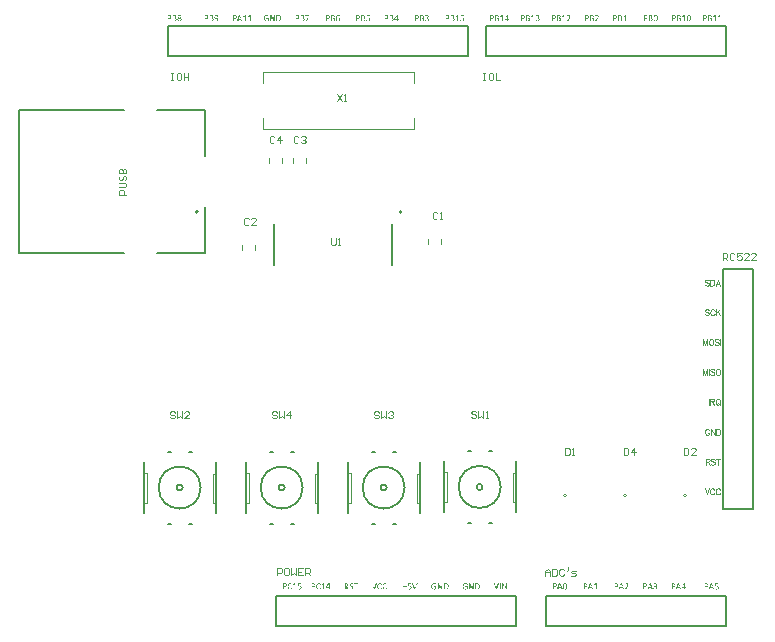
<source format=gto>
G04*
G04 #@! TF.GenerationSoftware,Altium Limited,Altium Designer,21.6.1 (37)*
G04*
G04 Layer_Color=16777215*
%FSLAX44Y44*%
%MOMM*%
G71*
G04*
G04 #@! TF.SameCoordinates,45D27BC1-988F-4E8A-9F01-A3EFFFD16F67*
G04*
G04*
G04 #@! TF.FilePolarity,Positive*
G04*
G01*
G75*
%ADD10C,0.1270*%
%ADD11C,0.0000*%
%ADD12C,0.1524*%
%ADD13C,0.2000*%
%ADD14C,0.1000*%
%ADD15C,0.0508*%
G36*
X274354Y529547D02*
X274465Y529538D01*
X274492D01*
X274520Y529529D01*
X274557D01*
X274640Y529510D01*
X274742Y529482D01*
X274761D01*
X274816Y529464D01*
X274890Y529445D01*
X274955Y529417D01*
X274973Y529408D01*
X275001Y529399D01*
X275047Y529381D01*
X275075Y529362D01*
X275084D01*
X275093Y529353D01*
X275112Y529316D01*
X275121Y529297D01*
X275140Y529260D01*
Y529251D01*
X275149Y529242D01*
Y529186D01*
Y529177D01*
X275158Y529159D01*
Y529131D01*
Y529094D01*
Y529085D01*
Y529057D01*
Y529020D01*
X275149Y528974D01*
Y528965D01*
Y528946D01*
X275140Y528918D01*
X275131Y528890D01*
X275121Y528872D01*
X275093Y528844D01*
X275084Y528835D01*
X275038Y528826D01*
X275010D01*
X274973Y528835D01*
X274918Y528854D01*
X274909Y528863D01*
X274872Y528872D01*
X274807Y528890D01*
X274733Y528909D01*
X274714Y528918D01*
X274659Y528927D01*
X274585Y528955D01*
X274474Y528974D01*
X274465D01*
X274446Y528983D01*
X274419D01*
X274372Y528992D01*
X274326Y529002D01*
X274261D01*
X274123Y529011D01*
X274058D01*
X273993Y529002D01*
X273901Y528992D01*
X273808Y528974D01*
X273697Y528946D01*
X273586Y528909D01*
X273485Y528854D01*
X273475Y528844D01*
X273438Y528826D01*
X273392Y528789D01*
X273328Y528752D01*
X273263Y528687D01*
X273189Y528622D01*
X273115Y528539D01*
X273041Y528447D01*
X273032Y528438D01*
X273013Y528400D01*
X272985Y528345D01*
X272948Y528271D01*
X272911Y528188D01*
X272865Y528086D01*
X272828Y527966D01*
X272791Y527846D01*
Y527827D01*
X272782Y527790D01*
X272764Y527726D01*
X272754Y527633D01*
X272736Y527531D01*
X272717Y527411D01*
X272708Y527282D01*
X272699Y527143D01*
X272708D01*
X272717Y527152D01*
X272764Y527180D01*
X272838Y527217D01*
X272930Y527263D01*
X272939D01*
X272958Y527273D01*
X272985Y527291D01*
X273022Y527300D01*
X273106Y527337D01*
X273217Y527374D01*
X273226D01*
X273244Y527383D01*
X273272Y527393D01*
X273318Y527402D01*
X273420Y527430D01*
X273540Y527448D01*
X273549D01*
X273568Y527458D01*
X273605D01*
X273651Y527467D01*
X273771Y527476D01*
X273910Y527485D01*
X273984D01*
X274058Y527476D01*
X274150Y527467D01*
X274261Y527458D01*
X274382Y527439D01*
X274502Y527402D01*
X274613Y527365D01*
X274622Y527356D01*
X274659Y527346D01*
X274714Y527319D01*
X274779Y527282D01*
X274862Y527236D01*
X274936Y527189D01*
X275010Y527125D01*
X275084Y527051D01*
X275093Y527041D01*
X275112Y527014D01*
X275140Y526967D01*
X275186Y526912D01*
X275223Y526847D01*
X275260Y526764D01*
X275306Y526672D01*
X275334Y526570D01*
Y526561D01*
X275343Y526524D01*
X275362Y526468D01*
X275380Y526394D01*
X275389Y526311D01*
X275408Y526209D01*
X275417Y526108D01*
Y525987D01*
Y525969D01*
Y525932D01*
X275408Y525858D01*
Y525775D01*
X275389Y525673D01*
X275371Y525562D01*
X275343Y525442D01*
X275306Y525322D01*
Y525312D01*
X275288Y525266D01*
X275260Y525211D01*
X275232Y525137D01*
X275186Y525044D01*
X275131Y524952D01*
X275056Y524860D01*
X274982Y524767D01*
X274973Y524758D01*
X274946Y524730D01*
X274899Y524684D01*
X274835Y524628D01*
X274761Y524564D01*
X274659Y524499D01*
X274557Y524434D01*
X274437Y524379D01*
X274419Y524369D01*
X274382Y524360D01*
X274308Y524333D01*
X274215Y524314D01*
X274104Y524286D01*
X273975Y524258D01*
X273827Y524249D01*
X273660Y524240D01*
X273549D01*
X273466Y524249D01*
X273383Y524258D01*
X273281Y524268D01*
X273087Y524314D01*
X273078D01*
X273050Y524333D01*
X272995Y524351D01*
X272939Y524379D01*
X272801Y524443D01*
X272653Y524545D01*
X272643Y524554D01*
X272625Y524573D01*
X272588Y524601D01*
X272551Y524647D01*
X272505Y524702D01*
X272449Y524758D01*
X272348Y524906D01*
X272338Y524915D01*
X272329Y524943D01*
X272301Y524989D01*
X272283Y525044D01*
X272246Y525118D01*
X272218Y525201D01*
X272181Y525294D01*
X272153Y525396D01*
Y525405D01*
X272144Y525442D01*
X272126Y525497D01*
X272116Y525571D01*
X272098Y525664D01*
X272079Y525765D01*
X272061Y525877D01*
X272052Y525997D01*
Y526015D01*
Y526052D01*
X272042Y526126D01*
Y526209D01*
X272033Y526311D01*
Y526431D01*
X272024Y526561D01*
Y526699D01*
Y526718D01*
Y526755D01*
Y526819D01*
Y526912D01*
X272033Y527014D01*
Y527125D01*
X272052Y527374D01*
Y527393D01*
X272061Y527430D01*
X272070Y527504D01*
X272079Y527587D01*
X272098Y527689D01*
X272126Y527800D01*
X272181Y528031D01*
Y528049D01*
X272200Y528086D01*
X272218Y528142D01*
X272246Y528225D01*
X272283Y528317D01*
X272329Y528410D01*
X272431Y528622D01*
X272440Y528632D01*
X272458Y528669D01*
X272495Y528724D01*
X272542Y528789D01*
X272597Y528863D01*
X272662Y528946D01*
X272745Y529020D01*
X272828Y529103D01*
X272838Y529112D01*
X272875Y529140D01*
X272921Y529177D01*
X272985Y529223D01*
X273069Y529279D01*
X273170Y529334D01*
X273272Y529390D01*
X273392Y529436D01*
X273411Y529445D01*
X273448Y529454D01*
X273522Y529473D01*
X273614Y529501D01*
X273725Y529519D01*
X273864Y529538D01*
X274012Y529547D01*
X274169Y529556D01*
X274261D01*
X274354Y529547D01*
D02*
G37*
G36*
X213703D02*
X213786D01*
X213878Y529538D01*
X214072Y529501D01*
X214082D01*
X214119Y529492D01*
X214165Y529482D01*
X214230Y529464D01*
X214304Y529445D01*
X214378Y529427D01*
X214535Y529371D01*
X214544D01*
X214572Y529362D01*
X214609Y529344D01*
X214655Y529325D01*
X214766Y529279D01*
X214877Y529223D01*
X214886D01*
X214895Y529214D01*
X214951Y529177D01*
X215016Y529131D01*
X215062Y529085D01*
X215071Y529075D01*
X215089Y529057D01*
X215117Y529011D01*
X215136Y528965D01*
X215145Y528955D01*
X215154Y528918D01*
X215163Y528854D01*
Y528770D01*
Y528761D01*
Y528724D01*
Y528678D01*
X215154Y528632D01*
Y528622D01*
X215145Y528604D01*
X215126Y528539D01*
Y528530D01*
X215117Y528521D01*
X215080Y528484D01*
X215071D01*
X215034Y528475D01*
X215025D01*
X214997Y528484D01*
X214951Y528502D01*
X214877Y528548D01*
X214868D01*
X214858Y528558D01*
X214831Y528576D01*
X214794Y528595D01*
X214701Y528650D01*
X214572Y528715D01*
X214562D01*
X214535Y528733D01*
X214498Y528752D01*
X214442Y528770D01*
X214378Y528798D01*
X214304Y528826D01*
X214211Y528854D01*
X214119Y528881D01*
X214109D01*
X214072Y528890D01*
X214017Y528909D01*
X213943Y528927D01*
X213860Y528937D01*
X213749Y528955D01*
X213638Y528965D01*
X213435D01*
X213351Y528955D01*
X213250Y528946D01*
X213130Y528927D01*
X213000Y528900D01*
X212861Y528863D01*
X212732Y528807D01*
X212713Y528798D01*
X212676Y528780D01*
X212612Y528743D01*
X212538Y528696D01*
X212445Y528632D01*
X212353Y528558D01*
X212251Y528475D01*
X212159Y528373D01*
X212149Y528363D01*
X212122Y528327D01*
X212076Y528262D01*
X212029Y528188D01*
X211974Y528095D01*
X211909Y527975D01*
X211854Y527855D01*
X211798Y527716D01*
X211789Y527698D01*
X211780Y527652D01*
X211761Y527578D01*
X211743Y527476D01*
X211715Y527346D01*
X211696Y527208D01*
X211687Y527060D01*
X211678Y526894D01*
Y526884D01*
Y526875D01*
Y526847D01*
Y526810D01*
X211687Y526718D01*
X211696Y526598D01*
X211706Y526468D01*
X211733Y526320D01*
X211761Y526163D01*
X211807Y526015D01*
X211817Y525997D01*
X211835Y525950D01*
X211863Y525886D01*
X211909Y525793D01*
X211964Y525692D01*
X212029Y525581D01*
X212103Y525470D01*
X212186Y525368D01*
X212196Y525359D01*
X212233Y525322D01*
X212279Y525275D01*
X212353Y525220D01*
X212436Y525155D01*
X212538Y525091D01*
X212649Y525026D01*
X212769Y524970D01*
X212787Y524961D01*
X212834Y524952D01*
X212898Y524933D01*
X212991Y524906D01*
X213102Y524878D01*
X213231Y524860D01*
X213370Y524850D01*
X213518Y524841D01*
X213610D01*
X213666Y524850D01*
X213740D01*
X213823Y524869D01*
X214008Y524896D01*
X214017D01*
X214054Y524906D01*
X214100Y524924D01*
X214156Y524943D01*
X214230Y524961D01*
X214313Y524998D01*
X214470Y525072D01*
Y526579D01*
X213250D01*
X213222Y526588D01*
X213185Y526607D01*
X213157Y526644D01*
Y526653D01*
X213148Y526699D01*
X213139Y526764D01*
X213130Y526856D01*
Y526866D01*
Y526903D01*
Y526940D01*
Y526986D01*
Y526995D01*
X213139Y527014D01*
X213148Y527041D01*
X213157Y527069D01*
Y527078D01*
X213167Y527088D01*
X213194Y527125D01*
X213203D01*
X213213Y527134D01*
X213259Y527143D01*
X214932D01*
X214988Y527125D01*
X214997D01*
X215016Y527115D01*
X215071Y527069D01*
X215080Y527060D01*
X215089Y527051D01*
X215108Y527023D01*
X215126Y526986D01*
X215136Y526977D01*
X215145Y526949D01*
X215154Y526912D01*
Y526856D01*
Y524887D01*
Y524869D01*
Y524823D01*
X215136Y524767D01*
X215117Y524702D01*
X215108Y524693D01*
X215080Y524656D01*
X215034Y524619D01*
X214960Y524573D01*
X214951D01*
X214942Y524564D01*
X214914Y524554D01*
X214886Y524536D01*
X214784Y524499D01*
X214664Y524443D01*
X214655D01*
X214636Y524434D01*
X214599Y524425D01*
X214544Y524406D01*
X214489Y524388D01*
X214424Y524369D01*
X214276Y524333D01*
X214267D01*
X214239Y524323D01*
X214202D01*
X214156Y524314D01*
X214091Y524305D01*
X214026Y524286D01*
X213878Y524268D01*
X213841D01*
X213804Y524258D01*
X213758D01*
X213629Y524249D01*
X213490Y524240D01*
X213388D01*
X213333Y524249D01*
X213277D01*
X213130Y524268D01*
X212963Y524286D01*
X212787Y524314D01*
X212603Y524360D01*
X212418Y524425D01*
X212408D01*
X212399Y524434D01*
X212344Y524462D01*
X212251Y524499D01*
X212140Y524564D01*
X212020Y524638D01*
X211881Y524730D01*
X211752Y524832D01*
X211622Y524952D01*
X211604Y524970D01*
X211567Y525017D01*
X211511Y525081D01*
X211437Y525183D01*
X211354Y525303D01*
X211271Y525442D01*
X211197Y525599D01*
X211123Y525775D01*
Y525784D01*
X211114Y525793D01*
X211105Y525821D01*
X211095Y525858D01*
X211068Y525960D01*
X211040Y526089D01*
X211012Y526246D01*
X210984Y526431D01*
X210966Y526635D01*
X210957Y526847D01*
Y526856D01*
Y526875D01*
Y526903D01*
Y526949D01*
X210966Y527004D01*
Y527069D01*
X210984Y527217D01*
X211003Y527383D01*
X211031Y527578D01*
X211077Y527763D01*
X211142Y527957D01*
Y527966D01*
X211151Y527975D01*
X211160Y528003D01*
X211179Y528040D01*
X211216Y528132D01*
X211280Y528253D01*
X211345Y528382D01*
X211437Y528530D01*
X211539Y528669D01*
X211659Y528807D01*
X211678Y528826D01*
X211724Y528863D01*
X211789Y528927D01*
X211891Y529011D01*
X212011Y529103D01*
X212149Y529196D01*
X212307Y529279D01*
X212473Y529362D01*
X212482D01*
X212491Y529371D01*
X212519Y529381D01*
X212556Y529390D01*
X212649Y529427D01*
X212778Y529464D01*
X212935Y529492D01*
X213111Y529529D01*
X213305Y529547D01*
X213518Y529556D01*
X213629D01*
X213703Y529547D01*
D02*
G37*
G36*
X220165Y529482D02*
X220175D01*
X220212Y529473D01*
X220239Y529464D01*
X220276Y529454D01*
X220286D01*
X220295Y529445D01*
X220332Y529408D01*
X220341Y529399D01*
X220350Y529362D01*
Y524591D01*
Y524582D01*
Y524545D01*
X220341Y524508D01*
X220322Y524462D01*
X220313Y524453D01*
X220304Y524434D01*
X220249Y524369D01*
X220239Y524360D01*
X220221Y524351D01*
X220184Y524333D01*
X220147Y524314D01*
X220119D01*
X220082Y524305D01*
X219749D01*
X219694Y524314D01*
X219629Y524323D01*
X219620D01*
X219583Y524342D01*
X219527Y524360D01*
X219472Y524397D01*
X219463Y524406D01*
X219435Y524434D01*
X219389Y524490D01*
X219333Y524554D01*
Y524564D01*
X219324Y524573D01*
X219287Y524628D01*
X219232Y524702D01*
X219176Y524813D01*
X217595Y527753D01*
X217586Y527763D01*
X217577Y527790D01*
X217549Y527836D01*
X217521Y527892D01*
X217484Y527966D01*
X217438Y528049D01*
X217346Y528225D01*
X217336Y528234D01*
X217327Y528271D01*
X217299Y528317D01*
X217271Y528382D01*
X217234Y528456D01*
X217197Y528539D01*
X217114Y528715D01*
X217105D01*
Y528706D01*
Y528669D01*
Y528604D01*
X217114Y528530D01*
Y528447D01*
Y528345D01*
Y528123D01*
Y528114D01*
Y528077D01*
Y528012D01*
X217124Y527938D01*
Y527846D01*
Y527753D01*
Y527531D01*
Y524406D01*
Y524388D01*
X217105Y524351D01*
X217087Y524342D01*
X217068Y524333D01*
X217040Y524323D01*
X217031D01*
X217013Y524314D01*
X216985D01*
X216939Y524305D01*
X216929D01*
X216892Y524296D01*
X216837Y524286D01*
X216717D01*
X216661Y524296D01*
X216606Y524305D01*
X216597D01*
X216569Y524314D01*
X216532D01*
X216504Y524323D01*
X216495D01*
X216486Y524333D01*
X216449Y524351D01*
Y524360D01*
Y524369D01*
X216439Y524406D01*
Y529186D01*
Y529196D01*
Y529214D01*
X216449Y529270D01*
X216476Y529344D01*
X216523Y529408D01*
X216541Y529417D01*
X216587Y529445D01*
X216652Y529473D01*
X216726Y529482D01*
X217133D01*
X217188Y529473D01*
X217253Y529454D01*
X217271D01*
X217299Y529436D01*
X217355Y529417D01*
X217401Y529390D01*
X217410Y529381D01*
X217438Y529353D01*
X217475Y529316D01*
X217521Y529260D01*
X217530Y529251D01*
X217558Y529205D01*
X217604Y529140D01*
X217651Y529057D01*
X218871Y526792D01*
X218880Y526782D01*
X218890Y526755D01*
X218908Y526718D01*
X218936Y526662D01*
X218973Y526598D01*
X219010Y526524D01*
X219084Y526376D01*
X219093Y526367D01*
X219102Y526339D01*
X219121Y526302D01*
X219148Y526255D01*
X219213Y526126D01*
X219287Y525987D01*
X219296Y525978D01*
X219305Y525960D01*
X219324Y525923D01*
X219352Y525877D01*
X219417Y525756D01*
X219481Y525618D01*
Y525608D01*
X219500Y525590D01*
X219518Y525553D01*
X219537Y525497D01*
X219601Y525377D01*
X219666Y525238D01*
X219675D01*
Y525257D01*
Y525294D01*
Y525359D01*
Y525442D01*
X219666Y525534D01*
Y525645D01*
Y525765D01*
Y525895D01*
Y525914D01*
Y525950D01*
Y526024D01*
Y526108D01*
Y526209D01*
Y526320D01*
Y526551D01*
Y529362D01*
Y529371D01*
Y529381D01*
X219675Y529408D01*
Y529417D01*
X219694Y529427D01*
X219731Y529454D01*
X219740D01*
X219759Y529464D01*
X219795Y529473D01*
X219842Y529482D01*
X219851D01*
X219888Y529492D01*
X220110D01*
X220165Y529482D01*
D02*
G37*
G36*
X380225Y529464D02*
X380234D01*
X380244Y529454D01*
X380271Y529408D01*
Y529399D01*
X380281Y529381D01*
X380290Y529353D01*
X380299Y529316D01*
Y529307D01*
X380308Y529279D01*
X380318Y529233D01*
Y529177D01*
Y529168D01*
Y529159D01*
X380308Y529094D01*
X380299Y529029D01*
X380271Y528955D01*
X380262Y528946D01*
X380244Y528918D01*
X380216Y528890D01*
X380170Y528881D01*
X378330D01*
Y527421D01*
X378339D01*
X378348Y527430D01*
X378376D01*
X378413Y527439D01*
X378496Y527448D01*
X378653D01*
X378690Y527458D01*
X378996D01*
X379079Y527448D01*
X379180D01*
X379291Y527430D01*
X379421Y527411D01*
X379550Y527383D01*
X379670Y527346D01*
X379689D01*
X379726Y527328D01*
X379781Y527300D01*
X379855Y527273D01*
X379948Y527226D01*
X380031Y527180D01*
X380123Y527115D01*
X380207Y527051D01*
X380216Y527041D01*
X380244Y527014D01*
X380281Y526977D01*
X380327Y526921D01*
X380382Y526847D01*
X380438Y526773D01*
X380484Y526681D01*
X380530Y526579D01*
X380540Y526570D01*
X380549Y526533D01*
X380567Y526477D01*
X380586Y526404D01*
X380604Y526311D01*
X380623Y526209D01*
X380641Y526089D01*
Y525969D01*
Y525950D01*
Y525895D01*
X380632Y525821D01*
X380623Y525719D01*
X380604Y525608D01*
X380577Y525479D01*
X380540Y525359D01*
X380493Y525229D01*
X380484Y525211D01*
X380466Y525174D01*
X380438Y525118D01*
X380392Y525044D01*
X380336Y524952D01*
X380271Y524860D01*
X380188Y524767D01*
X380096Y524684D01*
X380087Y524674D01*
X380050Y524647D01*
X379994Y524610D01*
X379929Y524564D01*
X379837Y524508D01*
X379735Y524453D01*
X379615Y524397D01*
X379486Y524351D01*
X379467D01*
X379421Y524333D01*
X379356Y524314D01*
X379254Y524296D01*
X379143Y524277D01*
X379014Y524258D01*
X378866Y524249D01*
X378709Y524240D01*
X378626D01*
X378561Y524249D01*
X378487D01*
X378413Y524258D01*
X378247Y524277D01*
X378237D01*
X378210Y524286D01*
X378173Y524296D01*
X378117Y524305D01*
X377997Y524333D01*
X377868Y524360D01*
X377858D01*
X377840Y524369D01*
X377812Y524379D01*
X377775Y524388D01*
X377683Y524416D01*
X377590Y524453D01*
X377572Y524462D01*
X377535Y524480D01*
X377489Y524508D01*
X377452Y524527D01*
Y524536D01*
X377433Y524545D01*
X377415Y524573D01*
Y524582D01*
X377405Y524591D01*
X377387Y524638D01*
Y524647D01*
Y524665D01*
X377378Y524721D01*
Y524730D01*
Y524758D01*
Y524795D01*
Y524850D01*
Y524860D01*
Y524887D01*
Y524924D01*
Y524970D01*
Y524980D01*
X377387Y524998D01*
Y525026D01*
X377396Y525054D01*
Y525063D01*
X377405Y525072D01*
X377433Y525109D01*
X377442D01*
X377452Y525118D01*
X377489Y525128D01*
X377498D01*
X377516Y525118D01*
X377553Y525109D01*
X377609Y525072D01*
X377627Y525063D01*
X377664Y525044D01*
X377738Y525007D01*
X377831Y524961D01*
X377840D01*
X377858Y524952D01*
X377886Y524943D01*
X377932Y524924D01*
X377979Y524906D01*
X378043Y524887D01*
X378182Y524850D01*
X378191D01*
X378219Y524841D01*
X378265Y524832D01*
X378321D01*
X378395Y524823D01*
X378487Y524813D01*
X378579Y524804D01*
X378774D01*
X378848Y524813D01*
X378922D01*
X379005Y524832D01*
X379171Y524860D01*
X379180D01*
X379208Y524869D01*
X379254Y524887D01*
X379310Y524906D01*
X379430Y524970D01*
X379560Y525063D01*
X379569Y525072D01*
X379587Y525091D01*
X379615Y525118D01*
X379652Y525155D01*
X379698Y525211D01*
X379735Y525266D01*
X379818Y525405D01*
Y525414D01*
X379837Y525442D01*
X379846Y525488D01*
X379865Y525544D01*
X379883Y525618D01*
X379892Y525701D01*
X379911Y525802D01*
Y525904D01*
Y525914D01*
Y525950D01*
Y525997D01*
X379902Y526052D01*
X379874Y526191D01*
X379828Y526339D01*
Y526348D01*
X379818Y526376D01*
X379800Y526404D01*
X379772Y526450D01*
X379698Y526551D01*
X379587Y526653D01*
X379578Y526662D01*
X379560Y526672D01*
X379523Y526699D01*
X379476Y526727D01*
X379421Y526755D01*
X379347Y526792D01*
X379273Y526819D01*
X379180Y526847D01*
X379171D01*
X379134Y526856D01*
X379088Y526866D01*
X379014Y526884D01*
X378931Y526894D01*
X378829Y526903D01*
X378709Y526912D01*
X378450D01*
X378311Y526903D01*
X378173Y526884D01*
X378145D01*
X378108Y526875D01*
X378071D01*
X377960Y526866D01*
X377849Y526856D01*
X377831D01*
X377784Y526866D01*
X377738Y526884D01*
X377692Y526912D01*
X377683Y526921D01*
X377673Y526958D01*
X377655Y527023D01*
X377646Y527115D01*
Y529214D01*
Y529223D01*
Y529233D01*
X377655Y529288D01*
X377673Y529362D01*
X377701Y529417D01*
X377710Y529427D01*
X377747Y529454D01*
X377803Y529473D01*
X377877Y529482D01*
X380179D01*
X380225Y529464D01*
D02*
G37*
G36*
X349234Y529547D02*
X349326Y529538D01*
X349428Y529519D01*
X349641Y529464D01*
X349650D01*
X349687Y529445D01*
X349743Y529427D01*
X349798Y529399D01*
X349946Y529316D01*
X350020Y529260D01*
X350094Y529196D01*
X350103Y529186D01*
X350121Y529168D01*
X350159Y529131D01*
X350196Y529085D01*
X350242Y529029D01*
X350288Y528955D01*
X350371Y528798D01*
Y528789D01*
X350390Y528761D01*
X350399Y528706D01*
X350417Y528650D01*
X350436Y528567D01*
X350445Y528484D01*
X350464Y528382D01*
Y528280D01*
Y528271D01*
Y528243D01*
Y528197D01*
X350454Y528132D01*
X350445Y528068D01*
X350436Y527985D01*
X350399Y527827D01*
Y527818D01*
X350390Y527790D01*
X350371Y527753D01*
X350353Y527707D01*
X350288Y527587D01*
X350205Y527458D01*
X350196Y527448D01*
X350186Y527430D01*
X350159Y527402D01*
X350121Y527365D01*
X350029Y527273D01*
X349900Y527180D01*
X349890D01*
X349872Y527162D01*
X349835Y527143D01*
X349779Y527115D01*
X349724Y527097D01*
X349650Y527069D01*
X349493Y527023D01*
X349502D01*
X349539Y527014D01*
X349585Y527004D01*
X349659Y526995D01*
X349733Y526977D01*
X349816Y526949D01*
X349983Y526884D01*
X349992D01*
X350020Y526866D01*
X350066Y526847D01*
X350112Y526810D01*
X350233Y526727D01*
X350362Y526616D01*
X350371Y526607D01*
X350390Y526588D01*
X350417Y526551D01*
X350454Y526514D01*
X350491Y526459D01*
X350538Y526394D01*
X350611Y526246D01*
Y526237D01*
X350630Y526209D01*
X350639Y526163D01*
X350658Y526108D01*
X350676Y526043D01*
X350686Y525969D01*
X350704Y525793D01*
Y525775D01*
Y525728D01*
X350695Y525664D01*
X350686Y525581D01*
X350676Y525479D01*
X350648Y525368D01*
X350621Y525257D01*
X350575Y525146D01*
X350565Y525137D01*
X350556Y525100D01*
X350528Y525044D01*
X350482Y524980D01*
X350436Y524896D01*
X350380Y524823D01*
X350306Y524739D01*
X350223Y524656D01*
X350214Y524647D01*
X350186Y524619D01*
X350131Y524582D01*
X350066Y524545D01*
X349983Y524490D01*
X349881Y524434D01*
X349770Y524388D01*
X349650Y524342D01*
X349632D01*
X349594Y524323D01*
X349521Y524314D01*
X349428Y524296D01*
X349317Y524277D01*
X349179Y524258D01*
X349040Y524249D01*
X348883Y524240D01*
X348790D01*
X348725Y524249D01*
X348652D01*
X348568Y524258D01*
X348393Y524286D01*
X348383D01*
X348356Y524296D01*
X348309Y524305D01*
X348263Y524314D01*
X348134Y524342D01*
X347995Y524379D01*
X347986D01*
X347967Y524388D01*
X347930Y524397D01*
X347893Y524416D01*
X347801Y524453D01*
X347699Y524499D01*
X347681Y524508D01*
X347644Y524536D01*
X347598Y524564D01*
X347561Y524591D01*
Y524601D01*
X347542Y524610D01*
X347514Y524647D01*
Y524656D01*
X347505Y524665D01*
X347486Y524711D01*
Y524721D01*
X347477Y524739D01*
Y524767D01*
X347468Y524804D01*
Y524813D01*
Y524850D01*
Y524896D01*
Y524952D01*
Y524961D01*
Y524970D01*
Y525026D01*
X347477Y525091D01*
X347496Y525146D01*
X347505Y525155D01*
X347514Y525183D01*
X347542Y525201D01*
X347570Y525211D01*
X347579D01*
X347607Y525201D01*
X347644Y525183D01*
X347718Y525146D01*
X347727D01*
X347736Y525137D01*
X347792Y525100D01*
X347884Y525054D01*
X347995Y524998D01*
X348004D01*
X348023Y524989D01*
X348060Y524970D01*
X348115Y524952D01*
X348171Y524933D01*
X348235Y524906D01*
X348393Y524860D01*
X348402D01*
X348430Y524850D01*
X348485Y524841D01*
X348540Y524832D01*
X348615Y524823D01*
X348707Y524813D01*
X348901Y524804D01*
X348994D01*
X349058Y524813D01*
X349132Y524823D01*
X349216Y524832D01*
X349373Y524869D01*
X349382D01*
X349410Y524878D01*
X349447Y524896D01*
X349493Y524915D01*
X349604Y524970D01*
X349715Y525054D01*
X349724Y525063D01*
X349743Y525081D01*
X349761Y525100D01*
X349798Y525137D01*
X349863Y525229D01*
X349927Y525350D01*
Y525359D01*
X349937Y525377D01*
X349955Y525414D01*
X349964Y525460D01*
X349992Y525581D01*
X350001Y525719D01*
Y525728D01*
Y525756D01*
Y525802D01*
X349992Y525849D01*
X349964Y525978D01*
X349909Y526117D01*
Y526126D01*
X349890Y526145D01*
X349872Y526182D01*
X349844Y526219D01*
X349761Y526320D01*
X349641Y526422D01*
X349632Y526431D01*
X349613Y526441D01*
X349576Y526468D01*
X349530Y526496D01*
X349465Y526524D01*
X349391Y526561D01*
X349317Y526588D01*
X349225Y526616D01*
X349216D01*
X349179Y526625D01*
X349132Y526644D01*
X349067Y526653D01*
X348984Y526672D01*
X348883Y526681D01*
X348781Y526690D01*
X348143D01*
X348097Y526699D01*
X348078Y526709D01*
X348041Y526746D01*
Y526755D01*
X348032Y526764D01*
X348023Y526792D01*
X348004Y526829D01*
Y526838D01*
Y526866D01*
X347995Y526912D01*
Y526967D01*
Y526977D01*
Y527014D01*
Y527051D01*
X348004Y527088D01*
Y527097D01*
X348013Y527115D01*
X348023Y527143D01*
X348032Y527171D01*
X348041Y527180D01*
X348050Y527189D01*
X348088Y527217D01*
X348097D01*
X348106Y527226D01*
X348152Y527236D01*
X348689D01*
X348753Y527245D01*
X348827Y527254D01*
X348901Y527263D01*
X349058Y527300D01*
X349067D01*
X349095Y527309D01*
X349132Y527328D01*
X349188Y527346D01*
X349299Y527411D01*
X349419Y527494D01*
X349428Y527504D01*
X349447Y527522D01*
X349474Y527541D01*
X349502Y527578D01*
X349576Y527679D01*
X349641Y527800D01*
Y527809D01*
X349650Y527827D01*
X349669Y527864D01*
X349687Y527920D01*
X349696Y527975D01*
X349715Y528040D01*
X349724Y528197D01*
Y528206D01*
Y528225D01*
Y528253D01*
X349715Y528299D01*
X349706Y528391D01*
X349669Y528502D01*
Y528512D01*
X349659Y528530D01*
X349650Y528558D01*
X349632Y528585D01*
X349576Y528669D01*
X349511Y528752D01*
Y528761D01*
X349493Y528770D01*
X349437Y528817D01*
X349354Y528872D01*
X349243Y528927D01*
X349234D01*
X349216Y528937D01*
X349179Y528946D01*
X349142Y528965D01*
X349086Y528974D01*
X349021Y528983D01*
X348873Y528992D01*
X348790D01*
X348735Y528983D01*
X348605Y528965D01*
X348457Y528918D01*
X348448D01*
X348420Y528909D01*
X348383Y528890D01*
X348337Y528872D01*
X348226Y528817D01*
X348106Y528761D01*
X348097D01*
X348078Y528752D01*
X348050Y528733D01*
X348023Y528715D01*
X347940Y528669D01*
X347856Y528613D01*
X347838Y528604D01*
X347810Y528585D01*
X347764Y528558D01*
X347727Y528548D01*
X347708D01*
X347671Y528558D01*
X347662Y528567D01*
X347635Y528595D01*
Y528604D01*
X347625Y528613D01*
Y528641D01*
X347616Y528678D01*
Y528687D01*
Y528715D01*
Y528761D01*
Y528817D01*
Y528826D01*
Y528854D01*
Y528927D01*
Y528937D01*
Y528955D01*
X347625Y529002D01*
Y529011D01*
X347635Y529020D01*
X347653Y529066D01*
Y529075D01*
X347671Y529085D01*
X347708Y529131D01*
X347718Y529140D01*
X347745Y529159D01*
X347792Y529196D01*
X347866Y529242D01*
X347875D01*
X347884Y529251D01*
X347912Y529270D01*
X347949Y529288D01*
X348041Y529334D01*
X348152Y529381D01*
X348162D01*
X348180Y529390D01*
X348217Y529408D01*
X348263Y529427D01*
X348319Y529445D01*
X348383Y529464D01*
X348540Y529501D01*
X348550D01*
X348577Y529510D01*
X348624Y529519D01*
X348689Y529529D01*
X348753Y529538D01*
X348836Y529547D01*
X349021Y529556D01*
X349151D01*
X349234Y529547D01*
D02*
G37*
G36*
X300621Y529464D02*
X300630D01*
X300639Y529454D01*
X300667Y529408D01*
Y529399D01*
X300676Y529381D01*
X300685Y529353D01*
X300695Y529316D01*
Y529307D01*
X300704Y529279D01*
X300713Y529233D01*
Y529177D01*
Y529168D01*
Y529159D01*
X300704Y529094D01*
X300695Y529029D01*
X300667Y528955D01*
X300658Y528946D01*
X300639Y528918D01*
X300611Y528890D01*
X300565Y528881D01*
X298725D01*
Y527421D01*
X298734D01*
X298744Y527430D01*
X298771D01*
X298808Y527439D01*
X298892Y527448D01*
X299049D01*
X299086Y527458D01*
X299391D01*
X299474Y527448D01*
X299576D01*
X299687Y527430D01*
X299816Y527411D01*
X299946Y527383D01*
X300066Y527346D01*
X300084D01*
X300121Y527328D01*
X300177Y527300D01*
X300251Y527273D01*
X300343Y527226D01*
X300426Y527180D01*
X300519Y527115D01*
X300602Y527051D01*
X300611Y527041D01*
X300639Y527014D01*
X300676Y526977D01*
X300722Y526921D01*
X300778Y526847D01*
X300833Y526773D01*
X300879Y526681D01*
X300926Y526579D01*
X300935Y526570D01*
X300944Y526533D01*
X300963Y526477D01*
X300981Y526404D01*
X301000Y526311D01*
X301018Y526209D01*
X301037Y526089D01*
Y525969D01*
Y525950D01*
Y525895D01*
X301027Y525821D01*
X301018Y525719D01*
X301000Y525608D01*
X300972Y525479D01*
X300935Y525359D01*
X300889Y525229D01*
X300879Y525211D01*
X300861Y525174D01*
X300833Y525118D01*
X300787Y525044D01*
X300732Y524952D01*
X300667Y524860D01*
X300584Y524767D01*
X300491Y524684D01*
X300482Y524674D01*
X300445Y524647D01*
X300389Y524610D01*
X300325Y524564D01*
X300232Y524508D01*
X300131Y524453D01*
X300010Y524397D01*
X299881Y524351D01*
X299862D01*
X299816Y524333D01*
X299751Y524314D01*
X299650Y524296D01*
X299539Y524277D01*
X299409Y524258D01*
X299261Y524249D01*
X299104Y524240D01*
X299021D01*
X298956Y524249D01*
X298882D01*
X298808Y524258D01*
X298642Y524277D01*
X298633D01*
X298605Y524286D01*
X298568Y524296D01*
X298513Y524305D01*
X298392Y524333D01*
X298263Y524360D01*
X298254D01*
X298235Y524369D01*
X298207Y524379D01*
X298171Y524388D01*
X298078Y524416D01*
X297986Y524453D01*
X297967Y524462D01*
X297930Y524480D01*
X297884Y524508D01*
X297847Y524527D01*
Y524536D01*
X297828Y524545D01*
X297810Y524573D01*
Y524582D01*
X297801Y524591D01*
X297782Y524638D01*
Y524647D01*
Y524665D01*
X297773Y524721D01*
Y524730D01*
Y524758D01*
Y524795D01*
Y524850D01*
Y524860D01*
Y524887D01*
Y524924D01*
Y524970D01*
Y524980D01*
X297782Y524998D01*
Y525026D01*
X297791Y525054D01*
Y525063D01*
X297801Y525072D01*
X297828Y525109D01*
X297838D01*
X297847Y525118D01*
X297884Y525128D01*
X297893D01*
X297912Y525118D01*
X297949Y525109D01*
X298004Y525072D01*
X298023Y525063D01*
X298060Y525044D01*
X298134Y525007D01*
X298226Y524961D01*
X298235D01*
X298254Y524952D01*
X298281Y524943D01*
X298328Y524924D01*
X298374Y524906D01*
X298439Y524887D01*
X298577Y524850D01*
X298587D01*
X298614Y524841D01*
X298661Y524832D01*
X298716D01*
X298790Y524823D01*
X298882Y524813D01*
X298975Y524804D01*
X299169D01*
X299243Y524813D01*
X299317D01*
X299400Y524832D01*
X299567Y524860D01*
X299576D01*
X299604Y524869D01*
X299650Y524887D01*
X299705Y524906D01*
X299825Y524970D01*
X299955Y525063D01*
X299964Y525072D01*
X299983Y525091D01*
X300010Y525118D01*
X300047Y525155D01*
X300094Y525211D01*
X300131Y525266D01*
X300214Y525405D01*
Y525414D01*
X300232Y525442D01*
X300242Y525488D01*
X300260Y525544D01*
X300278Y525618D01*
X300288Y525701D01*
X300306Y525802D01*
Y525904D01*
Y525914D01*
Y525950D01*
Y525997D01*
X300297Y526052D01*
X300269Y526191D01*
X300223Y526339D01*
Y526348D01*
X300214Y526376D01*
X300195Y526404D01*
X300168Y526450D01*
X300094Y526551D01*
X299983Y526653D01*
X299973Y526662D01*
X299955Y526672D01*
X299918Y526699D01*
X299872Y526727D01*
X299816Y526755D01*
X299742Y526792D01*
X299668Y526819D01*
X299576Y526847D01*
X299567D01*
X299530Y526856D01*
X299483Y526866D01*
X299409Y526884D01*
X299326Y526894D01*
X299224Y526903D01*
X299104Y526912D01*
X298845D01*
X298707Y526903D01*
X298568Y526884D01*
X298540D01*
X298503Y526875D01*
X298466D01*
X298355Y526866D01*
X298244Y526856D01*
X298226D01*
X298180Y526866D01*
X298134Y526884D01*
X298087Y526912D01*
X298078Y526921D01*
X298069Y526958D01*
X298050Y527023D01*
X298041Y527115D01*
Y529214D01*
Y529223D01*
Y529233D01*
X298050Y529288D01*
X298069Y529362D01*
X298097Y529417D01*
X298106Y529427D01*
X298143Y529454D01*
X298198Y529473D01*
X298272Y529482D01*
X300574D01*
X300621Y529464D01*
D02*
G37*
G36*
X171090Y529547D02*
X171182Y529538D01*
X171275Y529519D01*
X171469Y529473D01*
X171478D01*
X171515Y529454D01*
X171561Y529436D01*
X171617Y529408D01*
X171755Y529334D01*
X171903Y529233D01*
X171913Y529223D01*
X171931Y529205D01*
X171968Y529177D01*
X172014Y529131D01*
X172061Y529075D01*
X172107Y529011D01*
X172208Y528863D01*
X172218Y528854D01*
X172227Y528826D01*
X172255Y528780D01*
X172282Y528724D01*
X172319Y528650D01*
X172347Y528567D01*
X172384Y528475D01*
X172412Y528373D01*
Y528363D01*
X172430Y528327D01*
X172440Y528271D01*
X172458Y528197D01*
X172477Y528105D01*
X172495Y528003D01*
X172514Y527892D01*
X172532Y527772D01*
Y527753D01*
X172541Y527716D01*
Y527652D01*
X172551Y527568D01*
X172560Y527467D01*
Y527346D01*
X172569Y527226D01*
Y527097D01*
Y527078D01*
Y527041D01*
Y526977D01*
X172560Y526884D01*
Y526782D01*
X172551Y526672D01*
X172523Y526422D01*
Y526404D01*
X172514Y526367D01*
X172504Y526292D01*
X172495Y526209D01*
X172477Y526108D01*
X172449Y525997D01*
X172384Y525756D01*
Y525747D01*
X172366Y525701D01*
X172347Y525645D01*
X172319Y525562D01*
X172282Y525470D01*
X172236Y525377D01*
X172125Y525165D01*
X172116Y525155D01*
X172097Y525118D01*
X172061Y525063D01*
X172014Y524998D01*
X171959Y524924D01*
X171885Y524841D01*
X171811Y524758D01*
X171718Y524674D01*
X171709Y524665D01*
X171672Y524638D01*
X171626Y524601D01*
X171552Y524554D01*
X171469Y524508D01*
X171367Y524453D01*
X171256Y524397D01*
X171136Y524351D01*
X171117D01*
X171080Y524333D01*
X171007Y524314D01*
X170914Y524296D01*
X170803Y524277D01*
X170664Y524258D01*
X170516Y524249D01*
X170359Y524240D01*
X170248D01*
X170137Y524249D01*
X170017Y524268D01*
X169989D01*
X169962Y524277D01*
X169925D01*
X169832Y524296D01*
X169731Y524314D01*
X169721D01*
X169712Y524323D01*
X169657Y524333D01*
X169583Y524351D01*
X169509Y524379D01*
X169499Y524388D01*
X169463Y524406D01*
X169416Y524425D01*
X169379Y524453D01*
X169370Y524462D01*
X169361Y524480D01*
X169342Y524508D01*
X169324Y524545D01*
Y524554D01*
Y524591D01*
X169315Y524647D01*
Y524711D01*
Y524730D01*
Y524767D01*
Y524813D01*
Y524850D01*
Y524860D01*
X169324Y524878D01*
Y524906D01*
X169333Y524933D01*
Y524943D01*
X169342Y524952D01*
X169361Y524970D01*
X169370D01*
X169379Y524980D01*
X169453D01*
X169490Y524970D01*
X169546Y524952D01*
X169564D01*
X169601Y524933D01*
X169666Y524915D01*
X169749Y524887D01*
X169758D01*
X169768Y524878D01*
X169795D01*
X169832Y524869D01*
X169916Y524841D01*
X170026Y524823D01*
X170054D01*
X170091Y524813D01*
X170137D01*
X170193Y524804D01*
X170258D01*
X170396Y524795D01*
X170461D01*
X170535Y524804D01*
X170627Y524813D01*
X170729Y524832D01*
X170840Y524860D01*
X170951Y524896D01*
X171062Y524943D01*
X171071Y524952D01*
X171108Y524970D01*
X171164Y525007D01*
X171219Y525044D01*
X171293Y525109D01*
X171367Y525174D01*
X171441Y525248D01*
X171515Y525340D01*
X171524Y525350D01*
X171543Y525387D01*
X171580Y525433D01*
X171617Y525507D01*
X171654Y525590D01*
X171700Y525692D01*
X171737Y525802D01*
X171774Y525923D01*
Y525941D01*
X171792Y525978D01*
X171802Y526052D01*
X171820Y526135D01*
X171839Y526237D01*
X171857Y526357D01*
X171866Y526487D01*
X171876Y526625D01*
X171866Y526616D01*
X171839Y526607D01*
X171792Y526579D01*
X171737Y526551D01*
X171654Y526514D01*
X171570Y526477D01*
X171478Y526441D01*
X171367Y526404D01*
X171358D01*
X171312Y526385D01*
X171256Y526376D01*
X171173Y526357D01*
X171071Y526339D01*
X170960Y526329D01*
X170831Y526311D01*
X170618D01*
X170535Y526320D01*
X170443Y526329D01*
X170322Y526339D01*
X170202Y526357D01*
X170082Y526385D01*
X169962Y526422D01*
X169953Y526431D01*
X169916Y526441D01*
X169860Y526468D01*
X169795Y526505D01*
X169721Y526551D01*
X169638Y526607D01*
X169564Y526672D01*
X169490Y526746D01*
X169481Y526755D01*
X169463Y526782D01*
X169435Y526829D01*
X169398Y526884D01*
X169352Y526949D01*
X169315Y527032D01*
X169268Y527125D01*
X169241Y527226D01*
Y527236D01*
X169231Y527273D01*
X169222Y527328D01*
X169204Y527411D01*
X169194Y527494D01*
X169176Y527605D01*
X169167Y527716D01*
Y527836D01*
Y527855D01*
Y527892D01*
X169176Y527957D01*
Y528049D01*
X169185Y528142D01*
X169204Y528253D01*
X169259Y528484D01*
X169268Y528502D01*
X169278Y528539D01*
X169305Y528595D01*
X169333Y528669D01*
X169379Y528752D01*
X169435Y528844D01*
X169499Y528937D01*
X169573Y529029D01*
X169583Y529039D01*
X169610Y529066D01*
X169657Y529112D01*
X169721Y529168D01*
X169795Y529223D01*
X169888Y529288D01*
X169989Y529353D01*
X170110Y529408D01*
X170128Y529417D01*
X170165Y529436D01*
X170239Y529454D01*
X170332Y529482D01*
X170452Y529510D01*
X170581Y529538D01*
X170729Y529547D01*
X170896Y529556D01*
X171016D01*
X171090Y529547D01*
D02*
G37*
G36*
X375279Y529510D02*
X375288D01*
X375316Y529501D01*
X375353Y529492D01*
X375381Y529482D01*
X375390D01*
X375399Y529473D01*
X375418Y529464D01*
X375427Y529445D01*
X375436Y529436D01*
X375445Y529399D01*
Y524869D01*
X376398D01*
X376435Y524850D01*
X376444D01*
X376453Y524841D01*
X376481Y524795D01*
Y524785D01*
X376490Y524767D01*
X376499Y524739D01*
X376508Y524702D01*
Y524693D01*
X376518Y524674D01*
X376527Y524628D01*
Y524582D01*
Y524573D01*
Y524536D01*
X376518Y524499D01*
X376508Y524453D01*
Y524443D01*
X376499Y524425D01*
X376481Y524369D01*
X376471Y524351D01*
X376435Y524323D01*
X376416D01*
X376379Y524314D01*
X373661D01*
X373624Y524323D01*
X373615Y524333D01*
X373578Y524369D01*
Y524379D01*
X373568Y524397D01*
X373550Y524453D01*
Y524462D01*
Y524490D01*
X373541Y524527D01*
Y524582D01*
Y524591D01*
Y524628D01*
Y524665D01*
X373550Y524702D01*
Y524711D01*
X373559Y524739D01*
X373578Y524795D01*
Y524804D01*
X373587Y524813D01*
X373624Y524850D01*
X373633D01*
X373642Y524860D01*
X373679Y524869D01*
X374761D01*
Y528798D01*
X373763Y528206D01*
X373753Y528197D01*
X373716Y528179D01*
X373679Y528160D01*
X373642Y528151D01*
X373596D01*
X373568Y528169D01*
Y528179D01*
X373550Y528188D01*
X373541Y528216D01*
X373531Y528253D01*
Y528262D01*
Y528299D01*
X373522Y528345D01*
Y528410D01*
Y528419D01*
Y528447D01*
Y528521D01*
Y528530D01*
X373531Y528548D01*
Y528576D01*
X373541Y528604D01*
Y528613D01*
X373550Y528622D01*
X373568Y528659D01*
X373578Y528669D01*
X373587Y528678D01*
X373633Y528706D01*
X374817Y529464D01*
X374826Y529473D01*
X374854Y529482D01*
X374863D01*
X374872Y529492D01*
X374918Y529501D01*
X374927D01*
X374946Y529510D01*
X375011D01*
X375038Y529519D01*
X375223D01*
X375279Y529510D01*
D02*
G37*
G36*
X370758Y529473D02*
X370878Y529464D01*
X371007Y529445D01*
X371128Y529417D01*
X371248Y529390D01*
X371257D01*
X371294Y529371D01*
X371349Y529353D01*
X371423Y529325D01*
X371581Y529242D01*
X371664Y529186D01*
X371738Y529131D01*
X371747Y529122D01*
X371775Y529103D01*
X371812Y529066D01*
X371849Y529020D01*
X371904Y528955D01*
X371950Y528881D01*
X371997Y528807D01*
X372043Y528715D01*
X372052Y528706D01*
X372061Y528669D01*
X372080Y528622D01*
X372098Y528558D01*
X372117Y528475D01*
X372126Y528382D01*
X372145Y528280D01*
Y528169D01*
Y528160D01*
Y528142D01*
Y528105D01*
X372135Y528058D01*
X372126Y527948D01*
X372098Y527818D01*
Y527809D01*
X372089Y527790D01*
X372080Y527753D01*
X372061Y527716D01*
X372024Y527615D01*
X371960Y527504D01*
Y527494D01*
X371941Y527485D01*
X371904Y527421D01*
X371839Y527337D01*
X371747Y527254D01*
X371738D01*
X371729Y527236D01*
X371701Y527217D01*
X371664Y527189D01*
X371571Y527134D01*
X371451Y527069D01*
X371460D01*
X371488Y527060D01*
X371525Y527051D01*
X371581Y527041D01*
X371710Y526995D01*
X371849Y526921D01*
X371858D01*
X371876Y526903D01*
X371913Y526884D01*
X371960Y526847D01*
X372061Y526764D01*
X372163Y526653D01*
X372172Y526644D01*
X372191Y526625D01*
X372209Y526588D01*
X372246Y526542D01*
X372274Y526487D01*
X372311Y526422D01*
X372385Y526265D01*
Y526255D01*
X372394Y526228D01*
X372413Y526182D01*
X372431Y526126D01*
X372440Y526052D01*
X372459Y525978D01*
X372468Y525793D01*
Y525784D01*
Y525747D01*
Y525701D01*
X372459Y525645D01*
X372450Y525571D01*
X372440Y525497D01*
X372403Y525340D01*
Y525331D01*
X372394Y525303D01*
X372376Y525266D01*
X372357Y525220D01*
X372302Y525100D01*
X372228Y524970D01*
X372219Y524961D01*
X372209Y524943D01*
X372182Y524915D01*
X372154Y524869D01*
X372071Y524776D01*
X371960Y524684D01*
X371950Y524674D01*
X371932Y524665D01*
X371895Y524638D01*
X371858Y524610D01*
X371802Y524582D01*
X371738Y524545D01*
X371599Y524480D01*
X371590D01*
X371562Y524471D01*
X371525Y524453D01*
X371470Y524434D01*
X371414Y524416D01*
X371340Y524388D01*
X371174Y524351D01*
X371165D01*
X371137Y524342D01*
X371091D01*
X371026Y524333D01*
X370952Y524323D01*
X370859D01*
X370767Y524314D01*
X369288D01*
X369251Y524323D01*
X369195Y524342D01*
X369131Y524369D01*
X369121Y524379D01*
X369094Y524425D01*
X369066Y524490D01*
X369057Y524591D01*
Y529196D01*
Y529205D01*
Y529223D01*
X369066Y529279D01*
X369084Y529353D01*
X369131Y529417D01*
X369149Y529427D01*
X369186Y529454D01*
X369241Y529473D01*
X369306Y529482D01*
X370656D01*
X370758Y529473D01*
D02*
G37*
G36*
X344990D02*
X345110Y529464D01*
X345240Y529445D01*
X345360Y529417D01*
X345480Y529390D01*
X345490D01*
X345527Y529371D01*
X345582Y529353D01*
X345656Y529325D01*
X345813Y529242D01*
X345896Y529186D01*
X345970Y529131D01*
X345979Y529122D01*
X346007Y529103D01*
X346044Y529066D01*
X346081Y529020D01*
X346137Y528955D01*
X346183Y528881D01*
X346229Y528807D01*
X346275Y528715D01*
X346285Y528706D01*
X346294Y528669D01*
X346312Y528622D01*
X346331Y528558D01*
X346349Y528475D01*
X346359Y528382D01*
X346377Y528280D01*
Y528169D01*
Y528160D01*
Y528142D01*
Y528105D01*
X346368Y528058D01*
X346359Y527948D01*
X346331Y527818D01*
Y527809D01*
X346322Y527790D01*
X346312Y527753D01*
X346294Y527716D01*
X346257Y527615D01*
X346192Y527504D01*
Y527494D01*
X346174Y527485D01*
X346137Y527421D01*
X346072Y527337D01*
X345979Y527254D01*
X345970D01*
X345961Y527236D01*
X345933Y527217D01*
X345896Y527189D01*
X345804Y527134D01*
X345684Y527069D01*
X345693D01*
X345721Y527060D01*
X345758Y527051D01*
X345813Y527041D01*
X345942Y526995D01*
X346081Y526921D01*
X346090D01*
X346109Y526903D01*
X346146Y526884D01*
X346192Y526847D01*
X346294Y526764D01*
X346395Y526653D01*
X346405Y526644D01*
X346423Y526625D01*
X346442Y526588D01*
X346479Y526542D01*
X346507Y526487D01*
X346544Y526422D01*
X346617Y526265D01*
Y526255D01*
X346627Y526228D01*
X346645Y526182D01*
X346664Y526126D01*
X346673Y526052D01*
X346691Y525978D01*
X346701Y525793D01*
Y525784D01*
Y525747D01*
Y525701D01*
X346691Y525645D01*
X346682Y525571D01*
X346673Y525497D01*
X346636Y525340D01*
Y525331D01*
X346627Y525303D01*
X346608Y525266D01*
X346590Y525220D01*
X346534Y525100D01*
X346460Y524970D01*
X346451Y524961D01*
X346442Y524943D01*
X346414Y524915D01*
X346386Y524869D01*
X346303Y524776D01*
X346192Y524684D01*
X346183Y524674D01*
X346164Y524665D01*
X346127Y524638D01*
X346090Y524610D01*
X346035Y524582D01*
X345970Y524545D01*
X345832Y524480D01*
X345822D01*
X345795Y524471D01*
X345758Y524453D01*
X345702Y524434D01*
X345647Y524416D01*
X345573Y524388D01*
X345406Y524351D01*
X345397D01*
X345369Y524342D01*
X345323D01*
X345258Y524333D01*
X345184Y524323D01*
X345092D01*
X345000Y524314D01*
X343520D01*
X343483Y524323D01*
X343428Y524342D01*
X343363Y524369D01*
X343354Y524379D01*
X343326Y524425D01*
X343298Y524490D01*
X343289Y524591D01*
Y529196D01*
Y529205D01*
Y529223D01*
X343298Y529279D01*
X343317Y529353D01*
X343363Y529417D01*
X343382Y529427D01*
X343419Y529454D01*
X343474Y529473D01*
X343539Y529482D01*
X344888D01*
X344990Y529473D01*
D02*
G37*
G36*
X319223D02*
X319343Y529464D01*
X319472Y529445D01*
X319593Y529417D01*
X319713Y529390D01*
X319722D01*
X319759Y529371D01*
X319814Y529353D01*
X319888Y529325D01*
X320046Y529242D01*
X320129Y529186D01*
X320203Y529131D01*
X320212Y529122D01*
X320240Y529103D01*
X320277Y529066D01*
X320314Y529020D01*
X320369Y528955D01*
X320415Y528881D01*
X320462Y528807D01*
X320508Y528715D01*
X320517Y528706D01*
X320526Y528669D01*
X320545Y528622D01*
X320563Y528558D01*
X320582Y528475D01*
X320591Y528382D01*
X320610Y528280D01*
Y528169D01*
Y528160D01*
Y528142D01*
Y528105D01*
X320600Y528058D01*
X320591Y527948D01*
X320563Y527818D01*
Y527809D01*
X320554Y527790D01*
X320545Y527753D01*
X320526Y527716D01*
X320489Y527615D01*
X320425Y527504D01*
Y527494D01*
X320406Y527485D01*
X320369Y527421D01*
X320304Y527337D01*
X320212Y527254D01*
X320203D01*
X320193Y527236D01*
X320166Y527217D01*
X320129Y527189D01*
X320036Y527134D01*
X319916Y527069D01*
X319925D01*
X319953Y527060D01*
X319990Y527051D01*
X320046Y527041D01*
X320175Y526995D01*
X320314Y526921D01*
X320323D01*
X320341Y526903D01*
X320378Y526884D01*
X320425Y526847D01*
X320526Y526764D01*
X320628Y526653D01*
X320637Y526644D01*
X320656Y526625D01*
X320674Y526588D01*
X320711Y526542D01*
X320739Y526487D01*
X320776Y526422D01*
X320850Y526265D01*
Y526255D01*
X320859Y526228D01*
X320878Y526182D01*
X320896Y526126D01*
X320905Y526052D01*
X320924Y525978D01*
X320933Y525793D01*
Y525784D01*
Y525747D01*
Y525701D01*
X320924Y525645D01*
X320915Y525571D01*
X320905Y525497D01*
X320868Y525340D01*
Y525331D01*
X320859Y525303D01*
X320841Y525266D01*
X320822Y525220D01*
X320767Y525100D01*
X320693Y524970D01*
X320684Y524961D01*
X320674Y524943D01*
X320647Y524915D01*
X320619Y524869D01*
X320536Y524776D01*
X320425Y524684D01*
X320415Y524674D01*
X320397Y524665D01*
X320360Y524638D01*
X320323Y524610D01*
X320267Y524582D01*
X320203Y524545D01*
X320064Y524480D01*
X320055D01*
X320027Y524471D01*
X319990Y524453D01*
X319935Y524434D01*
X319879Y524416D01*
X319805Y524388D01*
X319639Y524351D01*
X319629D01*
X319602Y524342D01*
X319556D01*
X319491Y524333D01*
X319417Y524323D01*
X319324D01*
X319232Y524314D01*
X317753D01*
X317716Y524323D01*
X317660Y524342D01*
X317596Y524369D01*
X317586Y524379D01*
X317558Y524425D01*
X317531Y524490D01*
X317521Y524591D01*
Y529196D01*
Y529205D01*
Y529223D01*
X317531Y529279D01*
X317549Y529353D01*
X317596Y529417D01*
X317614Y529427D01*
X317651Y529454D01*
X317707Y529473D01*
X317771Y529482D01*
X319121D01*
X319223Y529473D01*
D02*
G37*
G36*
X295304D02*
X295425Y529464D01*
X295554Y529445D01*
X295674Y529417D01*
X295794Y529390D01*
X295804D01*
X295841Y529371D01*
X295896Y529353D01*
X295970Y529325D01*
X296127Y529242D01*
X296210Y529186D01*
X296284Y529131D01*
X296294Y529122D01*
X296321Y529103D01*
X296358Y529066D01*
X296395Y529020D01*
X296451Y528955D01*
X296497Y528881D01*
X296543Y528807D01*
X296590Y528715D01*
X296599Y528706D01*
X296608Y528669D01*
X296626Y528622D01*
X296645Y528558D01*
X296663Y528475D01*
X296673Y528382D01*
X296691Y528280D01*
Y528169D01*
Y528160D01*
Y528142D01*
Y528105D01*
X296682Y528058D01*
X296673Y527948D01*
X296645Y527818D01*
Y527809D01*
X296636Y527790D01*
X296626Y527753D01*
X296608Y527716D01*
X296571Y527615D01*
X296506Y527504D01*
Y527494D01*
X296488Y527485D01*
X296451Y527421D01*
X296386Y527337D01*
X296294Y527254D01*
X296284D01*
X296275Y527236D01*
X296247Y527217D01*
X296210Y527189D01*
X296118Y527134D01*
X295998Y527069D01*
X296007D01*
X296035Y527060D01*
X296072Y527051D01*
X296127Y527041D01*
X296257Y526995D01*
X296395Y526921D01*
X296405D01*
X296423Y526903D01*
X296460Y526884D01*
X296506Y526847D01*
X296608Y526764D01*
X296710Y526653D01*
X296719Y526644D01*
X296737Y526625D01*
X296756Y526588D01*
X296793Y526542D01*
X296821Y526487D01*
X296858Y526422D01*
X296932Y526265D01*
Y526255D01*
X296941Y526228D01*
X296959Y526182D01*
X296978Y526126D01*
X296987Y526052D01*
X297006Y525978D01*
X297015Y525793D01*
Y525784D01*
Y525747D01*
Y525701D01*
X297006Y525645D01*
X296996Y525571D01*
X296987Y525497D01*
X296950Y525340D01*
Y525331D01*
X296941Y525303D01*
X296922Y525266D01*
X296904Y525220D01*
X296848Y525100D01*
X296774Y524970D01*
X296765Y524961D01*
X296756Y524943D01*
X296728Y524915D01*
X296700Y524869D01*
X296617Y524776D01*
X296506Y524684D01*
X296497Y524674D01*
X296479Y524665D01*
X296442Y524638D01*
X296405Y524610D01*
X296349Y524582D01*
X296284Y524545D01*
X296146Y524480D01*
X296136D01*
X296109Y524471D01*
X296072Y524453D01*
X296016Y524434D01*
X295961Y524416D01*
X295887Y524388D01*
X295720Y524351D01*
X295711D01*
X295683Y524342D01*
X295637D01*
X295572Y524333D01*
X295499Y524323D01*
X295406D01*
X295314Y524314D01*
X293834D01*
X293797Y524323D01*
X293742Y524342D01*
X293677Y524369D01*
X293668Y524379D01*
X293640Y524425D01*
X293612Y524490D01*
X293603Y524591D01*
Y529196D01*
Y529205D01*
Y529223D01*
X293612Y529279D01*
X293631Y529353D01*
X293677Y529417D01*
X293696Y529427D01*
X293733Y529454D01*
X293788Y529473D01*
X293853Y529482D01*
X295203D01*
X295304Y529473D01*
D02*
G37*
G36*
X269537D02*
X269657Y529464D01*
X269786Y529445D01*
X269907Y529417D01*
X270027Y529390D01*
X270036D01*
X270073Y529371D01*
X270129Y529353D01*
X270203Y529325D01*
X270360Y529242D01*
X270443Y529186D01*
X270517Y529131D01*
X270526Y529122D01*
X270554Y529103D01*
X270591Y529066D01*
X270628Y529020D01*
X270683Y528955D01*
X270730Y528881D01*
X270776Y528807D01*
X270822Y528715D01*
X270831Y528706D01*
X270840Y528669D01*
X270859Y528622D01*
X270877Y528558D01*
X270896Y528475D01*
X270905Y528382D01*
X270924Y528280D01*
Y528169D01*
Y528160D01*
Y528142D01*
Y528105D01*
X270914Y528058D01*
X270905Y527948D01*
X270877Y527818D01*
Y527809D01*
X270868Y527790D01*
X270859Y527753D01*
X270840Y527716D01*
X270804Y527615D01*
X270739Y527504D01*
Y527494D01*
X270720Y527485D01*
X270683Y527421D01*
X270619Y527337D01*
X270526Y527254D01*
X270517D01*
X270508Y527236D01*
X270480Y527217D01*
X270443Y527189D01*
X270350Y527134D01*
X270230Y527069D01*
X270240D01*
X270267Y527060D01*
X270304Y527051D01*
X270360Y527041D01*
X270489Y526995D01*
X270628Y526921D01*
X270637D01*
X270656Y526903D01*
X270693Y526884D01*
X270739Y526847D01*
X270840Y526764D01*
X270942Y526653D01*
X270951Y526644D01*
X270970Y526625D01*
X270988Y526588D01*
X271025Y526542D01*
X271053Y526487D01*
X271090Y526422D01*
X271164Y526265D01*
Y526255D01*
X271173Y526228D01*
X271192Y526182D01*
X271210Y526126D01*
X271220Y526052D01*
X271238Y525978D01*
X271247Y525793D01*
Y525784D01*
Y525747D01*
Y525701D01*
X271238Y525645D01*
X271229Y525571D01*
X271220Y525497D01*
X271183Y525340D01*
Y525331D01*
X271173Y525303D01*
X271155Y525266D01*
X271136Y525220D01*
X271081Y525100D01*
X271007Y524970D01*
X270998Y524961D01*
X270988Y524943D01*
X270961Y524915D01*
X270933Y524869D01*
X270850Y524776D01*
X270739Y524684D01*
X270730Y524674D01*
X270711Y524665D01*
X270674Y524638D01*
X270637Y524610D01*
X270582Y524582D01*
X270517Y524545D01*
X270378Y524480D01*
X270369D01*
X270341Y524471D01*
X270304Y524453D01*
X270249Y524434D01*
X270193Y524416D01*
X270119Y524388D01*
X269953Y524351D01*
X269944D01*
X269916Y524342D01*
X269870D01*
X269805Y524333D01*
X269731Y524323D01*
X269639D01*
X269546Y524314D01*
X268067D01*
X268030Y524323D01*
X267974Y524342D01*
X267910Y524369D01*
X267900Y524379D01*
X267873Y524425D01*
X267845Y524490D01*
X267836Y524591D01*
Y529196D01*
Y529205D01*
Y529223D01*
X267845Y529279D01*
X267863Y529353D01*
X267910Y529417D01*
X267928Y529427D01*
X267965Y529454D01*
X268021Y529473D01*
X268085Y529482D01*
X269435D01*
X269537Y529473D01*
D02*
G37*
G36*
X243769D02*
X243890Y529464D01*
X244019Y529445D01*
X244139Y529417D01*
X244259Y529390D01*
X244269D01*
X244306Y529371D01*
X244361Y529353D01*
X244435Y529325D01*
X244592Y529242D01*
X244676Y529186D01*
X244749Y529131D01*
X244759Y529122D01*
X244786Y529103D01*
X244823Y529066D01*
X244860Y529020D01*
X244916Y528955D01*
X244962Y528881D01*
X245008Y528807D01*
X245054Y528715D01*
X245064Y528706D01*
X245073Y528669D01*
X245091Y528622D01*
X245110Y528558D01*
X245128Y528475D01*
X245138Y528382D01*
X245156Y528280D01*
Y528169D01*
Y528160D01*
Y528142D01*
Y528105D01*
X245147Y528058D01*
X245138Y527948D01*
X245110Y527818D01*
Y527809D01*
X245101Y527790D01*
X245091Y527753D01*
X245073Y527716D01*
X245036Y527615D01*
X244971Y527504D01*
Y527494D01*
X244953Y527485D01*
X244916Y527421D01*
X244851Y527337D01*
X244759Y527254D01*
X244749D01*
X244740Y527236D01*
X244712Y527217D01*
X244676Y527189D01*
X244583Y527134D01*
X244463Y527069D01*
X244472D01*
X244500Y527060D01*
X244537Y527051D01*
X244592Y527041D01*
X244722Y526995D01*
X244860Y526921D01*
X244870D01*
X244888Y526903D01*
X244925Y526884D01*
X244971Y526847D01*
X245073Y526764D01*
X245175Y526653D01*
X245184Y526644D01*
X245203Y526625D01*
X245221Y526588D01*
X245258Y526542D01*
X245286Y526487D01*
X245323Y526422D01*
X245397Y526265D01*
Y526255D01*
X245406Y526228D01*
X245424Y526182D01*
X245443Y526126D01*
X245452Y526052D01*
X245471Y525978D01*
X245480Y525793D01*
Y525784D01*
Y525747D01*
Y525701D01*
X245471Y525645D01*
X245461Y525571D01*
X245452Y525497D01*
X245415Y525340D01*
Y525331D01*
X245406Y525303D01*
X245387Y525266D01*
X245369Y525220D01*
X245313Y525100D01*
X245239Y524970D01*
X245230Y524961D01*
X245221Y524943D01*
X245193Y524915D01*
X245166Y524869D01*
X245082Y524776D01*
X244971Y524684D01*
X244962Y524674D01*
X244944Y524665D01*
X244907Y524638D01*
X244870Y524610D01*
X244814Y524582D01*
X244749Y524545D01*
X244611Y524480D01*
X244601D01*
X244574Y524471D01*
X244537Y524453D01*
X244481Y524434D01*
X244426Y524416D01*
X244352Y524388D01*
X244185Y524351D01*
X244176D01*
X244149Y524342D01*
X244102D01*
X244037Y524333D01*
X243964Y524323D01*
X243871D01*
X243779Y524314D01*
X242299D01*
X242262Y524323D01*
X242207Y524342D01*
X242142Y524369D01*
X242133Y524379D01*
X242105Y524425D01*
X242077Y524490D01*
X242068Y524591D01*
Y529196D01*
Y529205D01*
Y529223D01*
X242077Y529279D01*
X242096Y529353D01*
X242142Y529417D01*
X242161Y529427D01*
X242198Y529454D01*
X242253Y529473D01*
X242318Y529482D01*
X243668D01*
X243769Y529473D01*
D02*
G37*
G36*
X223309D02*
X223374D01*
X223531Y529464D01*
X223706Y529436D01*
X223901Y529408D01*
X224086Y529362D01*
X224270Y529307D01*
X224280D01*
X224289Y529297D01*
X224354Y529279D01*
X224437Y529233D01*
X224548Y529177D01*
X224668Y529103D01*
X224797Y529020D01*
X224936Y528918D01*
X225056Y528807D01*
X225075Y528789D01*
X225112Y528752D01*
X225167Y528678D01*
X225232Y528585D01*
X225306Y528475D01*
X225389Y528336D01*
X225463Y528179D01*
X225528Y528012D01*
Y528003D01*
X225537Y527994D01*
X225546Y527966D01*
X225556Y527929D01*
X225583Y527836D01*
X225611Y527707D01*
X225639Y527550D01*
X225667Y527374D01*
X225685Y527180D01*
X225694Y526967D01*
Y526958D01*
Y526940D01*
Y526903D01*
Y526856D01*
X225685Y526801D01*
Y526727D01*
X225676Y526570D01*
X225648Y526385D01*
X225620Y526191D01*
X225574Y525987D01*
X225519Y525793D01*
Y525784D01*
X225509Y525775D01*
X225500Y525747D01*
X225491Y525710D01*
X225445Y525618D01*
X225389Y525507D01*
X225315Y525368D01*
X225232Y525229D01*
X225130Y525091D01*
X225010Y524961D01*
X224992Y524943D01*
X224955Y524906D01*
X224881Y524850D01*
X224788Y524776D01*
X224668Y524702D01*
X224538Y524619D01*
X224381Y524536D01*
X224206Y524471D01*
X224196D01*
X224187Y524462D01*
X224160Y524453D01*
X224123Y524443D01*
X224076Y524434D01*
X224021Y524425D01*
X223882Y524397D01*
X223716Y524360D01*
X223521Y524342D01*
X223309Y524323D01*
X223069Y524314D01*
X221950D01*
X221913Y524323D01*
X221857Y524342D01*
X221793Y524369D01*
X221783Y524379D01*
X221756Y524425D01*
X221728Y524490D01*
X221719Y524591D01*
Y529196D01*
Y529205D01*
Y529223D01*
X221728Y529279D01*
X221746Y529353D01*
X221793Y529417D01*
X221811Y529427D01*
X221848Y529454D01*
X221903Y529473D01*
X221968Y529482D01*
X223253D01*
X223309Y529473D01*
D02*
G37*
G36*
X199659Y529510D02*
X199668D01*
X199696Y529501D01*
X199733Y529492D01*
X199760Y529482D01*
X199770D01*
X199779Y529473D01*
X199797Y529464D01*
X199807Y529445D01*
X199816Y529436D01*
X199825Y529399D01*
Y524869D01*
X200777D01*
X200814Y524850D01*
X200824D01*
X200833Y524841D01*
X200861Y524795D01*
Y524785D01*
X200870Y524767D01*
X200879Y524739D01*
X200888Y524702D01*
Y524693D01*
X200898Y524674D01*
X200907Y524628D01*
Y524582D01*
Y524573D01*
Y524536D01*
X200898Y524499D01*
X200888Y524453D01*
Y524443D01*
X200879Y524425D01*
X200861Y524369D01*
X200851Y524351D01*
X200814Y524323D01*
X200796D01*
X200759Y524314D01*
X198041D01*
X198004Y524323D01*
X197994Y524333D01*
X197957Y524369D01*
Y524379D01*
X197948Y524397D01*
X197930Y524453D01*
Y524462D01*
Y524490D01*
X197920Y524527D01*
Y524582D01*
Y524591D01*
Y524628D01*
Y524665D01*
X197930Y524702D01*
Y524711D01*
X197939Y524739D01*
X197957Y524795D01*
Y524804D01*
X197967Y524813D01*
X198004Y524850D01*
X198013D01*
X198022Y524860D01*
X198059Y524869D01*
X199141D01*
Y528798D01*
X198142Y528206D01*
X198133Y528197D01*
X198096Y528179D01*
X198059Y528160D01*
X198022Y528151D01*
X197976D01*
X197948Y528169D01*
Y528179D01*
X197930Y528188D01*
X197920Y528216D01*
X197911Y528253D01*
Y528262D01*
Y528299D01*
X197902Y528345D01*
Y528410D01*
Y528419D01*
Y528447D01*
Y528521D01*
Y528530D01*
X197911Y528548D01*
Y528576D01*
X197920Y528604D01*
Y528613D01*
X197930Y528622D01*
X197948Y528659D01*
X197957Y528669D01*
X197967Y528678D01*
X198013Y528706D01*
X199196Y529464D01*
X199206Y529473D01*
X199233Y529482D01*
X199243D01*
X199252Y529492D01*
X199298Y529501D01*
X199307D01*
X199326Y529510D01*
X199391D01*
X199418Y529519D01*
X199603D01*
X199659Y529510D01*
D02*
G37*
G36*
X195507D02*
X195517D01*
X195544Y529501D01*
X195581Y529492D01*
X195609Y529482D01*
X195618D01*
X195627Y529473D01*
X195646Y529464D01*
X195655Y529445D01*
X195665Y529436D01*
X195674Y529399D01*
Y524869D01*
X196626D01*
X196663Y524850D01*
X196672D01*
X196681Y524841D01*
X196709Y524795D01*
Y524785D01*
X196719Y524767D01*
X196728Y524739D01*
X196737Y524702D01*
Y524693D01*
X196746Y524674D01*
X196756Y524628D01*
Y524582D01*
Y524573D01*
Y524536D01*
X196746Y524499D01*
X196737Y524453D01*
Y524443D01*
X196728Y524425D01*
X196709Y524369D01*
X196700Y524351D01*
X196663Y524323D01*
X196645D01*
X196608Y524314D01*
X193889D01*
X193852Y524323D01*
X193843Y524333D01*
X193806Y524369D01*
Y524379D01*
X193797Y524397D01*
X193778Y524453D01*
Y524462D01*
Y524490D01*
X193769Y524527D01*
Y524582D01*
Y524591D01*
Y524628D01*
Y524665D01*
X193778Y524702D01*
Y524711D01*
X193788Y524739D01*
X193806Y524795D01*
Y524804D01*
X193815Y524813D01*
X193852Y524850D01*
X193862D01*
X193871Y524860D01*
X193908Y524869D01*
X194990D01*
Y528798D01*
X193991Y528206D01*
X193982Y528197D01*
X193945Y528179D01*
X193908Y528160D01*
X193871Y528151D01*
X193825D01*
X193797Y528169D01*
Y528179D01*
X193778Y528188D01*
X193769Y528216D01*
X193760Y528253D01*
Y528262D01*
Y528299D01*
X193751Y528345D01*
Y528410D01*
Y528419D01*
Y528447D01*
Y528521D01*
Y528530D01*
X193760Y528548D01*
Y528576D01*
X193769Y528604D01*
Y528613D01*
X193778Y528622D01*
X193797Y528659D01*
X193806Y528669D01*
X193815Y528678D01*
X193862Y528706D01*
X195045Y529464D01*
X195054Y529473D01*
X195082Y529482D01*
X195091D01*
X195100Y529492D01*
X195147Y529501D01*
X195156D01*
X195175Y529510D01*
X195239D01*
X195267Y529519D01*
X195452D01*
X195507Y529510D01*
D02*
G37*
G36*
X166781Y529473D02*
X166901Y529464D01*
X167031Y529445D01*
X167151Y529417D01*
X167271Y529390D01*
X167281D01*
X167318Y529371D01*
X167373Y529353D01*
X167447Y529325D01*
X167604Y529242D01*
X167687Y529186D01*
X167761Y529131D01*
X167771Y529122D01*
X167798Y529103D01*
X167835Y529066D01*
X167872Y529020D01*
X167928Y528955D01*
X167974Y528881D01*
X168020Y528807D01*
X168066Y528715D01*
X168076Y528706D01*
X168085Y528669D01*
X168103Y528622D01*
X168122Y528558D01*
X168140Y528475D01*
X168150Y528382D01*
X168168Y528280D01*
Y528169D01*
Y528160D01*
Y528142D01*
Y528105D01*
X168159Y528058D01*
X168150Y527948D01*
X168122Y527818D01*
Y527809D01*
X168113Y527790D01*
X168103Y527753D01*
X168085Y527716D01*
X168048Y527615D01*
X167983Y527504D01*
Y527494D01*
X167965Y527485D01*
X167928Y527421D01*
X167863Y527337D01*
X167771Y527254D01*
X167761D01*
X167752Y527236D01*
X167724Y527217D01*
X167687Y527189D01*
X167595Y527134D01*
X167475Y527069D01*
X167484D01*
X167512Y527060D01*
X167549Y527051D01*
X167604Y527041D01*
X167734Y526995D01*
X167872Y526921D01*
X167882D01*
X167900Y526903D01*
X167937Y526884D01*
X167983Y526847D01*
X168085Y526764D01*
X168187Y526653D01*
X168196Y526644D01*
X168214Y526625D01*
X168233Y526588D01*
X168270Y526542D01*
X168298Y526487D01*
X168335Y526422D01*
X168409Y526265D01*
Y526255D01*
X168418Y526228D01*
X168436Y526182D01*
X168455Y526126D01*
X168464Y526052D01*
X168482Y525978D01*
X168492Y525793D01*
Y525784D01*
Y525747D01*
Y525701D01*
X168482Y525645D01*
X168473Y525571D01*
X168464Y525497D01*
X168427Y525340D01*
Y525331D01*
X168418Y525303D01*
X168399Y525266D01*
X168381Y525220D01*
X168325Y525100D01*
X168251Y524970D01*
X168242Y524961D01*
X168233Y524943D01*
X168205Y524915D01*
X168177Y524869D01*
X168094Y524776D01*
X167983Y524684D01*
X167974Y524674D01*
X167955Y524665D01*
X167918Y524638D01*
X167882Y524610D01*
X167826Y524582D01*
X167761Y524545D01*
X167623Y524480D01*
X167613D01*
X167586Y524471D01*
X167549Y524453D01*
X167493Y524434D01*
X167438Y524416D01*
X167364Y524388D01*
X167197Y524351D01*
X167188D01*
X167160Y524342D01*
X167114D01*
X167049Y524333D01*
X166975Y524323D01*
X166883D01*
X166791Y524314D01*
X165311D01*
X165274Y524323D01*
X165219Y524342D01*
X165154Y524369D01*
X165145Y524379D01*
X165117Y524425D01*
X165089Y524490D01*
X165080Y524591D01*
Y529196D01*
Y529205D01*
Y529223D01*
X165089Y529279D01*
X165108Y529353D01*
X165154Y529417D01*
X165173Y529427D01*
X165210Y529454D01*
X165265Y529473D01*
X165330Y529482D01*
X166680D01*
X166781Y529473D01*
D02*
G37*
G36*
X135466D02*
X135587Y529464D01*
X135716Y529445D01*
X135836Y529417D01*
X135956Y529390D01*
X135966D01*
X136003Y529371D01*
X136058Y529353D01*
X136132Y529325D01*
X136289Y529242D01*
X136372Y529186D01*
X136447Y529131D01*
X136456Y529122D01*
X136483Y529103D01*
X136520Y529066D01*
X136557Y529020D01*
X136613Y528955D01*
X136659Y528881D01*
X136705Y528807D01*
X136752Y528715D01*
X136761Y528706D01*
X136770Y528669D01*
X136789Y528622D01*
X136807Y528558D01*
X136826Y528475D01*
X136835Y528382D01*
X136853Y528280D01*
Y528169D01*
Y528160D01*
Y528142D01*
Y528105D01*
X136844Y528058D01*
X136835Y527948D01*
X136807Y527818D01*
Y527809D01*
X136798Y527790D01*
X136789Y527753D01*
X136770Y527716D01*
X136733Y527615D01*
X136668Y527504D01*
Y527494D01*
X136650Y527485D01*
X136613Y527421D01*
X136548Y527337D01*
X136456Y527254D01*
X136447D01*
X136437Y527236D01*
X136410Y527217D01*
X136372Y527189D01*
X136280Y527134D01*
X136160Y527069D01*
X136169D01*
X136197Y527060D01*
X136234Y527051D01*
X136289Y527041D01*
X136419Y526995D01*
X136557Y526921D01*
X136567D01*
X136585Y526903D01*
X136622Y526884D01*
X136668Y526847D01*
X136770Y526764D01*
X136872Y526653D01*
X136881Y526644D01*
X136899Y526625D01*
X136918Y526588D01*
X136955Y526542D01*
X136983Y526487D01*
X137020Y526422D01*
X137094Y526265D01*
Y526255D01*
X137103Y526228D01*
X137121Y526182D01*
X137140Y526126D01*
X137149Y526052D01*
X137168Y525978D01*
X137177Y525793D01*
Y525784D01*
Y525747D01*
Y525701D01*
X137168Y525645D01*
X137158Y525571D01*
X137149Y525497D01*
X137112Y525340D01*
Y525331D01*
X137103Y525303D01*
X137084Y525266D01*
X137066Y525220D01*
X137010Y525100D01*
X136937Y524970D01*
X136927Y524961D01*
X136918Y524943D01*
X136890Y524915D01*
X136862Y524869D01*
X136779Y524776D01*
X136668Y524684D01*
X136659Y524674D01*
X136641Y524665D01*
X136604Y524638D01*
X136567Y524610D01*
X136511Y524582D01*
X136447Y524545D01*
X136308Y524480D01*
X136299D01*
X136271Y524471D01*
X136234Y524453D01*
X136178Y524434D01*
X136123Y524416D01*
X136049Y524388D01*
X135883Y524351D01*
X135873D01*
X135845Y524342D01*
X135799D01*
X135735Y524333D01*
X135661Y524323D01*
X135568D01*
X135476Y524314D01*
X133996D01*
X133959Y524323D01*
X133904Y524342D01*
X133839Y524369D01*
X133830Y524379D01*
X133802Y524425D01*
X133774Y524490D01*
X133765Y524591D01*
Y529196D01*
Y529205D01*
Y529223D01*
X133774Y529279D01*
X133793Y529353D01*
X133839Y529417D01*
X133858Y529427D01*
X133895Y529454D01*
X133950Y529473D01*
X134015Y529482D01*
X135365D01*
X135466Y529473D01*
D02*
G37*
G36*
X366412D02*
X366523Y529464D01*
X366551D01*
X366588Y529454D01*
X366625Y529445D01*
X366680Y529436D01*
X366745Y529427D01*
X366893Y529399D01*
X366902D01*
X366930Y529390D01*
X366976Y529381D01*
X367023Y529362D01*
X367087Y529344D01*
X367161Y529316D01*
X367318Y529233D01*
X367328Y529223D01*
X367355Y529214D01*
X367392Y529186D01*
X367448Y529149D01*
X367568Y529048D01*
X367688Y528918D01*
X367697Y528909D01*
X367716Y528890D01*
X367744Y528844D01*
X367781Y528798D01*
X367818Y528733D01*
X367855Y528659D01*
X367929Y528493D01*
Y528484D01*
X367938Y528447D01*
X367956Y528400D01*
X367975Y528336D01*
X367984Y528262D01*
X368003Y528169D01*
X368012Y527966D01*
Y527948D01*
Y527901D01*
X368003Y527827D01*
X367993Y527735D01*
X367984Y527624D01*
X367956Y527504D01*
X367929Y527383D01*
X367882Y527263D01*
X367873Y527254D01*
X367855Y527208D01*
X367827Y527152D01*
X367790Y527078D01*
X367734Y526995D01*
X367670Y526903D01*
X367596Y526810D01*
X367513Y526727D01*
X367503Y526718D01*
X367466Y526690D01*
X367420Y526653D01*
X367346Y526598D01*
X367263Y526542D01*
X367161Y526487D01*
X367050Y526431D01*
X366921Y526385D01*
X366902D01*
X366856Y526367D01*
X366791Y526348D01*
X366690Y526329D01*
X366569Y526311D01*
X366431Y526292D01*
X366274Y526283D01*
X366098Y526274D01*
X365515D01*
Y524406D01*
Y524388D01*
X365497Y524351D01*
X365479Y524342D01*
X365460Y524333D01*
X365432Y524323D01*
X365423D01*
X365405Y524314D01*
X365377D01*
X365331Y524305D01*
X365321D01*
X365284Y524296D01*
X365238Y524286D01*
X365118D01*
X365062Y524296D01*
X365007Y524305D01*
X364998D01*
X364970Y524314D01*
X364896Y524323D01*
X364887D01*
X364878Y524333D01*
X364841Y524351D01*
Y524360D01*
Y524369D01*
X364831Y524406D01*
Y529186D01*
Y529196D01*
Y529214D01*
X364841Y529270D01*
X364868Y529344D01*
X364915Y529408D01*
X364933Y529417D01*
X364970Y529445D01*
X365025Y529473D01*
X365099Y529482D01*
X366311D01*
X366412Y529473D01*
D02*
G37*
G36*
X340645D02*
X340756Y529464D01*
X340784D01*
X340821Y529454D01*
X340857Y529445D01*
X340913Y529436D01*
X340978Y529427D01*
X341126Y529399D01*
X341135D01*
X341162Y529390D01*
X341209Y529381D01*
X341255Y529362D01*
X341320Y529344D01*
X341394Y529316D01*
X341551Y529233D01*
X341560Y529223D01*
X341588Y529214D01*
X341625Y529186D01*
X341680Y529149D01*
X341800Y529048D01*
X341921Y528918D01*
X341930Y528909D01*
X341948Y528890D01*
X341976Y528844D01*
X342013Y528798D01*
X342050Y528733D01*
X342087Y528659D01*
X342161Y528493D01*
Y528484D01*
X342170Y528447D01*
X342189Y528400D01*
X342207Y528336D01*
X342216Y528262D01*
X342235Y528169D01*
X342244Y527966D01*
Y527948D01*
Y527901D01*
X342235Y527827D01*
X342226Y527735D01*
X342216Y527624D01*
X342189Y527504D01*
X342161Y527383D01*
X342115Y527263D01*
X342106Y527254D01*
X342087Y527208D01*
X342059Y527152D01*
X342022Y527078D01*
X341967Y526995D01*
X341902Y526903D01*
X341828Y526810D01*
X341745Y526727D01*
X341736Y526718D01*
X341699Y526690D01*
X341653Y526653D01*
X341579Y526598D01*
X341495Y526542D01*
X341394Y526487D01*
X341283Y526431D01*
X341153Y526385D01*
X341135D01*
X341089Y526367D01*
X341024Y526348D01*
X340922Y526329D01*
X340802Y526311D01*
X340663Y526292D01*
X340506Y526283D01*
X340330Y526274D01*
X339748D01*
Y524406D01*
Y524388D01*
X339729Y524351D01*
X339711Y524342D01*
X339692Y524333D01*
X339665Y524323D01*
X339655D01*
X339637Y524314D01*
X339609D01*
X339563Y524305D01*
X339554D01*
X339517Y524296D01*
X339471Y524286D01*
X339350D01*
X339295Y524296D01*
X339240Y524305D01*
X339230D01*
X339202Y524314D01*
X339128Y524323D01*
X339119D01*
X339110Y524333D01*
X339073Y524351D01*
Y524360D01*
Y524369D01*
X339064Y524406D01*
Y529186D01*
Y529196D01*
Y529214D01*
X339073Y529270D01*
X339101Y529344D01*
X339147Y529408D01*
X339165Y529417D01*
X339202Y529445D01*
X339258Y529473D01*
X339332Y529482D01*
X340543D01*
X340645Y529473D01*
D02*
G37*
G36*
X324095Y529501D02*
X324169Y529492D01*
X324188D01*
X324225Y529482D01*
X324280Y529473D01*
X324326Y529464D01*
X324336D01*
X324363Y529454D01*
X324400Y529445D01*
X324428Y529427D01*
X324437D01*
X324446Y529408D01*
X324456Y529390D01*
X324465Y529362D01*
Y526061D01*
X325057D01*
X325084Y526052D01*
X325121Y526034D01*
X325149Y525987D01*
X325158Y525978D01*
X325177Y525932D01*
X325186Y525867D01*
X325195Y525775D01*
Y525765D01*
Y525756D01*
X325186Y525701D01*
X325177Y525636D01*
X325149Y525571D01*
X325140Y525562D01*
X325121Y525534D01*
X325094Y525507D01*
X325047Y525497D01*
X324465D01*
Y524406D01*
Y524397D01*
Y524388D01*
X324446Y524351D01*
X324428Y524342D01*
X324409Y524333D01*
X324382Y524314D01*
X324372D01*
X324354Y524305D01*
X324326D01*
X324280Y524296D01*
X324234D01*
X324178Y524286D01*
X324003D01*
X323947Y524296D01*
X323938D01*
X323910Y524305D01*
X323873D01*
X323845Y524314D01*
X323836D01*
X323827Y524323D01*
X323790Y524351D01*
Y524369D01*
X323781Y524406D01*
Y525497D01*
X321627D01*
X321571Y525507D01*
X321553Y525516D01*
X321516Y525544D01*
Y525553D01*
X321506Y525571D01*
X321497Y525599D01*
X321488Y525636D01*
Y525645D01*
Y525682D01*
X321479Y525728D01*
Y525793D01*
Y525802D01*
Y525840D01*
Y525877D01*
Y525923D01*
Y525932D01*
Y525960D01*
X321488Y526034D01*
Y526043D01*
X321497Y526071D01*
X321525Y526135D01*
Y526145D01*
X321534Y526163D01*
X321553Y526200D01*
X321571Y526237D01*
X323420Y529381D01*
Y529390D01*
X323439Y529399D01*
X323476Y529436D01*
X323485Y529445D01*
X323503Y529454D01*
X323540Y529464D01*
X323577Y529473D01*
X323587D01*
X323624Y529482D01*
X323670Y529492D01*
X323725Y529501D01*
X323744D01*
X323790Y529510D01*
X324021D01*
X324095Y529501D01*
D02*
G37*
G36*
X314877Y529473D02*
X314988Y529464D01*
X315016D01*
X315053Y529454D01*
X315090Y529445D01*
X315145Y529436D01*
X315210Y529427D01*
X315358Y529399D01*
X315367D01*
X315395Y529390D01*
X315441Y529381D01*
X315487Y529362D01*
X315552Y529344D01*
X315626Y529316D01*
X315783Y529233D01*
X315793Y529223D01*
X315820Y529214D01*
X315857Y529186D01*
X315913Y529149D01*
X316033Y529048D01*
X316153Y528918D01*
X316162Y528909D01*
X316181Y528890D01*
X316209Y528844D01*
X316246Y528798D01*
X316283Y528733D01*
X316320Y528659D01*
X316394Y528493D01*
Y528484D01*
X316403Y528447D01*
X316421Y528400D01*
X316440Y528336D01*
X316449Y528262D01*
X316467Y528169D01*
X316477Y527966D01*
Y527948D01*
Y527901D01*
X316467Y527827D01*
X316458Y527735D01*
X316449Y527624D01*
X316421Y527504D01*
X316394Y527383D01*
X316347Y527263D01*
X316338Y527254D01*
X316320Y527208D01*
X316292Y527152D01*
X316255Y527078D01*
X316199Y526995D01*
X316135Y526903D01*
X316061Y526810D01*
X315977Y526727D01*
X315968Y526718D01*
X315931Y526690D01*
X315885Y526653D01*
X315811Y526598D01*
X315728Y526542D01*
X315626Y526487D01*
X315515Y526431D01*
X315386Y526385D01*
X315367D01*
X315321Y526367D01*
X315256Y526348D01*
X315155Y526329D01*
X315035Y526311D01*
X314896Y526292D01*
X314739Y526283D01*
X314563Y526274D01*
X313981D01*
Y524406D01*
Y524388D01*
X313962Y524351D01*
X313944Y524342D01*
X313925Y524333D01*
X313897Y524323D01*
X313888D01*
X313869Y524314D01*
X313842D01*
X313796Y524305D01*
X313786D01*
X313749Y524296D01*
X313703Y524286D01*
X313583D01*
X313527Y524296D01*
X313472Y524305D01*
X313463D01*
X313435Y524314D01*
X313361Y524323D01*
X313352D01*
X313342Y524333D01*
X313305Y524351D01*
Y524360D01*
Y524369D01*
X313296Y524406D01*
Y529186D01*
Y529196D01*
Y529214D01*
X313305Y529270D01*
X313333Y529344D01*
X313379Y529408D01*
X313398Y529417D01*
X313435Y529445D01*
X313491Y529473D01*
X313564Y529482D01*
X314776D01*
X314877Y529473D01*
D02*
G37*
G36*
X290959D02*
X291070Y529464D01*
X291098D01*
X291135Y529454D01*
X291172Y529445D01*
X291227Y529436D01*
X291292Y529427D01*
X291440Y529399D01*
X291449D01*
X291477Y529390D01*
X291523Y529381D01*
X291569Y529362D01*
X291634Y529344D01*
X291708Y529316D01*
X291865Y529233D01*
X291874Y529223D01*
X291902Y529214D01*
X291939Y529186D01*
X291994Y529149D01*
X292115Y529048D01*
X292235Y528918D01*
X292244Y528909D01*
X292263Y528890D01*
X292290Y528844D01*
X292327Y528798D01*
X292364Y528733D01*
X292401Y528659D01*
X292475Y528493D01*
Y528484D01*
X292484Y528447D01*
X292503Y528400D01*
X292521Y528336D01*
X292531Y528262D01*
X292549Y528169D01*
X292558Y527966D01*
Y527948D01*
Y527901D01*
X292549Y527827D01*
X292540Y527735D01*
X292531Y527624D01*
X292503Y527504D01*
X292475Y527383D01*
X292429Y527263D01*
X292420Y527254D01*
X292401Y527208D01*
X292374Y527152D01*
X292337Y527078D01*
X292281Y526995D01*
X292216Y526903D01*
X292142Y526810D01*
X292059Y526727D01*
X292050Y526718D01*
X292013Y526690D01*
X291967Y526653D01*
X291893Y526598D01*
X291810Y526542D01*
X291708Y526487D01*
X291597Y526431D01*
X291467Y526385D01*
X291449D01*
X291403Y526367D01*
X291338Y526348D01*
X291236Y526329D01*
X291116Y526311D01*
X290977Y526292D01*
X290820Y526283D01*
X290645Y526274D01*
X290062D01*
Y524406D01*
Y524388D01*
X290044Y524351D01*
X290025Y524342D01*
X290007Y524333D01*
X289979Y524323D01*
X289970D01*
X289951Y524314D01*
X289923D01*
X289877Y524305D01*
X289868D01*
X289831Y524296D01*
X289785Y524286D01*
X289664D01*
X289609Y524296D01*
X289554Y524305D01*
X289544D01*
X289517Y524314D01*
X289443Y524323D01*
X289433D01*
X289424Y524333D01*
X289387Y524351D01*
Y524360D01*
Y524369D01*
X289378Y524406D01*
Y529186D01*
Y529196D01*
Y529214D01*
X289387Y529270D01*
X289415Y529344D01*
X289461Y529408D01*
X289480Y529417D01*
X289517Y529445D01*
X289572Y529473D01*
X289646Y529482D01*
X290857D01*
X290959Y529473D01*
D02*
G37*
G36*
X265191D02*
X265302Y529464D01*
X265330D01*
X265367Y529454D01*
X265404Y529445D01*
X265460Y529436D01*
X265524Y529427D01*
X265672Y529399D01*
X265681D01*
X265709Y529390D01*
X265755Y529381D01*
X265802Y529362D01*
X265866Y529344D01*
X265940Y529316D01*
X266098Y529233D01*
X266107Y529223D01*
X266134Y529214D01*
X266171Y529186D01*
X266227Y529149D01*
X266347Y529048D01*
X266467Y528918D01*
X266477Y528909D01*
X266495Y528890D01*
X266523Y528844D01*
X266560Y528798D01*
X266597Y528733D01*
X266634Y528659D01*
X266708Y528493D01*
Y528484D01*
X266717Y528447D01*
X266735Y528400D01*
X266754Y528336D01*
X266763Y528262D01*
X266782Y528169D01*
X266791Y527966D01*
Y527948D01*
Y527901D01*
X266782Y527827D01*
X266772Y527735D01*
X266763Y527624D01*
X266735Y527504D01*
X266708Y527383D01*
X266661Y527263D01*
X266652Y527254D01*
X266634Y527208D01*
X266606Y527152D01*
X266569Y527078D01*
X266514Y526995D01*
X266449Y526903D01*
X266375Y526810D01*
X266292Y526727D01*
X266282Y526718D01*
X266245Y526690D01*
X266199Y526653D01*
X266125Y526598D01*
X266042Y526542D01*
X265940Y526487D01*
X265829Y526431D01*
X265700Y526385D01*
X265681D01*
X265635Y526367D01*
X265571Y526348D01*
X265469Y526329D01*
X265349Y526311D01*
X265210Y526292D01*
X265053Y526283D01*
X264877Y526274D01*
X264295D01*
Y524406D01*
Y524388D01*
X264276Y524351D01*
X264258Y524342D01*
X264239Y524333D01*
X264211Y524323D01*
X264202D01*
X264184Y524314D01*
X264156D01*
X264110Y524305D01*
X264100D01*
X264063Y524296D01*
X264017Y524286D01*
X263897D01*
X263842Y524296D01*
X263786Y524305D01*
X263777D01*
X263749Y524314D01*
X263675Y524323D01*
X263666D01*
X263657Y524333D01*
X263620Y524351D01*
Y524360D01*
Y524369D01*
X263610Y524406D01*
Y529186D01*
Y529196D01*
Y529214D01*
X263620Y529270D01*
X263647Y529344D01*
X263694Y529408D01*
X263712Y529417D01*
X263749Y529445D01*
X263805Y529473D01*
X263879Y529482D01*
X265090D01*
X265191Y529473D01*
D02*
G37*
G36*
X249483Y529464D02*
X249492D01*
X249511Y529454D01*
X249529Y529445D01*
X249548Y529417D01*
X249557Y529408D01*
X249566Y529390D01*
X249576Y529362D01*
X249585Y529325D01*
Y529316D01*
X249594Y529288D01*
X249603Y529242D01*
Y529186D01*
Y529177D01*
Y529140D01*
Y529094D01*
X249594Y529048D01*
Y529039D01*
X249585Y529011D01*
Y528974D01*
X249576Y528937D01*
Y528927D01*
X249566Y528909D01*
X249557Y528872D01*
X249548Y528835D01*
Y528826D01*
X249539Y528807D01*
X249529Y528770D01*
X249511Y528733D01*
X247643Y524434D01*
Y524425D01*
X247634Y524406D01*
X247588Y524360D01*
X247579D01*
X247569Y524342D01*
X247514Y524314D01*
X247505D01*
X247486Y524305D01*
X247440D01*
X247394Y524296D01*
X247347D01*
X247292Y524286D01*
X247144D01*
X247079Y524296D01*
X247005Y524305D01*
X246996D01*
X246968Y524314D01*
X246931Y524323D01*
X246894Y524333D01*
Y524342D01*
X246885Y524351D01*
X246876Y524369D01*
X246867Y524397D01*
Y524406D01*
X246876Y524425D01*
X246885Y524453D01*
X246904Y524490D01*
X248864Y528881D01*
X246367D01*
X246340Y528890D01*
X246303Y528909D01*
X246266Y528955D01*
X246257Y528974D01*
X246247Y529011D01*
X246238Y529085D01*
X246229Y529177D01*
Y529186D01*
Y529223D01*
Y529260D01*
X246238Y529307D01*
Y529316D01*
X246247Y529344D01*
X246266Y529399D01*
Y529408D01*
X246275Y529427D01*
X246293Y529445D01*
X246312Y529464D01*
X246321D01*
X246330Y529473D01*
X246377Y529482D01*
X249428D01*
X249483Y529464D01*
D02*
G37*
G36*
X239424Y529473D02*
X239535Y529464D01*
X239563D01*
X239600Y529454D01*
X239637Y529445D01*
X239692Y529436D01*
X239757Y529427D01*
X239905Y529399D01*
X239914D01*
X239942Y529390D01*
X239988Y529381D01*
X240034Y529362D01*
X240099Y529344D01*
X240173Y529316D01*
X240330Y529233D01*
X240339Y529223D01*
X240367Y529214D01*
X240404Y529186D01*
X240459Y529149D01*
X240580Y529048D01*
X240700Y528918D01*
X240709Y528909D01*
X240728Y528890D01*
X240755Y528844D01*
X240792Y528798D01*
X240829Y528733D01*
X240866Y528659D01*
X240940Y528493D01*
Y528484D01*
X240949Y528447D01*
X240968Y528400D01*
X240986Y528336D01*
X240996Y528262D01*
X241014Y528169D01*
X241023Y527966D01*
Y527948D01*
Y527901D01*
X241014Y527827D01*
X241005Y527735D01*
X240996Y527624D01*
X240968Y527504D01*
X240940Y527383D01*
X240894Y527263D01*
X240885Y527254D01*
X240866Y527208D01*
X240839Y527152D01*
X240802Y527078D01*
X240746Y526995D01*
X240681Y526903D01*
X240607Y526810D01*
X240524Y526727D01*
X240515Y526718D01*
X240478Y526690D01*
X240432Y526653D01*
X240358Y526598D01*
X240275Y526542D01*
X240173Y526487D01*
X240062Y526431D01*
X239932Y526385D01*
X239914D01*
X239868Y526367D01*
X239803Y526348D01*
X239701Y526329D01*
X239581Y526311D01*
X239442Y526292D01*
X239285Y526283D01*
X239110Y526274D01*
X238527D01*
Y524406D01*
Y524388D01*
X238509Y524351D01*
X238490Y524342D01*
X238472Y524333D01*
X238444Y524323D01*
X238435D01*
X238416Y524314D01*
X238388D01*
X238342Y524305D01*
X238333D01*
X238296Y524296D01*
X238250Y524286D01*
X238130D01*
X238074Y524296D01*
X238019Y524305D01*
X238009D01*
X237982Y524314D01*
X237908Y524323D01*
X237898D01*
X237889Y524333D01*
X237852Y524351D01*
Y524360D01*
Y524369D01*
X237843Y524406D01*
Y529186D01*
Y529196D01*
Y529214D01*
X237852Y529270D01*
X237880Y529344D01*
X237926Y529408D01*
X237945Y529417D01*
X237982Y529445D01*
X238037Y529473D01*
X238111Y529482D01*
X239322D01*
X239424Y529473D01*
D02*
G37*
G36*
X190875Y529501D02*
X190894D01*
X190921Y529492D01*
X190968Y529482D01*
X191005Y529473D01*
X191014D01*
X191033Y529464D01*
X191060Y529454D01*
X191088Y529427D01*
X191097D01*
X191106Y529408D01*
X191134Y529362D01*
X192872Y524554D01*
X192882Y524536D01*
X192891Y524499D01*
X192900Y524453D01*
Y524406D01*
Y524397D01*
Y524379D01*
X192891Y524351D01*
X192872Y524323D01*
X192863D01*
X192854Y524314D01*
X192817Y524305D01*
X192771Y524296D01*
X192715D01*
X192651Y524286D01*
X192438D01*
X192373Y524296D01*
X192364D01*
X192336Y524305D01*
X192299D01*
X192262Y524314D01*
X192253D01*
X192244Y524323D01*
X192207Y524342D01*
Y524351D01*
X192197Y524360D01*
X192170Y524406D01*
X191726Y525673D01*
X189572D01*
X189156Y524425D01*
Y524416D01*
X189146Y524406D01*
X189119Y524360D01*
X189109Y524342D01*
X189063Y524314D01*
X189054D01*
X189035Y524305D01*
X188999D01*
X188952Y524296D01*
X188906D01*
X188850Y524286D01*
X188712D01*
X188647Y524296D01*
X188582Y524305D01*
X188573D01*
X188545Y524314D01*
X188508Y524323D01*
X188481Y524333D01*
Y524342D01*
X188472Y524351D01*
X188462Y524379D01*
X188453Y524406D01*
Y524416D01*
X188462Y524443D01*
X188472Y524490D01*
X188490Y524554D01*
X190219Y529362D01*
Y529371D01*
X190228Y529390D01*
X190256Y529436D01*
X190265Y529445D01*
X190274Y529454D01*
X190330Y529473D01*
X190339D01*
X190367Y529482D01*
X190404Y529492D01*
X190459Y529501D01*
X190478D01*
X190515Y529510D01*
X190811D01*
X190875Y529501D01*
D02*
G37*
G36*
X186354Y529473D02*
X186465Y529464D01*
X186493D01*
X186530Y529454D01*
X186567Y529445D01*
X186622Y529436D01*
X186687Y529427D01*
X186835Y529399D01*
X186844D01*
X186872Y529390D01*
X186918Y529381D01*
X186964Y529362D01*
X187029Y529344D01*
X187103Y529316D01*
X187260Y529233D01*
X187269Y529223D01*
X187297Y529214D01*
X187334Y529186D01*
X187390Y529149D01*
X187510Y529048D01*
X187630Y528918D01*
X187639Y528909D01*
X187658Y528890D01*
X187686Y528844D01*
X187723Y528798D01*
X187759Y528733D01*
X187796Y528659D01*
X187871Y528493D01*
Y528484D01*
X187880Y528447D01*
X187898Y528400D01*
X187917Y528336D01*
X187926Y528262D01*
X187945Y528169D01*
X187954Y527966D01*
Y527948D01*
Y527901D01*
X187945Y527827D01*
X187935Y527735D01*
X187926Y527624D01*
X187898Y527504D01*
X187871Y527383D01*
X187824Y527263D01*
X187815Y527254D01*
X187796Y527208D01*
X187769Y527152D01*
X187732Y527078D01*
X187676Y526995D01*
X187612Y526903D01*
X187538Y526810D01*
X187454Y526727D01*
X187445Y526718D01*
X187408Y526690D01*
X187362Y526653D01*
X187288Y526598D01*
X187205Y526542D01*
X187103Y526487D01*
X186992Y526431D01*
X186863Y526385D01*
X186844D01*
X186798Y526367D01*
X186733Y526348D01*
X186632Y526329D01*
X186511Y526311D01*
X186373Y526292D01*
X186215Y526283D01*
X186040Y526274D01*
X185457D01*
Y524406D01*
Y524388D01*
X185439Y524351D01*
X185420Y524342D01*
X185402Y524333D01*
X185374Y524323D01*
X185365D01*
X185346Y524314D01*
X185319D01*
X185273Y524305D01*
X185263D01*
X185226Y524296D01*
X185180Y524286D01*
X185060D01*
X185004Y524296D01*
X184949Y524305D01*
X184940D01*
X184912Y524314D01*
X184838Y524323D01*
X184829D01*
X184819Y524333D01*
X184783Y524351D01*
Y524360D01*
Y524369D01*
X184773Y524406D01*
Y529186D01*
Y529196D01*
Y529214D01*
X184783Y529270D01*
X184810Y529344D01*
X184856Y529408D01*
X184875Y529417D01*
X184912Y529445D01*
X184967Y529473D01*
X185041Y529482D01*
X186252D01*
X186354Y529473D01*
D02*
G37*
G36*
X162436D02*
X162547Y529464D01*
X162575D01*
X162612Y529454D01*
X162649Y529445D01*
X162704Y529436D01*
X162769Y529427D01*
X162917Y529399D01*
X162926D01*
X162954Y529390D01*
X163000Y529381D01*
X163046Y529362D01*
X163111Y529344D01*
X163185Y529316D01*
X163342Y529233D01*
X163351Y529223D01*
X163379Y529214D01*
X163416Y529186D01*
X163471Y529149D01*
X163591Y529048D01*
X163712Y528918D01*
X163721Y528909D01*
X163739Y528890D01*
X163767Y528844D01*
X163804Y528798D01*
X163841Y528733D01*
X163878Y528659D01*
X163952Y528493D01*
Y528484D01*
X163961Y528447D01*
X163980Y528400D01*
X163998Y528336D01*
X164008Y528262D01*
X164026Y528169D01*
X164035Y527966D01*
Y527948D01*
Y527901D01*
X164026Y527827D01*
X164017Y527735D01*
X164008Y527624D01*
X163980Y527504D01*
X163952Y527383D01*
X163906Y527263D01*
X163897Y527254D01*
X163878Y527208D01*
X163850Y527152D01*
X163813Y527078D01*
X163758Y526995D01*
X163693Y526903D01*
X163619Y526810D01*
X163536Y526727D01*
X163527Y526718D01*
X163490Y526690D01*
X163444Y526653D01*
X163370Y526598D01*
X163286Y526542D01*
X163185Y526487D01*
X163074Y526431D01*
X162944Y526385D01*
X162926D01*
X162880Y526367D01*
X162815Y526348D01*
X162713Y526329D01*
X162593Y526311D01*
X162454Y526292D01*
X162297Y526283D01*
X162122Y526274D01*
X161539D01*
Y524406D01*
Y524388D01*
X161521Y524351D01*
X161502Y524342D01*
X161483Y524333D01*
X161456Y524323D01*
X161447D01*
X161428Y524314D01*
X161400D01*
X161354Y524305D01*
X161345D01*
X161308Y524296D01*
X161262Y524286D01*
X161141D01*
X161086Y524296D01*
X161031Y524305D01*
X161021D01*
X160993Y524314D01*
X160920Y524323D01*
X160910D01*
X160901Y524333D01*
X160864Y524351D01*
Y524360D01*
Y524369D01*
X160855Y524406D01*
Y529186D01*
Y529196D01*
Y529214D01*
X160864Y529270D01*
X160892Y529344D01*
X160938Y529408D01*
X160956Y529417D01*
X160993Y529445D01*
X161049Y529473D01*
X161123Y529482D01*
X162334D01*
X162436Y529473D01*
D02*
G37*
G36*
X131121D02*
X131232Y529464D01*
X131260D01*
X131297Y529454D01*
X131334Y529445D01*
X131389Y529436D01*
X131454Y529427D01*
X131602Y529399D01*
X131611D01*
X131639Y529390D01*
X131685Y529381D01*
X131731Y529362D01*
X131796Y529344D01*
X131870Y529316D01*
X132027Y529233D01*
X132036Y529223D01*
X132064Y529214D01*
X132101Y529186D01*
X132156Y529149D01*
X132277Y529048D01*
X132397Y528918D01*
X132406Y528909D01*
X132425Y528890D01*
X132452Y528844D01*
X132489Y528798D01*
X132526Y528733D01*
X132563Y528659D01*
X132637Y528493D01*
Y528484D01*
X132647Y528447D01*
X132665Y528400D01*
X132683Y528336D01*
X132693Y528262D01*
X132711Y528169D01*
X132720Y527966D01*
Y527948D01*
Y527901D01*
X132711Y527827D01*
X132702Y527735D01*
X132693Y527624D01*
X132665Y527504D01*
X132637Y527383D01*
X132591Y527263D01*
X132582Y527254D01*
X132563Y527208D01*
X132536Y527152D01*
X132499Y527078D01*
X132443Y526995D01*
X132378Y526903D01*
X132304Y526810D01*
X132221Y526727D01*
X132212Y526718D01*
X132175Y526690D01*
X132129Y526653D01*
X132055Y526598D01*
X131972Y526542D01*
X131870Y526487D01*
X131759Y526431D01*
X131629Y526385D01*
X131611D01*
X131565Y526367D01*
X131500Y526348D01*
X131398Y526329D01*
X131278Y526311D01*
X131139Y526292D01*
X130982Y526283D01*
X130807Y526274D01*
X130224D01*
Y524406D01*
Y524388D01*
X130206Y524351D01*
X130187Y524342D01*
X130169Y524333D01*
X130141Y524323D01*
X130132D01*
X130113Y524314D01*
X130085D01*
X130039Y524305D01*
X130030D01*
X129993Y524296D01*
X129947Y524286D01*
X129827D01*
X129771Y524296D01*
X129716Y524305D01*
X129706D01*
X129679Y524314D01*
X129605Y524323D01*
X129595D01*
X129586Y524333D01*
X129549Y524351D01*
Y524360D01*
Y524369D01*
X129540Y524406D01*
Y529186D01*
Y529196D01*
Y529214D01*
X129549Y529270D01*
X129577Y529344D01*
X129623Y529408D01*
X129642Y529417D01*
X129679Y529445D01*
X129734Y529473D01*
X129808Y529482D01*
X131019D01*
X131121Y529473D01*
D02*
G37*
G36*
X139775Y529547D02*
X139867D01*
X139969Y529529D01*
X140089Y529510D01*
X140200Y529492D01*
X140311Y529454D01*
X140320D01*
X140357Y529436D01*
X140413Y529417D01*
X140478Y529390D01*
X140635Y529307D01*
X140709Y529251D01*
X140783Y529196D01*
X140792Y529186D01*
X140810Y529168D01*
X140847Y529131D01*
X140884Y529094D01*
X140931Y529039D01*
X140977Y528974D01*
X141060Y528817D01*
Y528807D01*
X141079Y528780D01*
X141088Y528733D01*
X141106Y528678D01*
X141125Y528613D01*
X141134Y528530D01*
X141152Y528354D01*
Y528345D01*
Y528317D01*
Y528280D01*
X141143Y528225D01*
X141125Y528105D01*
X141079Y527957D01*
Y527948D01*
X141069Y527929D01*
X141051Y527892D01*
X141032Y527846D01*
X140968Y527735D01*
X140884Y527605D01*
X140875Y527596D01*
X140866Y527578D01*
X140838Y527541D01*
X140801Y527504D01*
X140699Y527402D01*
X140570Y527291D01*
X140561Y527282D01*
X140542Y527263D01*
X140496Y527236D01*
X140450Y527199D01*
X140385Y527162D01*
X140311Y527115D01*
X140145Y527014D01*
X140154Y527004D01*
X140191Y526986D01*
X140246Y526958D01*
X140320Y526931D01*
X140394Y526884D01*
X140478Y526838D01*
X140653Y526727D01*
X140662Y526718D01*
X140690Y526699D01*
X140727Y526672D01*
X140783Y526635D01*
X140903Y526533D01*
X141023Y526413D01*
X141032Y526404D01*
X141051Y526385D01*
X141079Y526348D01*
X141116Y526302D01*
X141189Y526191D01*
X141254Y526052D01*
Y526043D01*
X141263Y526024D01*
X141282Y525978D01*
X141300Y525932D01*
X141310Y525867D01*
X141328Y525802D01*
X141337Y525636D01*
Y525618D01*
Y525581D01*
X141328Y525516D01*
X141319Y525433D01*
X141310Y525340D01*
X141291Y525238D01*
X141254Y525137D01*
X141217Y525035D01*
X141208Y525026D01*
X141199Y524989D01*
X141171Y524943D01*
X141125Y524887D01*
X141079Y524813D01*
X141023Y524739D01*
X140949Y524665D01*
X140866Y524591D01*
X140857Y524582D01*
X140829Y524564D01*
X140783Y524527D01*
X140718Y524490D01*
X140635Y524453D01*
X140542Y524406D01*
X140431Y524360D01*
X140311Y524323D01*
X140293D01*
X140256Y524314D01*
X140182Y524296D01*
X140089Y524286D01*
X139978Y524268D01*
X139849Y524249D01*
X139710Y524240D01*
X139488D01*
X139405Y524249D01*
X139313D01*
X139202Y524258D01*
X139081Y524277D01*
X138832Y524323D01*
X138823D01*
X138776Y524342D01*
X138721Y524360D01*
X138647Y524388D01*
X138564Y524416D01*
X138471Y524462D01*
X138296Y524564D01*
X138286Y524573D01*
X138259Y524591D01*
X138222Y524628D01*
X138175Y524674D01*
X138120Y524739D01*
X138064Y524804D01*
X137963Y524970D01*
Y524980D01*
X137944Y525017D01*
X137926Y525063D01*
X137907Y525128D01*
X137889Y525211D01*
X137870Y525303D01*
X137861Y525405D01*
X137852Y525516D01*
Y525525D01*
Y525553D01*
Y525599D01*
X137861Y525664D01*
X137870Y525728D01*
X137879Y525802D01*
X137926Y525960D01*
Y525969D01*
X137944Y525997D01*
X137963Y526034D01*
X137991Y526080D01*
X138055Y526209D01*
X138157Y526339D01*
X138166Y526348D01*
X138185Y526367D01*
X138212Y526404D01*
X138259Y526450D01*
X138314Y526496D01*
X138379Y526551D01*
X138527Y526662D01*
X138536Y526672D01*
X138564Y526690D01*
X138610Y526718D01*
X138675Y526755D01*
X138749Y526801D01*
X138832Y526847D01*
X139017Y526949D01*
X139008Y526958D01*
X138980Y526967D01*
X138933Y526995D01*
X138878Y527023D01*
X138739Y527106D01*
X138591Y527208D01*
X138582Y527217D01*
X138564Y527236D01*
X138527Y527263D01*
X138481Y527300D01*
X138379Y527393D01*
X138277Y527504D01*
X138268Y527513D01*
X138259Y527531D01*
X138240Y527568D01*
X138212Y527605D01*
X138148Y527716D01*
X138092Y527846D01*
Y527855D01*
X138083Y527883D01*
X138074Y527920D01*
X138064Y527966D01*
X138046Y528031D01*
X138037Y528095D01*
X138027Y528253D01*
Y528262D01*
Y528299D01*
X138037Y528354D01*
Y528419D01*
X138046Y528493D01*
X138064Y528576D01*
X138120Y528761D01*
X138129Y528770D01*
X138138Y528798D01*
X138166Y528844D01*
X138194Y528900D01*
X138286Y529039D01*
X138416Y529168D01*
X138425Y529177D01*
X138453Y529196D01*
X138499Y529233D01*
X138554Y529270D01*
X138628Y529316D01*
X138721Y529362D01*
X138813Y529408D01*
X138924Y529445D01*
X138943Y529454D01*
X138980Y529464D01*
X139045Y529482D01*
X139128Y529501D01*
X139229Y529519D01*
X139350Y529538D01*
X139488Y529556D01*
X139701D01*
X139775Y529547D01*
D02*
G37*
G36*
X443013D02*
X443106Y529538D01*
X443208Y529519D01*
X443420Y529464D01*
X443429D01*
X443466Y529445D01*
X443522Y529427D01*
X443577Y529399D01*
X443725Y529316D01*
X443799Y529260D01*
X443873Y529196D01*
X443883Y529186D01*
X443901Y529168D01*
X443938Y529131D01*
X443975Y529085D01*
X444021Y529029D01*
X444067Y528955D01*
X444151Y528798D01*
Y528789D01*
X444169Y528761D01*
X444178Y528706D01*
X444197Y528650D01*
X444215Y528567D01*
X444225Y528484D01*
X444243Y528382D01*
Y528280D01*
Y528271D01*
Y528243D01*
Y528197D01*
X444234Y528132D01*
X444225Y528068D01*
X444215Y527985D01*
X444178Y527827D01*
Y527818D01*
X444169Y527790D01*
X444151Y527753D01*
X444132Y527707D01*
X444067Y527587D01*
X443984Y527458D01*
X443975Y527448D01*
X443966Y527430D01*
X443938Y527402D01*
X443901Y527365D01*
X443809Y527273D01*
X443679Y527180D01*
X443670D01*
X443651Y527162D01*
X443615Y527143D01*
X443559Y527115D01*
X443503Y527097D01*
X443429Y527069D01*
X443272Y527023D01*
X443282D01*
X443319Y527014D01*
X443365Y527004D01*
X443439Y526995D01*
X443513Y526977D01*
X443596Y526949D01*
X443762Y526884D01*
X443772D01*
X443799Y526866D01*
X443846Y526847D01*
X443892Y526810D01*
X444012Y526727D01*
X444142Y526616D01*
X444151Y526607D01*
X444169Y526588D01*
X444197Y526551D01*
X444234Y526514D01*
X444271Y526459D01*
X444317Y526394D01*
X444391Y526246D01*
Y526237D01*
X444410Y526209D01*
X444419Y526163D01*
X444437Y526108D01*
X444456Y526043D01*
X444465Y525969D01*
X444483Y525793D01*
Y525775D01*
Y525728D01*
X444474Y525664D01*
X444465Y525581D01*
X444456Y525479D01*
X444428Y525368D01*
X444400Y525257D01*
X444354Y525146D01*
X444345Y525137D01*
X444336Y525100D01*
X444308Y525044D01*
X444262Y524980D01*
X444215Y524896D01*
X444160Y524823D01*
X444086Y524739D01*
X444003Y524656D01*
X443993Y524647D01*
X443966Y524619D01*
X443910Y524582D01*
X443846Y524545D01*
X443762Y524490D01*
X443661Y524434D01*
X443550Y524388D01*
X443429Y524342D01*
X443411D01*
X443374Y524323D01*
X443300Y524314D01*
X443208Y524296D01*
X443097Y524277D01*
X442958Y524258D01*
X442819Y524249D01*
X442662Y524240D01*
X442570D01*
X442505Y524249D01*
X442431D01*
X442348Y524258D01*
X442172Y524286D01*
X442163D01*
X442135Y524296D01*
X442089Y524305D01*
X442043Y524314D01*
X441913Y524342D01*
X441775Y524379D01*
X441765D01*
X441747Y524388D01*
X441710Y524397D01*
X441673Y524416D01*
X441580Y524453D01*
X441479Y524499D01*
X441460Y524508D01*
X441423Y524536D01*
X441377Y524564D01*
X441340Y524591D01*
Y524601D01*
X441321Y524610D01*
X441294Y524647D01*
Y524656D01*
X441285Y524665D01*
X441266Y524711D01*
Y524721D01*
X441257Y524739D01*
Y524767D01*
X441248Y524804D01*
Y524813D01*
Y524850D01*
Y524896D01*
Y524952D01*
Y524961D01*
Y524970D01*
Y525026D01*
X441257Y525091D01*
X441275Y525146D01*
X441285Y525155D01*
X441294Y525183D01*
X441321Y525201D01*
X441349Y525211D01*
X441358D01*
X441386Y525201D01*
X441423Y525183D01*
X441497Y525146D01*
X441507D01*
X441516Y525137D01*
X441571Y525100D01*
X441664Y525054D01*
X441775Y524998D01*
X441784D01*
X441802Y524989D01*
X441839Y524970D01*
X441895Y524952D01*
X441950Y524933D01*
X442015Y524906D01*
X442172Y524860D01*
X442181D01*
X442209Y524850D01*
X442265Y524841D01*
X442320Y524832D01*
X442394Y524823D01*
X442486Y524813D01*
X442681Y524804D01*
X442773D01*
X442838Y524813D01*
X442912Y524823D01*
X442995Y524832D01*
X443152Y524869D01*
X443161D01*
X443189Y524878D01*
X443226Y524896D01*
X443272Y524915D01*
X443383Y524970D01*
X443494Y525054D01*
X443503Y525063D01*
X443522Y525081D01*
X443540Y525100D01*
X443577Y525137D01*
X443642Y525229D01*
X443707Y525350D01*
Y525359D01*
X443716Y525377D01*
X443735Y525414D01*
X443744Y525460D01*
X443772Y525581D01*
X443781Y525719D01*
Y525728D01*
Y525756D01*
Y525802D01*
X443772Y525849D01*
X443744Y525978D01*
X443688Y526117D01*
Y526126D01*
X443670Y526145D01*
X443651Y526182D01*
X443624Y526219D01*
X443540Y526320D01*
X443420Y526422D01*
X443411Y526431D01*
X443393Y526441D01*
X443356Y526468D01*
X443309Y526496D01*
X443245Y526524D01*
X443171Y526561D01*
X443097Y526588D01*
X443004Y526616D01*
X442995D01*
X442958Y526625D01*
X442912Y526644D01*
X442847Y526653D01*
X442764Y526672D01*
X442662Y526681D01*
X442561Y526690D01*
X441922D01*
X441876Y526699D01*
X441858Y526709D01*
X441821Y526746D01*
Y526755D01*
X441812Y526764D01*
X441802Y526792D01*
X441784Y526829D01*
Y526838D01*
Y526866D01*
X441775Y526912D01*
Y526967D01*
Y526977D01*
Y527014D01*
Y527051D01*
X441784Y527088D01*
Y527097D01*
X441793Y527115D01*
X441802Y527143D01*
X441812Y527171D01*
X441821Y527180D01*
X441830Y527189D01*
X441867Y527217D01*
X441876D01*
X441885Y527226D01*
X441932Y527236D01*
X442468D01*
X442533Y527245D01*
X442607Y527254D01*
X442681Y527263D01*
X442838Y527300D01*
X442847D01*
X442875Y527309D01*
X442912Y527328D01*
X442967Y527346D01*
X443078Y527411D01*
X443198Y527494D01*
X443208Y527504D01*
X443226Y527522D01*
X443254Y527541D01*
X443282Y527578D01*
X443356Y527679D01*
X443420Y527800D01*
Y527809D01*
X443429Y527827D01*
X443448Y527864D01*
X443466Y527920D01*
X443476Y527975D01*
X443494Y528040D01*
X443503Y528197D01*
Y528206D01*
Y528225D01*
Y528253D01*
X443494Y528299D01*
X443485Y528391D01*
X443448Y528502D01*
Y528512D01*
X443439Y528530D01*
X443429Y528558D01*
X443411Y528585D01*
X443356Y528669D01*
X443291Y528752D01*
Y528761D01*
X443272Y528770D01*
X443217Y528817D01*
X443134Y528872D01*
X443023Y528927D01*
X443013D01*
X442995Y528937D01*
X442958Y528946D01*
X442921Y528965D01*
X442866Y528974D01*
X442801Y528983D01*
X442653Y528992D01*
X442570D01*
X442514Y528983D01*
X442385Y528965D01*
X442237Y528918D01*
X442228D01*
X442200Y528909D01*
X442163Y528890D01*
X442117Y528872D01*
X442006Y528817D01*
X441885Y528761D01*
X441876D01*
X441858Y528752D01*
X441830Y528733D01*
X441802Y528715D01*
X441719Y528669D01*
X441636Y528613D01*
X441617Y528604D01*
X441590Y528585D01*
X441543Y528558D01*
X441507Y528548D01*
X441488D01*
X441451Y528558D01*
X441442Y528567D01*
X441414Y528595D01*
Y528604D01*
X441405Y528613D01*
Y528641D01*
X441395Y528678D01*
Y528687D01*
Y528715D01*
Y528761D01*
Y528817D01*
Y528826D01*
Y528854D01*
Y528927D01*
Y528937D01*
Y528955D01*
X441405Y529002D01*
Y529011D01*
X441414Y529020D01*
X441432Y529066D01*
Y529075D01*
X441451Y529085D01*
X441488Y529131D01*
X441497Y529140D01*
X441525Y529159D01*
X441571Y529196D01*
X441645Y529242D01*
X441654D01*
X441664Y529251D01*
X441691Y529270D01*
X441728Y529288D01*
X441821Y529334D01*
X441932Y529381D01*
X441941D01*
X441959Y529390D01*
X441996Y529408D01*
X442043Y529427D01*
X442098Y529445D01*
X442163Y529464D01*
X442320Y529501D01*
X442329D01*
X442357Y529510D01*
X442403Y529519D01*
X442468Y529529D01*
X442533Y529538D01*
X442616Y529547D01*
X442801Y529556D01*
X442930D01*
X443013Y529547D01*
D02*
G37*
G36*
X597406Y529510D02*
X597415D01*
X597443Y529501D01*
X597480Y529492D01*
X597508Y529482D01*
X597517D01*
X597526Y529473D01*
X597544Y529464D01*
X597554Y529445D01*
X597563Y529436D01*
X597572Y529399D01*
Y524869D01*
X598525D01*
X598562Y524850D01*
X598571D01*
X598580Y524841D01*
X598608Y524795D01*
Y524785D01*
X598617Y524767D01*
X598626Y524739D01*
X598635Y524702D01*
Y524693D01*
X598645Y524674D01*
X598654Y524628D01*
Y524582D01*
Y524573D01*
Y524536D01*
X598645Y524499D01*
X598635Y524453D01*
Y524443D01*
X598626Y524425D01*
X598608Y524369D01*
X598598Y524351D01*
X598562Y524323D01*
X598543D01*
X598506Y524314D01*
X595788D01*
X595751Y524323D01*
X595742Y524333D01*
X595705Y524369D01*
Y524379D01*
X595695Y524397D01*
X595677Y524453D01*
Y524462D01*
Y524490D01*
X595668Y524527D01*
Y524582D01*
Y524591D01*
Y524628D01*
Y524665D01*
X595677Y524702D01*
Y524711D01*
X595686Y524739D01*
X595705Y524795D01*
Y524804D01*
X595714Y524813D01*
X595751Y524850D01*
X595760D01*
X595769Y524860D01*
X595806Y524869D01*
X596888D01*
Y528798D01*
X595890Y528206D01*
X595880Y528197D01*
X595843Y528179D01*
X595806Y528160D01*
X595769Y528151D01*
X595723D01*
X595695Y528169D01*
Y528179D01*
X595677Y528188D01*
X595668Y528216D01*
X595658Y528253D01*
Y528262D01*
Y528299D01*
X595649Y528345D01*
Y528410D01*
Y528419D01*
Y528447D01*
Y528521D01*
Y528530D01*
X595658Y528548D01*
Y528576D01*
X595668Y528604D01*
Y528613D01*
X595677Y528622D01*
X595695Y528659D01*
X595705Y528669D01*
X595714Y528678D01*
X595760Y528706D01*
X596944Y529464D01*
X596953Y529473D01*
X596981Y529482D01*
X596990D01*
X596999Y529492D01*
X597045Y529501D01*
X597054D01*
X597073Y529510D01*
X597138D01*
X597165Y529519D01*
X597350D01*
X597406Y529510D01*
D02*
G37*
G36*
X593255D02*
X593264D01*
X593292Y529501D01*
X593329Y529492D01*
X593356Y529482D01*
X593365D01*
X593375Y529473D01*
X593393Y529464D01*
X593402Y529445D01*
X593412Y529436D01*
X593421Y529399D01*
Y524869D01*
X594373D01*
X594410Y524850D01*
X594419D01*
X594429Y524841D01*
X594456Y524795D01*
Y524785D01*
X594466Y524767D01*
X594475Y524739D01*
X594484Y524702D01*
Y524693D01*
X594493Y524674D01*
X594503Y524628D01*
Y524582D01*
Y524573D01*
Y524536D01*
X594493Y524499D01*
X594484Y524453D01*
Y524443D01*
X594475Y524425D01*
X594456Y524369D01*
X594447Y524351D01*
X594410Y524323D01*
X594392D01*
X594355Y524314D01*
X591637D01*
X591600Y524323D01*
X591590Y524333D01*
X591553Y524369D01*
Y524379D01*
X591544Y524397D01*
X591526Y524453D01*
Y524462D01*
Y524490D01*
X591516Y524527D01*
Y524582D01*
Y524591D01*
Y524628D01*
Y524665D01*
X591526Y524702D01*
Y524711D01*
X591535Y524739D01*
X591553Y524795D01*
Y524804D01*
X591562Y524813D01*
X591600Y524850D01*
X591609D01*
X591618Y524860D01*
X591655Y524869D01*
X592737D01*
Y528798D01*
X591738Y528206D01*
X591729Y528197D01*
X591692Y528179D01*
X591655Y528160D01*
X591618Y528151D01*
X591572D01*
X591544Y528169D01*
Y528179D01*
X591526Y528188D01*
X591516Y528216D01*
X591507Y528253D01*
Y528262D01*
Y528299D01*
X591498Y528345D01*
Y528410D01*
Y528419D01*
Y528447D01*
Y528521D01*
Y528530D01*
X591507Y528548D01*
Y528576D01*
X591516Y528604D01*
Y528613D01*
X591526Y528622D01*
X591544Y528659D01*
X591553Y528669D01*
X591562Y528678D01*
X591609Y528706D01*
X592792Y529464D01*
X592802Y529473D01*
X592829Y529482D01*
X592838D01*
X592848Y529492D01*
X592894Y529501D01*
X592903D01*
X592922Y529510D01*
X592986D01*
X593014Y529519D01*
X593199D01*
X593255Y529510D01*
D02*
G37*
G36*
X588733Y529473D02*
X588854Y529464D01*
X588983Y529445D01*
X589103Y529417D01*
X589223Y529390D01*
X589233D01*
X589270Y529371D01*
X589325Y529353D01*
X589399Y529325D01*
X589556Y529242D01*
X589640Y529186D01*
X589713Y529131D01*
X589723Y529122D01*
X589750Y529103D01*
X589787Y529066D01*
X589824Y529020D01*
X589880Y528955D01*
X589926Y528881D01*
X589972Y528807D01*
X590019Y528715D01*
X590028Y528706D01*
X590037Y528669D01*
X590056Y528622D01*
X590074Y528558D01*
X590093Y528475D01*
X590102Y528382D01*
X590120Y528280D01*
Y528169D01*
Y528160D01*
Y528142D01*
Y528105D01*
X590111Y528058D01*
X590102Y527948D01*
X590074Y527818D01*
Y527809D01*
X590065Y527790D01*
X590056Y527753D01*
X590037Y527716D01*
X590000Y527615D01*
X589935Y527504D01*
Y527494D01*
X589917Y527485D01*
X589880Y527421D01*
X589815Y527337D01*
X589723Y527254D01*
X589713D01*
X589704Y527236D01*
X589676Y527217D01*
X589640Y527189D01*
X589547Y527134D01*
X589427Y527069D01*
X589436D01*
X589464Y527060D01*
X589501Y527051D01*
X589556Y527041D01*
X589686Y526995D01*
X589824Y526921D01*
X589834D01*
X589852Y526903D01*
X589889Y526884D01*
X589935Y526847D01*
X590037Y526764D01*
X590139Y526653D01*
X590148Y526644D01*
X590167Y526625D01*
X590185Y526588D01*
X590222Y526542D01*
X590250Y526487D01*
X590287Y526422D01*
X590361Y526265D01*
Y526255D01*
X590370Y526228D01*
X590388Y526182D01*
X590407Y526126D01*
X590416Y526052D01*
X590435Y525978D01*
X590444Y525793D01*
Y525784D01*
Y525747D01*
Y525701D01*
X590435Y525645D01*
X590425Y525571D01*
X590416Y525497D01*
X590379Y525340D01*
Y525331D01*
X590370Y525303D01*
X590351Y525266D01*
X590333Y525220D01*
X590277Y525100D01*
X590203Y524970D01*
X590194Y524961D01*
X590185Y524943D01*
X590157Y524915D01*
X590130Y524869D01*
X590046Y524776D01*
X589935Y524684D01*
X589926Y524674D01*
X589908Y524665D01*
X589871Y524638D01*
X589834Y524610D01*
X589778Y524582D01*
X589713Y524545D01*
X589575Y524480D01*
X589566D01*
X589538Y524471D01*
X589501Y524453D01*
X589445Y524434D01*
X589390Y524416D01*
X589316Y524388D01*
X589149Y524351D01*
X589140D01*
X589113Y524342D01*
X589066D01*
X589002Y524333D01*
X588927Y524323D01*
X588835D01*
X588743Y524314D01*
X587263D01*
X587226Y524323D01*
X587171Y524342D01*
X587106Y524369D01*
X587097Y524379D01*
X587069Y524425D01*
X587041Y524490D01*
X587032Y524591D01*
Y529196D01*
Y529205D01*
Y529223D01*
X587041Y529279D01*
X587060Y529353D01*
X587106Y529417D01*
X587125Y529427D01*
X587162Y529454D01*
X587217Y529473D01*
X587282Y529482D01*
X588632D01*
X588733Y529473D01*
D02*
G37*
G36*
X567034Y529510D02*
X567043D01*
X567071Y529501D01*
X567108Y529492D01*
X567136Y529482D01*
X567145D01*
X567154Y529473D01*
X567173Y529464D01*
X567182Y529445D01*
X567191Y529436D01*
X567200Y529399D01*
Y524869D01*
X568153D01*
X568190Y524850D01*
X568199D01*
X568208Y524841D01*
X568236Y524795D01*
Y524785D01*
X568245Y524767D01*
X568254Y524739D01*
X568264Y524702D01*
Y524693D01*
X568273Y524674D01*
X568282Y524628D01*
Y524582D01*
Y524573D01*
Y524536D01*
X568273Y524499D01*
X568264Y524453D01*
Y524443D01*
X568254Y524425D01*
X568236Y524369D01*
X568227Y524351D01*
X568190Y524323D01*
X568171D01*
X568134Y524314D01*
X565416D01*
X565379Y524323D01*
X565370Y524333D01*
X565333Y524369D01*
Y524379D01*
X565323Y524397D01*
X565305Y524453D01*
Y524462D01*
Y524490D01*
X565296Y524527D01*
Y524582D01*
Y524591D01*
Y524628D01*
Y524665D01*
X565305Y524702D01*
Y524711D01*
X565314Y524739D01*
X565333Y524795D01*
Y524804D01*
X565342Y524813D01*
X565379Y524850D01*
X565388D01*
X565397Y524860D01*
X565434Y524869D01*
X566516D01*
Y528798D01*
X565518Y528206D01*
X565508Y528197D01*
X565471Y528179D01*
X565434Y528160D01*
X565397Y528151D01*
X565351D01*
X565323Y528169D01*
Y528179D01*
X565305Y528188D01*
X565296Y528216D01*
X565287Y528253D01*
Y528262D01*
Y528299D01*
X565277Y528345D01*
Y528410D01*
Y528419D01*
Y528447D01*
Y528521D01*
Y528530D01*
X565287Y528548D01*
Y528576D01*
X565296Y528604D01*
Y528613D01*
X565305Y528622D01*
X565323Y528659D01*
X565333Y528669D01*
X565342Y528678D01*
X565388Y528706D01*
X566572Y529464D01*
X566581Y529473D01*
X566609Y529482D01*
X566618D01*
X566627Y529492D01*
X566673Y529501D01*
X566683D01*
X566701Y529510D01*
X566766D01*
X566794Y529519D01*
X566978D01*
X567034Y529510D01*
D02*
G37*
G36*
X562513Y529473D02*
X562633Y529464D01*
X562762Y529445D01*
X562883Y529417D01*
X563003Y529390D01*
X563012D01*
X563049Y529371D01*
X563105Y529353D01*
X563179Y529325D01*
X563336Y529242D01*
X563419Y529186D01*
X563493Y529131D01*
X563502Y529122D01*
X563530Y529103D01*
X563567Y529066D01*
X563604Y529020D01*
X563659Y528955D01*
X563706Y528881D01*
X563752Y528807D01*
X563798Y528715D01*
X563807Y528706D01*
X563816Y528669D01*
X563835Y528622D01*
X563853Y528558D01*
X563872Y528475D01*
X563881Y528382D01*
X563900Y528280D01*
Y528169D01*
Y528160D01*
Y528142D01*
Y528105D01*
X563890Y528058D01*
X563881Y527948D01*
X563853Y527818D01*
Y527809D01*
X563844Y527790D01*
X563835Y527753D01*
X563816Y527716D01*
X563779Y527615D01*
X563715Y527504D01*
Y527494D01*
X563696Y527485D01*
X563659Y527421D01*
X563595Y527337D01*
X563502Y527254D01*
X563493D01*
X563484Y527236D01*
X563456Y527217D01*
X563419Y527189D01*
X563326Y527134D01*
X563206Y527069D01*
X563215D01*
X563243Y527060D01*
X563280Y527051D01*
X563336Y527041D01*
X563465Y526995D01*
X563604Y526921D01*
X563613D01*
X563632Y526903D01*
X563669Y526884D01*
X563715Y526847D01*
X563816Y526764D01*
X563918Y526653D01*
X563927Y526644D01*
X563946Y526625D01*
X563964Y526588D01*
X564001Y526542D01*
X564029Y526487D01*
X564066Y526422D01*
X564140Y526265D01*
Y526255D01*
X564149Y526228D01*
X564168Y526182D01*
X564186Y526126D01*
X564196Y526052D01*
X564214Y525978D01*
X564223Y525793D01*
Y525784D01*
Y525747D01*
Y525701D01*
X564214Y525645D01*
X564205Y525571D01*
X564196Y525497D01*
X564159Y525340D01*
Y525331D01*
X564149Y525303D01*
X564131Y525266D01*
X564112Y525220D01*
X564057Y525100D01*
X563983Y524970D01*
X563974Y524961D01*
X563964Y524943D01*
X563937Y524915D01*
X563909Y524869D01*
X563826Y524776D01*
X563715Y524684D01*
X563706Y524674D01*
X563687Y524665D01*
X563650Y524638D01*
X563613Y524610D01*
X563558Y524582D01*
X563493Y524545D01*
X563354Y524480D01*
X563345D01*
X563317Y524471D01*
X563280Y524453D01*
X563225Y524434D01*
X563169Y524416D01*
X563095Y524388D01*
X562929Y524351D01*
X562920D01*
X562892Y524342D01*
X562846D01*
X562781Y524333D01*
X562707Y524323D01*
X562615D01*
X562522Y524314D01*
X561043D01*
X561006Y524323D01*
X560950Y524342D01*
X560886Y524369D01*
X560876Y524379D01*
X560849Y524425D01*
X560821Y524490D01*
X560812Y524591D01*
Y529196D01*
Y529205D01*
Y529223D01*
X560821Y529279D01*
X560839Y529353D01*
X560886Y529417D01*
X560904Y529427D01*
X560941Y529454D01*
X560997Y529473D01*
X561061Y529482D01*
X562411D01*
X562513Y529473D01*
D02*
G37*
G36*
X538595D02*
X538715Y529464D01*
X538844Y529445D01*
X538964Y529417D01*
X539085Y529390D01*
X539094D01*
X539131Y529371D01*
X539186Y529353D01*
X539260Y529325D01*
X539417Y529242D01*
X539501Y529186D01*
X539575Y529131D01*
X539584Y529122D01*
X539612Y529103D01*
X539649Y529066D01*
X539686Y529020D01*
X539741Y528955D01*
X539787Y528881D01*
X539833Y528807D01*
X539880Y528715D01*
X539889Y528706D01*
X539898Y528669D01*
X539917Y528622D01*
X539935Y528558D01*
X539954Y528475D01*
X539963Y528382D01*
X539981Y528280D01*
Y528169D01*
Y528160D01*
Y528142D01*
Y528105D01*
X539972Y528058D01*
X539963Y527948D01*
X539935Y527818D01*
Y527809D01*
X539926Y527790D01*
X539917Y527753D01*
X539898Y527716D01*
X539861Y527615D01*
X539796Y527504D01*
Y527494D01*
X539778Y527485D01*
X539741Y527421D01*
X539676Y527337D01*
X539584Y527254D01*
X539575D01*
X539565Y527236D01*
X539538Y527217D01*
X539501Y527189D01*
X539408Y527134D01*
X539288Y527069D01*
X539297D01*
X539325Y527060D01*
X539362Y527051D01*
X539417Y527041D01*
X539547Y526995D01*
X539686Y526921D01*
X539695D01*
X539713Y526903D01*
X539750Y526884D01*
X539796Y526847D01*
X539898Y526764D01*
X540000Y526653D01*
X540009Y526644D01*
X540028Y526625D01*
X540046Y526588D01*
X540083Y526542D01*
X540111Y526487D01*
X540148Y526422D01*
X540222Y526265D01*
Y526255D01*
X540231Y526228D01*
X540249Y526182D01*
X540268Y526126D01*
X540277Y526052D01*
X540296Y525978D01*
X540305Y525793D01*
Y525784D01*
Y525747D01*
Y525701D01*
X540296Y525645D01*
X540286Y525571D01*
X540277Y525497D01*
X540240Y525340D01*
Y525331D01*
X540231Y525303D01*
X540213Y525266D01*
X540194Y525220D01*
X540139Y525100D01*
X540065Y524970D01*
X540055Y524961D01*
X540046Y524943D01*
X540018Y524915D01*
X539991Y524869D01*
X539907Y524776D01*
X539796Y524684D01*
X539787Y524674D01*
X539769Y524665D01*
X539732Y524638D01*
X539695Y524610D01*
X539639Y524582D01*
X539575Y524545D01*
X539436Y524480D01*
X539427D01*
X539399Y524471D01*
X539362Y524453D01*
X539306Y524434D01*
X539251Y524416D01*
X539177Y524388D01*
X539011Y524351D01*
X539001D01*
X538974Y524342D01*
X538927D01*
X538863Y524333D01*
X538789Y524323D01*
X538696D01*
X538604Y524314D01*
X537124D01*
X537088Y524323D01*
X537032Y524342D01*
X536967Y524369D01*
X536958Y524379D01*
X536930Y524425D01*
X536903Y524490D01*
X536893Y524591D01*
Y529196D01*
Y529205D01*
Y529223D01*
X536903Y529279D01*
X536921Y529353D01*
X536967Y529417D01*
X536986Y529427D01*
X537023Y529454D01*
X537078Y529473D01*
X537143Y529482D01*
X538493D01*
X538595Y529473D01*
D02*
G37*
G36*
X517348Y529510D02*
X517357D01*
X517385Y529501D01*
X517422Y529492D01*
X517450Y529482D01*
X517459D01*
X517468Y529473D01*
X517487Y529464D01*
X517496Y529445D01*
X517505Y529436D01*
X517514Y529399D01*
Y524869D01*
X518467D01*
X518504Y524850D01*
X518513D01*
X518522Y524841D01*
X518550Y524795D01*
Y524785D01*
X518559Y524767D01*
X518568Y524739D01*
X518578Y524702D01*
Y524693D01*
X518587Y524674D01*
X518596Y524628D01*
Y524582D01*
Y524573D01*
Y524536D01*
X518587Y524499D01*
X518578Y524453D01*
Y524443D01*
X518568Y524425D01*
X518550Y524369D01*
X518541Y524351D01*
X518504Y524323D01*
X518485D01*
X518448Y524314D01*
X515730D01*
X515693Y524323D01*
X515684Y524333D01*
X515647Y524369D01*
Y524379D01*
X515638Y524397D01*
X515619Y524453D01*
Y524462D01*
Y524490D01*
X515610Y524527D01*
Y524582D01*
Y524591D01*
Y524628D01*
Y524665D01*
X515619Y524702D01*
Y524711D01*
X515628Y524739D01*
X515647Y524795D01*
Y524804D01*
X515656Y524813D01*
X515693Y524850D01*
X515702D01*
X515712Y524860D01*
X515749Y524869D01*
X516830D01*
Y528798D01*
X515832Y528206D01*
X515823Y528197D01*
X515786Y528179D01*
X515749Y528160D01*
X515712Y528151D01*
X515665D01*
X515638Y528169D01*
Y528179D01*
X515619Y528188D01*
X515610Y528216D01*
X515601Y528253D01*
Y528262D01*
Y528299D01*
X515592Y528345D01*
Y528410D01*
Y528419D01*
Y528447D01*
Y528521D01*
Y528530D01*
X515601Y528548D01*
Y528576D01*
X515610Y528604D01*
Y528613D01*
X515619Y528622D01*
X515638Y528659D01*
X515647Y528669D01*
X515656Y528678D01*
X515702Y528706D01*
X516886Y529464D01*
X516895Y529473D01*
X516923Y529482D01*
X516932D01*
X516941Y529492D01*
X516987Y529501D01*
X516997D01*
X517015Y529510D01*
X517080D01*
X517108Y529519D01*
X517293D01*
X517348Y529510D01*
D02*
G37*
G36*
X512827Y529473D02*
X512947Y529464D01*
X513077Y529445D01*
X513197Y529417D01*
X513317Y529390D01*
X513326D01*
X513363Y529371D01*
X513419Y529353D01*
X513493Y529325D01*
X513650Y529242D01*
X513733Y529186D01*
X513807Y529131D01*
X513816Y529122D01*
X513844Y529103D01*
X513881Y529066D01*
X513918Y529020D01*
X513974Y528955D01*
X514020Y528881D01*
X514066Y528807D01*
X514112Y528715D01*
X514121Y528706D01*
X514131Y528669D01*
X514149Y528622D01*
X514168Y528558D01*
X514186Y528475D01*
X514195Y528382D01*
X514214Y528280D01*
Y528169D01*
Y528160D01*
Y528142D01*
Y528105D01*
X514205Y528058D01*
X514195Y527948D01*
X514168Y527818D01*
Y527809D01*
X514158Y527790D01*
X514149Y527753D01*
X514131Y527716D01*
X514094Y527615D01*
X514029Y527504D01*
Y527494D01*
X514011Y527485D01*
X513974Y527421D01*
X513909Y527337D01*
X513816Y527254D01*
X513807D01*
X513798Y527236D01*
X513770Y527217D01*
X513733Y527189D01*
X513641Y527134D01*
X513520Y527069D01*
X513530D01*
X513557Y527060D01*
X513594Y527051D01*
X513650Y527041D01*
X513779Y526995D01*
X513918Y526921D01*
X513927D01*
X513946Y526903D01*
X513983Y526884D01*
X514029Y526847D01*
X514131Y526764D01*
X514232Y526653D01*
X514242Y526644D01*
X514260Y526625D01*
X514279Y526588D01*
X514316Y526542D01*
X514343Y526487D01*
X514380Y526422D01*
X514454Y526265D01*
Y526255D01*
X514464Y526228D01*
X514482Y526182D01*
X514501Y526126D01*
X514510Y526052D01*
X514528Y525978D01*
X514538Y525793D01*
Y525784D01*
Y525747D01*
Y525701D01*
X514528Y525645D01*
X514519Y525571D01*
X514510Y525497D01*
X514473Y525340D01*
Y525331D01*
X514464Y525303D01*
X514445Y525266D01*
X514426Y525220D01*
X514371Y525100D01*
X514297Y524970D01*
X514288Y524961D01*
X514279Y524943D01*
X514251Y524915D01*
X514223Y524869D01*
X514140Y524776D01*
X514029Y524684D01*
X514020Y524674D01*
X514001Y524665D01*
X513964Y524638D01*
X513927Y524610D01*
X513872Y524582D01*
X513807Y524545D01*
X513668Y524480D01*
X513659D01*
X513631Y524471D01*
X513594Y524453D01*
X513539Y524434D01*
X513484Y524416D01*
X513410Y524388D01*
X513243Y524351D01*
X513234D01*
X513206Y524342D01*
X513160D01*
X513095Y524333D01*
X513021Y524323D01*
X512929D01*
X512836Y524314D01*
X511357D01*
X511320Y524323D01*
X511264Y524342D01*
X511200Y524369D01*
X511190Y524379D01*
X511163Y524425D01*
X511135Y524490D01*
X511126Y524591D01*
Y529196D01*
Y529205D01*
Y529223D01*
X511135Y529279D01*
X511154Y529353D01*
X511200Y529417D01*
X511218Y529427D01*
X511255Y529454D01*
X511311Y529473D01*
X511376Y529482D01*
X512725D01*
X512827Y529473D01*
D02*
G37*
G36*
X493060Y529547D02*
X493143D01*
X493245Y529529D01*
X493356Y529510D01*
X493467Y529482D01*
X493578Y529445D01*
X493587D01*
X493624Y529427D01*
X493679Y529399D01*
X493744Y529371D01*
X493901Y529279D01*
X493975Y529223D01*
X494049Y529159D01*
X494058Y529149D01*
X494077Y529122D01*
X494114Y529085D01*
X494160Y529039D01*
X494206Y528974D01*
X494253Y528900D01*
X494299Y528817D01*
X494336Y528724D01*
Y528715D01*
X494354Y528687D01*
X494364Y528632D01*
X494382Y528567D01*
X494400Y528493D01*
X494410Y528400D01*
X494428Y528206D01*
Y528197D01*
Y528169D01*
Y528114D01*
X494419Y528058D01*
Y527985D01*
X494410Y527901D01*
X494382Y527716D01*
Y527707D01*
X494373Y527670D01*
X494364Y527624D01*
X494345Y527559D01*
X494317Y527476D01*
X494280Y527383D01*
X494243Y527282D01*
X494188Y527180D01*
X494179Y527171D01*
X494160Y527134D01*
X494132Y527078D01*
X494086Y526995D01*
X494031Y526903D01*
X493957Y526801D01*
X493873Y526681D01*
X493781Y526551D01*
X493772Y526533D01*
X493735Y526487D01*
X493670Y526413D01*
X493596Y526320D01*
X493485Y526200D01*
X493365Y526061D01*
X493226Y525914D01*
X493069Y525747D01*
X492256Y524896D01*
X494521D01*
X494558Y524878D01*
X494567D01*
X494576Y524869D01*
X494613Y524823D01*
Y524813D01*
X494622Y524795D01*
X494632Y524767D01*
X494641Y524730D01*
Y524721D01*
X494650Y524693D01*
X494659Y524656D01*
Y524601D01*
Y524591D01*
Y524564D01*
X494650Y524527D01*
X494641Y524480D01*
Y524471D01*
X494632Y524443D01*
X494613Y524379D01*
Y524369D01*
X494604Y524360D01*
X494567Y524323D01*
X494548D01*
X494502Y524314D01*
X491608D01*
X491544Y524323D01*
X491534D01*
X491525Y524333D01*
X491479Y524369D01*
Y524379D01*
X491460Y524388D01*
X491451Y524416D01*
X491433Y524453D01*
Y524462D01*
Y524499D01*
X491423Y524545D01*
Y524610D01*
Y524628D01*
Y524656D01*
Y524702D01*
Y524748D01*
Y524758D01*
X491433Y524785D01*
X491451Y524850D01*
Y524860D01*
X491460Y524878D01*
X491497Y524943D01*
X491507Y524952D01*
X491525Y524970D01*
X491553Y525007D01*
X491581Y525044D01*
X492616Y526108D01*
X492635Y526126D01*
X492672Y526172D01*
X492746Y526237D01*
X492820Y526320D01*
X492912Y526422D01*
X493014Y526533D01*
X493106Y526644D01*
X493189Y526755D01*
X493199Y526764D01*
X493226Y526801D01*
X493263Y526866D01*
X493319Y526931D01*
X493365Y527014D01*
X493420Y527106D01*
X493476Y527199D01*
X493522Y527291D01*
X493531Y527300D01*
X493541Y527328D01*
X493559Y527374D01*
X493587Y527439D01*
X493642Y527578D01*
X493679Y527726D01*
Y527735D01*
X493689Y527763D01*
X493698Y527800D01*
X493707Y527846D01*
X493716Y527966D01*
X493726Y528095D01*
Y528105D01*
Y528123D01*
Y528160D01*
X493716Y528206D01*
X493698Y528308D01*
X493661Y528419D01*
Y528428D01*
X493652Y528447D01*
X493642Y528475D01*
X493624Y528512D01*
X493568Y528595D01*
X493494Y528687D01*
X493485Y528696D01*
X493476Y528706D01*
X493420Y528752D01*
X493328Y528817D01*
X493217Y528872D01*
X493208D01*
X493189Y528881D01*
X493152Y528900D01*
X493106Y528909D01*
X493051Y528927D01*
X492986Y528937D01*
X492838Y528946D01*
X492746D01*
X492690Y528937D01*
X492616Y528927D01*
X492542Y528918D01*
X492385Y528872D01*
X492376D01*
X492348Y528863D01*
X492311Y528844D01*
X492265Y528826D01*
X492154Y528780D01*
X492034Y528724D01*
X492024D01*
X492006Y528715D01*
X491978Y528696D01*
X491950Y528678D01*
X491867Y528622D01*
X491784Y528576D01*
X491766Y528567D01*
X491729Y528548D01*
X491673Y528521D01*
X491627Y528512D01*
X491608D01*
X491571Y528521D01*
X491562Y528539D01*
X491534Y528576D01*
Y528585D01*
X491525Y528604D01*
Y528632D01*
X491516Y528669D01*
Y528678D01*
Y528715D01*
Y528761D01*
Y528817D01*
Y528826D01*
Y528854D01*
Y528918D01*
Y528927D01*
Y528946D01*
X491525Y528992D01*
Y529002D01*
X491534Y529011D01*
X491553Y529057D01*
Y529066D01*
X491571Y529075D01*
X491590Y529094D01*
X491618Y529122D01*
X491627Y529131D01*
X491655Y529159D01*
X491710Y529196D01*
X491784Y529242D01*
X491793D01*
X491802Y529251D01*
X491830Y529270D01*
X491867Y529288D01*
X491960Y529334D01*
X492080Y529381D01*
X492089D01*
X492117Y529390D01*
X492154Y529408D01*
X492200Y529427D01*
X492256Y529445D01*
X492329Y529464D01*
X492477Y529501D01*
X492487D01*
X492514Y529510D01*
X492561Y529519D01*
X492616Y529529D01*
X492681Y529538D01*
X492755Y529547D01*
X492921Y529556D01*
X492986D01*
X493060Y529547D01*
D02*
G37*
G36*
X488909Y529473D02*
X489029Y529464D01*
X489158Y529445D01*
X489278Y529417D01*
X489399Y529390D01*
X489408D01*
X489445Y529371D01*
X489500Y529353D01*
X489574Y529325D01*
X489731Y529242D01*
X489815Y529186D01*
X489889Y529131D01*
X489898Y529122D01*
X489926Y529103D01*
X489963Y529066D01*
X490000Y529020D01*
X490055Y528955D01*
X490101Y528881D01*
X490148Y528807D01*
X490194Y528715D01*
X490203Y528706D01*
X490212Y528669D01*
X490231Y528622D01*
X490249Y528558D01*
X490268Y528475D01*
X490277Y528382D01*
X490295Y528280D01*
Y528169D01*
Y528160D01*
Y528142D01*
Y528105D01*
X490286Y528058D01*
X490277Y527948D01*
X490249Y527818D01*
Y527809D01*
X490240Y527790D01*
X490231Y527753D01*
X490212Y527716D01*
X490175Y527615D01*
X490111Y527504D01*
Y527494D01*
X490092Y527485D01*
X490055Y527421D01*
X489990Y527337D01*
X489898Y527254D01*
X489889D01*
X489879Y527236D01*
X489852Y527217D01*
X489815Y527189D01*
X489722Y527134D01*
X489602Y527069D01*
X489611D01*
X489639Y527060D01*
X489676Y527051D01*
X489731Y527041D01*
X489861Y526995D01*
X490000Y526921D01*
X490009D01*
X490027Y526903D01*
X490064Y526884D01*
X490111Y526847D01*
X490212Y526764D01*
X490314Y526653D01*
X490323Y526644D01*
X490342Y526625D01*
X490360Y526588D01*
X490397Y526542D01*
X490425Y526487D01*
X490462Y526422D01*
X490536Y526265D01*
Y526255D01*
X490545Y526228D01*
X490564Y526182D01*
X490582Y526126D01*
X490591Y526052D01*
X490610Y525978D01*
X490619Y525793D01*
Y525784D01*
Y525747D01*
Y525701D01*
X490610Y525645D01*
X490601Y525571D01*
X490591Y525497D01*
X490554Y525340D01*
Y525331D01*
X490545Y525303D01*
X490527Y525266D01*
X490508Y525220D01*
X490453Y525100D01*
X490379Y524970D01*
X490369Y524961D01*
X490360Y524943D01*
X490332Y524915D01*
X490305Y524869D01*
X490221Y524776D01*
X490111Y524684D01*
X490101Y524674D01*
X490083Y524665D01*
X490046Y524638D01*
X490009Y524610D01*
X489953Y524582D01*
X489889Y524545D01*
X489750Y524480D01*
X489741D01*
X489713Y524471D01*
X489676Y524453D01*
X489621Y524434D01*
X489565Y524416D01*
X489491Y524388D01*
X489325Y524351D01*
X489315D01*
X489288Y524342D01*
X489241D01*
X489177Y524333D01*
X489103Y524323D01*
X489010D01*
X488918Y524314D01*
X487439D01*
X487402Y524323D01*
X487346Y524342D01*
X487281Y524369D01*
X487272Y524379D01*
X487244Y524425D01*
X487217Y524490D01*
X487207Y524591D01*
Y529196D01*
Y529205D01*
Y529223D01*
X487217Y529279D01*
X487235Y529353D01*
X487281Y529417D01*
X487300Y529427D01*
X487337Y529454D01*
X487392Y529473D01*
X487457Y529482D01*
X488807D01*
X488909Y529473D01*
D02*
G37*
G36*
X469142Y529547D02*
X469225D01*
X469327Y529529D01*
X469437Y529510D01*
X469548Y529482D01*
X469659Y529445D01*
X469669D01*
X469706Y529427D01*
X469761Y529399D01*
X469826Y529371D01*
X469983Y529279D01*
X470057Y529223D01*
X470131Y529159D01*
X470140Y529149D01*
X470159Y529122D01*
X470196Y529085D01*
X470242Y529039D01*
X470288Y528974D01*
X470334Y528900D01*
X470381Y528817D01*
X470417Y528724D01*
Y528715D01*
X470436Y528687D01*
X470445Y528632D01*
X470464Y528567D01*
X470482Y528493D01*
X470491Y528400D01*
X470510Y528206D01*
Y528197D01*
Y528169D01*
Y528114D01*
X470501Y528058D01*
Y527985D01*
X470491Y527901D01*
X470464Y527716D01*
Y527707D01*
X470454Y527670D01*
X470445Y527624D01*
X470427Y527559D01*
X470399Y527476D01*
X470362Y527383D01*
X470325Y527282D01*
X470270Y527180D01*
X470260Y527171D01*
X470242Y527134D01*
X470214Y527078D01*
X470168Y526995D01*
X470112Y526903D01*
X470038Y526801D01*
X469955Y526681D01*
X469863Y526551D01*
X469854Y526533D01*
X469817Y526487D01*
X469752Y526413D01*
X469678Y526320D01*
X469567Y526200D01*
X469447Y526061D01*
X469308Y525914D01*
X469151Y525747D01*
X468337Y524896D01*
X470602D01*
X470639Y524878D01*
X470649D01*
X470658Y524869D01*
X470695Y524823D01*
Y524813D01*
X470704Y524795D01*
X470713Y524767D01*
X470723Y524730D01*
Y524721D01*
X470732Y524693D01*
X470741Y524656D01*
Y524601D01*
Y524591D01*
Y524564D01*
X470732Y524527D01*
X470723Y524480D01*
Y524471D01*
X470713Y524443D01*
X470695Y524379D01*
Y524369D01*
X470686Y524360D01*
X470649Y524323D01*
X470630D01*
X470584Y524314D01*
X467690D01*
X467625Y524323D01*
X467616D01*
X467607Y524333D01*
X467561Y524369D01*
Y524379D01*
X467542Y524388D01*
X467533Y524416D01*
X467514Y524453D01*
Y524462D01*
Y524499D01*
X467505Y524545D01*
Y524610D01*
Y524628D01*
Y524656D01*
Y524702D01*
Y524748D01*
Y524758D01*
X467514Y524785D01*
X467533Y524850D01*
Y524860D01*
X467542Y524878D01*
X467579Y524943D01*
X467588Y524952D01*
X467607Y524970D01*
X467635Y525007D01*
X467662Y525044D01*
X468698Y526108D01*
X468716Y526126D01*
X468753Y526172D01*
X468827Y526237D01*
X468901Y526320D01*
X468994Y526422D01*
X469095Y526533D01*
X469188Y526644D01*
X469271Y526755D01*
X469280Y526764D01*
X469308Y526801D01*
X469345Y526866D01*
X469400Y526931D01*
X469447Y527014D01*
X469502Y527106D01*
X469558Y527199D01*
X469604Y527291D01*
X469613Y527300D01*
X469622Y527328D01*
X469641Y527374D01*
X469669Y527439D01*
X469724Y527578D01*
X469761Y527726D01*
Y527735D01*
X469770Y527763D01*
X469780Y527800D01*
X469789Y527846D01*
X469798Y527966D01*
X469807Y528095D01*
Y528105D01*
Y528123D01*
Y528160D01*
X469798Y528206D01*
X469780Y528308D01*
X469743Y528419D01*
Y528428D01*
X469733Y528447D01*
X469724Y528475D01*
X469706Y528512D01*
X469650Y528595D01*
X469576Y528687D01*
X469567Y528696D01*
X469558Y528706D01*
X469502Y528752D01*
X469410Y528817D01*
X469299Y528872D01*
X469290D01*
X469271Y528881D01*
X469234Y528900D01*
X469188Y528909D01*
X469132Y528927D01*
X469068Y528937D01*
X468920Y528946D01*
X468827D01*
X468772Y528937D01*
X468698Y528927D01*
X468624Y528918D01*
X468467Y528872D01*
X468457D01*
X468430Y528863D01*
X468393Y528844D01*
X468346Y528826D01*
X468236Y528780D01*
X468115Y528724D01*
X468106D01*
X468088Y528715D01*
X468060Y528696D01*
X468032Y528678D01*
X467949Y528622D01*
X467866Y528576D01*
X467847Y528567D01*
X467810Y528548D01*
X467755Y528521D01*
X467709Y528512D01*
X467690D01*
X467653Y528521D01*
X467644Y528539D01*
X467616Y528576D01*
Y528585D01*
X467607Y528604D01*
Y528632D01*
X467598Y528669D01*
Y528678D01*
Y528715D01*
Y528761D01*
Y528817D01*
Y528826D01*
Y528854D01*
Y528918D01*
Y528927D01*
Y528946D01*
X467607Y528992D01*
Y529002D01*
X467616Y529011D01*
X467635Y529057D01*
Y529066D01*
X467653Y529075D01*
X467672Y529094D01*
X467699Y529122D01*
X467709Y529131D01*
X467736Y529159D01*
X467792Y529196D01*
X467866Y529242D01*
X467875D01*
X467884Y529251D01*
X467912Y529270D01*
X467949Y529288D01*
X468041Y529334D01*
X468162Y529381D01*
X468171D01*
X468199Y529390D01*
X468236Y529408D01*
X468282Y529427D01*
X468337Y529445D01*
X468411Y529464D01*
X468559Y529501D01*
X468568D01*
X468596Y529510D01*
X468642Y529519D01*
X468698Y529529D01*
X468763Y529538D01*
X468837Y529547D01*
X469003Y529556D01*
X469068D01*
X469142Y529547D01*
D02*
G37*
G36*
X465360Y529510D02*
X465369D01*
X465397Y529501D01*
X465434Y529492D01*
X465462Y529482D01*
X465471D01*
X465480Y529473D01*
X465499Y529464D01*
X465508Y529445D01*
X465517Y529436D01*
X465527Y529399D01*
Y524869D01*
X466479D01*
X466516Y524850D01*
X466525D01*
X466534Y524841D01*
X466562Y524795D01*
Y524785D01*
X466571Y524767D01*
X466581Y524739D01*
X466590Y524702D01*
Y524693D01*
X466599Y524674D01*
X466608Y524628D01*
Y524582D01*
Y524573D01*
Y524536D01*
X466599Y524499D01*
X466590Y524453D01*
Y524443D01*
X466581Y524425D01*
X466562Y524369D01*
X466553Y524351D01*
X466516Y524323D01*
X466497D01*
X466460Y524314D01*
X463742D01*
X463705Y524323D01*
X463696Y524333D01*
X463659Y524369D01*
Y524379D01*
X463650Y524397D01*
X463631Y524453D01*
Y524462D01*
Y524490D01*
X463622Y524527D01*
Y524582D01*
Y524591D01*
Y524628D01*
Y524665D01*
X463631Y524702D01*
Y524711D01*
X463640Y524739D01*
X463659Y524795D01*
Y524804D01*
X463668Y524813D01*
X463705Y524850D01*
X463714D01*
X463724Y524860D01*
X463761Y524869D01*
X464842D01*
Y528798D01*
X463844Y528206D01*
X463835Y528197D01*
X463798Y528179D01*
X463761Y528160D01*
X463724Y528151D01*
X463677D01*
X463650Y528169D01*
Y528179D01*
X463631Y528188D01*
X463622Y528216D01*
X463613Y528253D01*
Y528262D01*
Y528299D01*
X463603Y528345D01*
Y528410D01*
Y528419D01*
Y528447D01*
Y528521D01*
Y528530D01*
X463613Y528548D01*
Y528576D01*
X463622Y528604D01*
Y528613D01*
X463631Y528622D01*
X463650Y528659D01*
X463659Y528669D01*
X463668Y528678D01*
X463714Y528706D01*
X464898Y529464D01*
X464907Y529473D01*
X464935Y529482D01*
X464944D01*
X464953Y529492D01*
X465000Y529501D01*
X465009D01*
X465027Y529510D01*
X465092D01*
X465120Y529519D01*
X465305D01*
X465360Y529510D01*
D02*
G37*
G36*
X460839Y529473D02*
X460959Y529464D01*
X461089Y529445D01*
X461209Y529417D01*
X461329Y529390D01*
X461338D01*
X461375Y529371D01*
X461431Y529353D01*
X461505Y529325D01*
X461662Y529242D01*
X461745Y529186D01*
X461819Y529131D01*
X461828Y529122D01*
X461856Y529103D01*
X461893Y529066D01*
X461930Y529020D01*
X461986Y528955D01*
X462032Y528881D01*
X462078Y528807D01*
X462124Y528715D01*
X462133Y528706D01*
X462143Y528669D01*
X462161Y528622D01*
X462180Y528558D01*
X462198Y528475D01*
X462207Y528382D01*
X462226Y528280D01*
Y528169D01*
Y528160D01*
Y528142D01*
Y528105D01*
X462217Y528058D01*
X462207Y527948D01*
X462180Y527818D01*
Y527809D01*
X462170Y527790D01*
X462161Y527753D01*
X462143Y527716D01*
X462106Y527615D01*
X462041Y527504D01*
Y527494D01*
X462022Y527485D01*
X461986Y527421D01*
X461921Y527337D01*
X461828Y527254D01*
X461819D01*
X461810Y527236D01*
X461782Y527217D01*
X461745Y527189D01*
X461653Y527134D01*
X461532Y527069D01*
X461542D01*
X461569Y527060D01*
X461606Y527051D01*
X461662Y527041D01*
X461791Y526995D01*
X461930Y526921D01*
X461939D01*
X461958Y526903D01*
X461995Y526884D01*
X462041Y526847D01*
X462143Y526764D01*
X462244Y526653D01*
X462254Y526644D01*
X462272Y526625D01*
X462291Y526588D01*
X462327Y526542D01*
X462355Y526487D01*
X462392Y526422D01*
X462466Y526265D01*
Y526255D01*
X462476Y526228D01*
X462494Y526182D01*
X462513Y526126D01*
X462522Y526052D01*
X462540Y525978D01*
X462549Y525793D01*
Y525784D01*
Y525747D01*
Y525701D01*
X462540Y525645D01*
X462531Y525571D01*
X462522Y525497D01*
X462485Y525340D01*
Y525331D01*
X462476Y525303D01*
X462457Y525266D01*
X462439Y525220D01*
X462383Y525100D01*
X462309Y524970D01*
X462300Y524961D01*
X462291Y524943D01*
X462263Y524915D01*
X462235Y524869D01*
X462152Y524776D01*
X462041Y524684D01*
X462032Y524674D01*
X462013Y524665D01*
X461976Y524638D01*
X461939Y524610D01*
X461884Y524582D01*
X461819Y524545D01*
X461680Y524480D01*
X461671D01*
X461643Y524471D01*
X461606Y524453D01*
X461551Y524434D01*
X461495Y524416D01*
X461422Y524388D01*
X461255Y524351D01*
X461246D01*
X461218Y524342D01*
X461172D01*
X461107Y524333D01*
X461033Y524323D01*
X460941D01*
X460848Y524314D01*
X459369D01*
X459332Y524323D01*
X459277Y524342D01*
X459212Y524369D01*
X459202Y524379D01*
X459175Y524425D01*
X459147Y524490D01*
X459138Y524591D01*
Y529196D01*
Y529205D01*
Y529223D01*
X459147Y529279D01*
X459166Y529353D01*
X459212Y529417D01*
X459230Y529427D01*
X459267Y529454D01*
X459323Y529473D01*
X459387Y529482D01*
X460737D01*
X460839Y529473D01*
D02*
G37*
G36*
X439140Y529510D02*
X439149D01*
X439177Y529501D01*
X439213Y529492D01*
X439241Y529482D01*
X439250D01*
X439260Y529473D01*
X439278Y529464D01*
X439287Y529445D01*
X439297Y529436D01*
X439306Y529399D01*
Y524869D01*
X440258D01*
X440295Y524850D01*
X440304D01*
X440314Y524841D01*
X440341Y524795D01*
Y524785D01*
X440351Y524767D01*
X440360Y524739D01*
X440369Y524702D01*
Y524693D01*
X440378Y524674D01*
X440388Y524628D01*
Y524582D01*
Y524573D01*
Y524536D01*
X440378Y524499D01*
X440369Y524453D01*
Y524443D01*
X440360Y524425D01*
X440341Y524369D01*
X440332Y524351D01*
X440295Y524323D01*
X440277D01*
X440240Y524314D01*
X437522D01*
X437485Y524323D01*
X437475Y524333D01*
X437438Y524369D01*
Y524379D01*
X437429Y524397D01*
X437411Y524453D01*
Y524462D01*
Y524490D01*
X437401Y524527D01*
Y524582D01*
Y524591D01*
Y524628D01*
Y524665D01*
X437411Y524702D01*
Y524711D01*
X437420Y524739D01*
X437438Y524795D01*
Y524804D01*
X437448Y524813D01*
X437485Y524850D01*
X437494D01*
X437503Y524860D01*
X437540Y524869D01*
X438622D01*
Y528798D01*
X437623Y528206D01*
X437614Y528197D01*
X437577Y528179D01*
X437540Y528160D01*
X437503Y528151D01*
X437457D01*
X437429Y528169D01*
Y528179D01*
X437411Y528188D01*
X437401Y528216D01*
X437392Y528253D01*
Y528262D01*
Y528299D01*
X437383Y528345D01*
Y528410D01*
Y528419D01*
Y528447D01*
Y528521D01*
Y528530D01*
X437392Y528548D01*
Y528576D01*
X437401Y528604D01*
Y528613D01*
X437411Y528622D01*
X437429Y528659D01*
X437438Y528669D01*
X437448Y528678D01*
X437494Y528706D01*
X438677Y529464D01*
X438686Y529473D01*
X438714Y529482D01*
X438723D01*
X438733Y529492D01*
X438779Y529501D01*
X438788D01*
X438807Y529510D01*
X438871D01*
X438899Y529519D01*
X439084D01*
X439140Y529510D01*
D02*
G37*
G36*
X434618Y529473D02*
X434739Y529464D01*
X434868Y529445D01*
X434988Y529417D01*
X435108Y529390D01*
X435118D01*
X435155Y529371D01*
X435210Y529353D01*
X435284Y529325D01*
X435441Y529242D01*
X435525Y529186D01*
X435598Y529131D01*
X435608Y529122D01*
X435635Y529103D01*
X435672Y529066D01*
X435709Y529020D01*
X435765Y528955D01*
X435811Y528881D01*
X435857Y528807D01*
X435904Y528715D01*
X435913Y528706D01*
X435922Y528669D01*
X435941Y528622D01*
X435959Y528558D01*
X435978Y528475D01*
X435987Y528382D01*
X436005Y528280D01*
Y528169D01*
Y528160D01*
Y528142D01*
Y528105D01*
X435996Y528058D01*
X435987Y527948D01*
X435959Y527818D01*
Y527809D01*
X435950Y527790D01*
X435941Y527753D01*
X435922Y527716D01*
X435885Y527615D01*
X435820Y527504D01*
Y527494D01*
X435802Y527485D01*
X435765Y527421D01*
X435700Y527337D01*
X435608Y527254D01*
X435598D01*
X435589Y527236D01*
X435561Y527217D01*
X435525Y527189D01*
X435432Y527134D01*
X435312Y527069D01*
X435321D01*
X435349Y527060D01*
X435386Y527051D01*
X435441Y527041D01*
X435571Y526995D01*
X435709Y526921D01*
X435719D01*
X435737Y526903D01*
X435774Y526884D01*
X435820Y526847D01*
X435922Y526764D01*
X436024Y526653D01*
X436033Y526644D01*
X436052Y526625D01*
X436070Y526588D01*
X436107Y526542D01*
X436135Y526487D01*
X436172Y526422D01*
X436246Y526265D01*
Y526255D01*
X436255Y526228D01*
X436273Y526182D01*
X436292Y526126D01*
X436301Y526052D01*
X436320Y525978D01*
X436329Y525793D01*
Y525784D01*
Y525747D01*
Y525701D01*
X436320Y525645D01*
X436310Y525571D01*
X436301Y525497D01*
X436264Y525340D01*
Y525331D01*
X436255Y525303D01*
X436236Y525266D01*
X436218Y525220D01*
X436162Y525100D01*
X436088Y524970D01*
X436079Y524961D01*
X436070Y524943D01*
X436042Y524915D01*
X436015Y524869D01*
X435931Y524776D01*
X435820Y524684D01*
X435811Y524674D01*
X435793Y524665D01*
X435756Y524638D01*
X435719Y524610D01*
X435663Y524582D01*
X435598Y524545D01*
X435460Y524480D01*
X435451D01*
X435423Y524471D01*
X435386Y524453D01*
X435330Y524434D01*
X435275Y524416D01*
X435201Y524388D01*
X435034Y524351D01*
X435025D01*
X434998Y524342D01*
X434951D01*
X434887Y524333D01*
X434813Y524323D01*
X434720D01*
X434628Y524314D01*
X433148D01*
X433111Y524323D01*
X433056Y524342D01*
X432991Y524369D01*
X432982Y524379D01*
X432954Y524425D01*
X432926Y524490D01*
X432917Y524591D01*
Y529196D01*
Y529205D01*
Y529223D01*
X432926Y529279D01*
X432945Y529353D01*
X432991Y529417D01*
X433010Y529427D01*
X433047Y529454D01*
X433102Y529473D01*
X433167Y529482D01*
X434517D01*
X434618Y529473D01*
D02*
G37*
G36*
X412919Y529510D02*
X412928D01*
X412956Y529501D01*
X412993Y529492D01*
X413021Y529482D01*
X413030D01*
X413039Y529473D01*
X413058Y529464D01*
X413067Y529445D01*
X413076Y529436D01*
X413086Y529399D01*
Y524869D01*
X414038D01*
X414075Y524850D01*
X414084D01*
X414093Y524841D01*
X414121Y524795D01*
Y524785D01*
X414130Y524767D01*
X414140Y524739D01*
X414149Y524702D01*
Y524693D01*
X414158Y524674D01*
X414167Y524628D01*
Y524582D01*
Y524573D01*
Y524536D01*
X414158Y524499D01*
X414149Y524453D01*
Y524443D01*
X414140Y524425D01*
X414121Y524369D01*
X414112Y524351D01*
X414075Y524323D01*
X414056D01*
X414019Y524314D01*
X411301D01*
X411264Y524323D01*
X411255Y524333D01*
X411218Y524369D01*
Y524379D01*
X411209Y524397D01*
X411190Y524453D01*
Y524462D01*
Y524490D01*
X411181Y524527D01*
Y524582D01*
Y524591D01*
Y524628D01*
Y524665D01*
X411190Y524702D01*
Y524711D01*
X411199Y524739D01*
X411218Y524795D01*
Y524804D01*
X411227Y524813D01*
X411264Y524850D01*
X411273D01*
X411283Y524860D01*
X411320Y524869D01*
X412401D01*
Y528798D01*
X411403Y528206D01*
X411394Y528197D01*
X411357Y528179D01*
X411320Y528160D01*
X411283Y528151D01*
X411236D01*
X411209Y528169D01*
Y528179D01*
X411190Y528188D01*
X411181Y528216D01*
X411172Y528253D01*
Y528262D01*
Y528299D01*
X411162Y528345D01*
Y528410D01*
Y528419D01*
Y528447D01*
Y528521D01*
Y528530D01*
X411172Y528548D01*
Y528576D01*
X411181Y528604D01*
Y528613D01*
X411190Y528622D01*
X411209Y528659D01*
X411218Y528669D01*
X411227Y528678D01*
X411273Y528706D01*
X412457Y529464D01*
X412466Y529473D01*
X412494Y529482D01*
X412503D01*
X412512Y529492D01*
X412559Y529501D01*
X412568D01*
X412586Y529510D01*
X412651D01*
X412679Y529519D01*
X412864D01*
X412919Y529510D01*
D02*
G37*
G36*
X408398Y529473D02*
X408518Y529464D01*
X408648Y529445D01*
X408768Y529417D01*
X408888Y529390D01*
X408897D01*
X408934Y529371D01*
X408990Y529353D01*
X409064Y529325D01*
X409221Y529242D01*
X409304Y529186D01*
X409378Y529131D01*
X409387Y529122D01*
X409415Y529103D01*
X409452Y529066D01*
X409489Y529020D01*
X409544Y528955D01*
X409591Y528881D01*
X409637Y528807D01*
X409683Y528715D01*
X409692Y528706D01*
X409702Y528669D01*
X409720Y528622D01*
X409739Y528558D01*
X409757Y528475D01*
X409766Y528382D01*
X409785Y528280D01*
Y528169D01*
Y528160D01*
Y528142D01*
Y528105D01*
X409776Y528058D01*
X409766Y527948D01*
X409739Y527818D01*
Y527809D01*
X409729Y527790D01*
X409720Y527753D01*
X409702Y527716D01*
X409665Y527615D01*
X409600Y527504D01*
Y527494D01*
X409581Y527485D01*
X409544Y527421D01*
X409480Y527337D01*
X409387Y527254D01*
X409378D01*
X409369Y527236D01*
X409341Y527217D01*
X409304Y527189D01*
X409212Y527134D01*
X409091Y527069D01*
X409101D01*
X409128Y527060D01*
X409165Y527051D01*
X409221Y527041D01*
X409350Y526995D01*
X409489Y526921D01*
X409498D01*
X409517Y526903D01*
X409554Y526884D01*
X409600Y526847D01*
X409702Y526764D01*
X409803Y526653D01*
X409813Y526644D01*
X409831Y526625D01*
X409850Y526588D01*
X409887Y526542D01*
X409914Y526487D01*
X409951Y526422D01*
X410025Y526265D01*
Y526255D01*
X410034Y526228D01*
X410053Y526182D01*
X410071Y526126D01*
X410081Y526052D01*
X410099Y525978D01*
X410108Y525793D01*
Y525784D01*
Y525747D01*
Y525701D01*
X410099Y525645D01*
X410090Y525571D01*
X410081Y525497D01*
X410044Y525340D01*
Y525331D01*
X410034Y525303D01*
X410016Y525266D01*
X409997Y525220D01*
X409942Y525100D01*
X409868Y524970D01*
X409859Y524961D01*
X409850Y524943D01*
X409822Y524915D01*
X409794Y524869D01*
X409711Y524776D01*
X409600Y524684D01*
X409591Y524674D01*
X409572Y524665D01*
X409535Y524638D01*
X409498Y524610D01*
X409443Y524582D01*
X409378Y524545D01*
X409239Y524480D01*
X409230D01*
X409202Y524471D01*
X409165Y524453D01*
X409110Y524434D01*
X409054Y524416D01*
X408980Y524388D01*
X408814Y524351D01*
X408805D01*
X408777Y524342D01*
X408731D01*
X408666Y524333D01*
X408592Y524323D01*
X408500D01*
X408407Y524314D01*
X406928D01*
X406891Y524323D01*
X406836Y524342D01*
X406771Y524369D01*
X406762Y524379D01*
X406734Y524425D01*
X406706Y524490D01*
X406697Y524591D01*
Y529196D01*
Y529205D01*
Y529223D01*
X406706Y529279D01*
X406725Y529353D01*
X406771Y529417D01*
X406789Y529427D01*
X406826Y529454D01*
X406882Y529473D01*
X406946Y529482D01*
X408296D01*
X408398Y529473D01*
D02*
G37*
G36*
X584388D02*
X584499Y529464D01*
X584527D01*
X584564Y529454D01*
X584601Y529445D01*
X584656Y529436D01*
X584721Y529427D01*
X584869Y529399D01*
X584878D01*
X584906Y529390D01*
X584952Y529381D01*
X584998Y529362D01*
X585063Y529344D01*
X585137Y529316D01*
X585294Y529233D01*
X585303Y529223D01*
X585331Y529214D01*
X585368Y529186D01*
X585424Y529149D01*
X585544Y529048D01*
X585664Y528918D01*
X585673Y528909D01*
X585692Y528890D01*
X585719Y528844D01*
X585756Y528798D01*
X585793Y528733D01*
X585830Y528659D01*
X585904Y528493D01*
Y528484D01*
X585914Y528447D01*
X585932Y528400D01*
X585951Y528336D01*
X585960Y528262D01*
X585978Y528169D01*
X585987Y527966D01*
Y527948D01*
Y527901D01*
X585978Y527827D01*
X585969Y527735D01*
X585960Y527624D01*
X585932Y527504D01*
X585904Y527383D01*
X585858Y527263D01*
X585849Y527254D01*
X585830Y527208D01*
X585802Y527152D01*
X585766Y527078D01*
X585710Y526995D01*
X585645Y526903D01*
X585571Y526810D01*
X585488Y526727D01*
X585479Y526718D01*
X585442Y526690D01*
X585396Y526653D01*
X585322Y526598D01*
X585239Y526542D01*
X585137Y526487D01*
X585026Y526431D01*
X584897Y526385D01*
X584878D01*
X584832Y526367D01*
X584767Y526348D01*
X584665Y526329D01*
X584545Y526311D01*
X584407Y526292D01*
X584249Y526283D01*
X584074Y526274D01*
X583491D01*
Y524406D01*
Y524388D01*
X583473Y524351D01*
X583454Y524342D01*
X583436Y524333D01*
X583408Y524323D01*
X583399D01*
X583380Y524314D01*
X583353D01*
X583306Y524305D01*
X583297D01*
X583260Y524296D01*
X583214Y524286D01*
X583094D01*
X583038Y524296D01*
X582983Y524305D01*
X582973D01*
X582946Y524314D01*
X582872Y524323D01*
X582862D01*
X582853Y524333D01*
X582816Y524351D01*
Y524360D01*
Y524369D01*
X582807Y524406D01*
Y529186D01*
Y529196D01*
Y529214D01*
X582816Y529270D01*
X582844Y529344D01*
X582890Y529408D01*
X582909Y529417D01*
X582946Y529445D01*
X583001Y529473D01*
X583075Y529482D01*
X584286D01*
X584388Y529473D01*
D02*
G37*
G36*
X558167D02*
X558278Y529464D01*
X558306D01*
X558343Y529454D01*
X558380Y529445D01*
X558436Y529436D01*
X558500Y529427D01*
X558648Y529399D01*
X558657D01*
X558685Y529390D01*
X558731Y529381D01*
X558778Y529362D01*
X558842Y529344D01*
X558916Y529316D01*
X559073Y529233D01*
X559083Y529223D01*
X559110Y529214D01*
X559147Y529186D01*
X559203Y529149D01*
X559323Y529048D01*
X559443Y528918D01*
X559453Y528909D01*
X559471Y528890D01*
X559499Y528844D01*
X559536Y528798D01*
X559573Y528733D01*
X559610Y528659D01*
X559684Y528493D01*
Y528484D01*
X559693Y528447D01*
X559711Y528400D01*
X559730Y528336D01*
X559739Y528262D01*
X559758Y528169D01*
X559767Y527966D01*
Y527948D01*
Y527901D01*
X559758Y527827D01*
X559748Y527735D01*
X559739Y527624D01*
X559711Y527504D01*
X559684Y527383D01*
X559637Y527263D01*
X559628Y527254D01*
X559610Y527208D01*
X559582Y527152D01*
X559545Y527078D01*
X559490Y526995D01*
X559425Y526903D01*
X559351Y526810D01*
X559268Y526727D01*
X559258Y526718D01*
X559221Y526690D01*
X559175Y526653D01*
X559101Y526598D01*
X559018Y526542D01*
X558916Y526487D01*
X558805Y526431D01*
X558676Y526385D01*
X558657D01*
X558611Y526367D01*
X558546Y526348D01*
X558445Y526329D01*
X558325Y526311D01*
X558186Y526292D01*
X558029Y526283D01*
X557853Y526274D01*
X557271D01*
Y524406D01*
Y524388D01*
X557252Y524351D01*
X557234Y524342D01*
X557215Y524333D01*
X557187Y524323D01*
X557178D01*
X557160Y524314D01*
X557132D01*
X557086Y524305D01*
X557076D01*
X557039Y524296D01*
X556993Y524286D01*
X556873D01*
X556818Y524296D01*
X556762Y524305D01*
X556753D01*
X556725Y524314D01*
X556651Y524323D01*
X556642D01*
X556633Y524333D01*
X556596Y524351D01*
Y524360D01*
Y524369D01*
X556586Y524406D01*
Y529186D01*
Y529196D01*
Y529214D01*
X556596Y529270D01*
X556623Y529344D01*
X556670Y529408D01*
X556688Y529417D01*
X556725Y529445D01*
X556781Y529473D01*
X556855Y529482D01*
X558066D01*
X558167Y529473D01*
D02*
G37*
G36*
X534249D02*
X534360Y529464D01*
X534388D01*
X534425Y529454D01*
X534462Y529445D01*
X534517Y529436D01*
X534582Y529427D01*
X534730Y529399D01*
X534739D01*
X534767Y529390D01*
X534813Y529381D01*
X534859Y529362D01*
X534924Y529344D01*
X534998Y529316D01*
X535155Y529233D01*
X535164Y529223D01*
X535192Y529214D01*
X535229Y529186D01*
X535285Y529149D01*
X535405Y529048D01*
X535525Y528918D01*
X535534Y528909D01*
X535553Y528890D01*
X535580Y528844D01*
X535617Y528798D01*
X535654Y528733D01*
X535691Y528659D01*
X535765Y528493D01*
Y528484D01*
X535775Y528447D01*
X535793Y528400D01*
X535812Y528336D01*
X535821Y528262D01*
X535839Y528169D01*
X535849Y527966D01*
Y527948D01*
Y527901D01*
X535839Y527827D01*
X535830Y527735D01*
X535821Y527624D01*
X535793Y527504D01*
X535765Y527383D01*
X535719Y527263D01*
X535710Y527254D01*
X535691Y527208D01*
X535664Y527152D01*
X535627Y527078D01*
X535571Y526995D01*
X535507Y526903D01*
X535433Y526810D01*
X535349Y526727D01*
X535340Y526718D01*
X535303Y526690D01*
X535257Y526653D01*
X535183Y526598D01*
X535100Y526542D01*
X534998Y526487D01*
X534887Y526431D01*
X534758Y526385D01*
X534739D01*
X534693Y526367D01*
X534628Y526348D01*
X534526Y526329D01*
X534406Y526311D01*
X534268Y526292D01*
X534110Y526283D01*
X533935Y526274D01*
X533352D01*
Y524406D01*
Y524388D01*
X533334Y524351D01*
X533315Y524342D01*
X533297Y524333D01*
X533269Y524323D01*
X533260D01*
X533241Y524314D01*
X533214D01*
X533167Y524305D01*
X533158D01*
X533121Y524296D01*
X533075Y524286D01*
X532955D01*
X532899Y524296D01*
X532844Y524305D01*
X532835D01*
X532807Y524314D01*
X532733Y524323D01*
X532724D01*
X532714Y524333D01*
X532677Y524351D01*
Y524360D01*
Y524369D01*
X532668Y524406D01*
Y529186D01*
Y529196D01*
Y529214D01*
X532677Y529270D01*
X532705Y529344D01*
X532751Y529408D01*
X532770Y529417D01*
X532807Y529445D01*
X532862Y529473D01*
X532936Y529482D01*
X534147D01*
X534249Y529473D01*
D02*
G37*
G36*
X508482D02*
X508592Y529464D01*
X508620D01*
X508657Y529454D01*
X508694Y529445D01*
X508750Y529436D01*
X508814Y529427D01*
X508962Y529399D01*
X508972D01*
X508999Y529390D01*
X509046Y529381D01*
X509092Y529362D01*
X509156Y529344D01*
X509230Y529316D01*
X509388Y529233D01*
X509397Y529223D01*
X509425Y529214D01*
X509462Y529186D01*
X509517Y529149D01*
X509637Y529048D01*
X509757Y528918D01*
X509767Y528909D01*
X509785Y528890D01*
X509813Y528844D01*
X509850Y528798D01*
X509887Y528733D01*
X509924Y528659D01*
X509998Y528493D01*
Y528484D01*
X510007Y528447D01*
X510026Y528400D01*
X510044Y528336D01*
X510053Y528262D01*
X510072Y528169D01*
X510081Y527966D01*
Y527948D01*
Y527901D01*
X510072Y527827D01*
X510063Y527735D01*
X510053Y527624D01*
X510026Y527504D01*
X509998Y527383D01*
X509952Y527263D01*
X509942Y527254D01*
X509924Y527208D01*
X509896Y527152D01*
X509859Y527078D01*
X509804Y526995D01*
X509739Y526903D01*
X509665Y526810D01*
X509582Y526727D01*
X509573Y526718D01*
X509536Y526690D01*
X509489Y526653D01*
X509415Y526598D01*
X509332Y526542D01*
X509230Y526487D01*
X509119Y526431D01*
X508990Y526385D01*
X508972D01*
X508925Y526367D01*
X508861Y526348D01*
X508759Y526329D01*
X508639Y526311D01*
X508500Y526292D01*
X508343Y526283D01*
X508167Y526274D01*
X507585D01*
Y524406D01*
Y524388D01*
X507566Y524351D01*
X507548Y524342D01*
X507529Y524333D01*
X507502Y524323D01*
X507492D01*
X507474Y524314D01*
X507446D01*
X507400Y524305D01*
X507391D01*
X507354Y524296D01*
X507307Y524286D01*
X507187D01*
X507132Y524296D01*
X507076Y524305D01*
X507067D01*
X507039Y524314D01*
X506965Y524323D01*
X506956D01*
X506947Y524333D01*
X506910Y524351D01*
Y524360D01*
Y524369D01*
X506901Y524406D01*
Y529186D01*
Y529196D01*
Y529214D01*
X506910Y529270D01*
X506938Y529344D01*
X506984Y529408D01*
X507002Y529417D01*
X507039Y529445D01*
X507095Y529473D01*
X507169Y529482D01*
X508380D01*
X508482Y529473D01*
D02*
G37*
G36*
X484563D02*
X484674Y529464D01*
X484702D01*
X484739Y529454D01*
X484776Y529445D01*
X484831Y529436D01*
X484896Y529427D01*
X485044Y529399D01*
X485053D01*
X485081Y529390D01*
X485127Y529381D01*
X485173Y529362D01*
X485238Y529344D01*
X485312Y529316D01*
X485469Y529233D01*
X485479Y529223D01*
X485506Y529214D01*
X485543Y529186D01*
X485599Y529149D01*
X485719Y529048D01*
X485839Y528918D01*
X485848Y528909D01*
X485867Y528890D01*
X485895Y528844D01*
X485932Y528798D01*
X485969Y528733D01*
X486006Y528659D01*
X486079Y528493D01*
Y528484D01*
X486089Y528447D01*
X486107Y528400D01*
X486126Y528336D01*
X486135Y528262D01*
X486153Y528169D01*
X486163Y527966D01*
Y527948D01*
Y527901D01*
X486153Y527827D01*
X486144Y527735D01*
X486135Y527624D01*
X486107Y527504D01*
X486079Y527383D01*
X486033Y527263D01*
X486024Y527254D01*
X486006Y527208D01*
X485978Y527152D01*
X485941Y527078D01*
X485885Y526995D01*
X485821Y526903D01*
X485747Y526810D01*
X485663Y526727D01*
X485654Y526718D01*
X485617Y526690D01*
X485571Y526653D01*
X485497Y526598D01*
X485414Y526542D01*
X485312Y526487D01*
X485201Y526431D01*
X485072Y526385D01*
X485053D01*
X485007Y526367D01*
X484942Y526348D01*
X484841Y526329D01*
X484720Y526311D01*
X484582Y526292D01*
X484425Y526283D01*
X484249Y526274D01*
X483666D01*
Y524406D01*
Y524388D01*
X483648Y524351D01*
X483629Y524342D01*
X483611Y524333D01*
X483583Y524323D01*
X483574D01*
X483555Y524314D01*
X483528D01*
X483481Y524305D01*
X483472D01*
X483435Y524296D01*
X483389Y524286D01*
X483269D01*
X483213Y524296D01*
X483158Y524305D01*
X483149D01*
X483121Y524314D01*
X483047Y524323D01*
X483038D01*
X483028Y524333D01*
X482991Y524351D01*
Y524360D01*
Y524369D01*
X482982Y524406D01*
Y529186D01*
Y529196D01*
Y529214D01*
X482991Y529270D01*
X483019Y529344D01*
X483065Y529408D01*
X483084Y529417D01*
X483121Y529445D01*
X483176Y529473D01*
X483250Y529482D01*
X484462D01*
X484563Y529473D01*
D02*
G37*
G36*
X456494D02*
X456604Y529464D01*
X456632D01*
X456669Y529454D01*
X456706Y529445D01*
X456762Y529436D01*
X456826Y529427D01*
X456974Y529399D01*
X456984D01*
X457011Y529390D01*
X457058Y529381D01*
X457104Y529362D01*
X457169Y529344D01*
X457243Y529316D01*
X457400Y529233D01*
X457409Y529223D01*
X457437Y529214D01*
X457474Y529186D01*
X457529Y529149D01*
X457649Y529048D01*
X457770Y528918D01*
X457779Y528909D01*
X457797Y528890D01*
X457825Y528844D01*
X457862Y528798D01*
X457899Y528733D01*
X457936Y528659D01*
X458010Y528493D01*
Y528484D01*
X458019Y528447D01*
X458038Y528400D01*
X458056Y528336D01*
X458065Y528262D01*
X458084Y528169D01*
X458093Y527966D01*
Y527948D01*
Y527901D01*
X458084Y527827D01*
X458075Y527735D01*
X458065Y527624D01*
X458038Y527504D01*
X458010Y527383D01*
X457964Y527263D01*
X457954Y527254D01*
X457936Y527208D01*
X457908Y527152D01*
X457871Y527078D01*
X457816Y526995D01*
X457751Y526903D01*
X457677Y526810D01*
X457594Y526727D01*
X457585Y526718D01*
X457548Y526690D01*
X457501Y526653D01*
X457427Y526598D01*
X457344Y526542D01*
X457243Y526487D01*
X457132Y526431D01*
X457002Y526385D01*
X456984D01*
X456937Y526367D01*
X456873Y526348D01*
X456771Y526329D01*
X456651Y526311D01*
X456512Y526292D01*
X456355Y526283D01*
X456179Y526274D01*
X455597D01*
Y524406D01*
Y524388D01*
X455578Y524351D01*
X455560Y524342D01*
X455541Y524333D01*
X455513Y524323D01*
X455504D01*
X455486Y524314D01*
X455458D01*
X455412Y524305D01*
X455403D01*
X455366Y524296D01*
X455319Y524286D01*
X455199D01*
X455144Y524296D01*
X455088Y524305D01*
X455079D01*
X455051Y524314D01*
X454977Y524323D01*
X454968D01*
X454959Y524333D01*
X454922Y524351D01*
Y524360D01*
Y524369D01*
X454913Y524406D01*
Y529186D01*
Y529196D01*
Y529214D01*
X454922Y529270D01*
X454950Y529344D01*
X454996Y529408D01*
X455014Y529417D01*
X455051Y529445D01*
X455107Y529473D01*
X455181Y529482D01*
X456392D01*
X456494Y529473D01*
D02*
G37*
G36*
X430273D02*
X430384Y529464D01*
X430412D01*
X430449Y529454D01*
X430486Y529445D01*
X430541Y529436D01*
X430606Y529427D01*
X430754Y529399D01*
X430763D01*
X430791Y529390D01*
X430837Y529381D01*
X430883Y529362D01*
X430948Y529344D01*
X431022Y529316D01*
X431179Y529233D01*
X431188Y529223D01*
X431216Y529214D01*
X431253Y529186D01*
X431309Y529149D01*
X431429Y529048D01*
X431549Y528918D01*
X431558Y528909D01*
X431577Y528890D01*
X431604Y528844D01*
X431641Y528798D01*
X431678Y528733D01*
X431715Y528659D01*
X431789Y528493D01*
Y528484D01*
X431799Y528447D01*
X431817Y528400D01*
X431836Y528336D01*
X431845Y528262D01*
X431863Y528169D01*
X431872Y527966D01*
Y527948D01*
Y527901D01*
X431863Y527827D01*
X431854Y527735D01*
X431845Y527624D01*
X431817Y527504D01*
X431789Y527383D01*
X431743Y527263D01*
X431734Y527254D01*
X431715Y527208D01*
X431688Y527152D01*
X431651Y527078D01*
X431595Y526995D01*
X431530Y526903D01*
X431456Y526810D01*
X431373Y526727D01*
X431364Y526718D01*
X431327Y526690D01*
X431281Y526653D01*
X431207Y526598D01*
X431124Y526542D01*
X431022Y526487D01*
X430911Y526431D01*
X430782Y526385D01*
X430763D01*
X430717Y526367D01*
X430652Y526348D01*
X430550Y526329D01*
X430430Y526311D01*
X430291Y526292D01*
X430134Y526283D01*
X429959Y526274D01*
X429376D01*
Y524406D01*
Y524388D01*
X429358Y524351D01*
X429339Y524342D01*
X429321Y524333D01*
X429293Y524323D01*
X429284D01*
X429265Y524314D01*
X429238D01*
X429191Y524305D01*
X429182D01*
X429145Y524296D01*
X429099Y524286D01*
X428979D01*
X428923Y524296D01*
X428868Y524305D01*
X428858D01*
X428831Y524314D01*
X428757Y524323D01*
X428747D01*
X428738Y524333D01*
X428701Y524351D01*
Y524360D01*
Y524369D01*
X428692Y524406D01*
Y529186D01*
Y529196D01*
Y529214D01*
X428701Y529270D01*
X428729Y529344D01*
X428775Y529408D01*
X428794Y529417D01*
X428831Y529445D01*
X428886Y529473D01*
X428960Y529482D01*
X430171D01*
X430273Y529473D01*
D02*
G37*
G36*
X417422Y529501D02*
X417496Y529492D01*
X417514D01*
X417551Y529482D01*
X417607Y529473D01*
X417653Y529464D01*
X417662D01*
X417690Y529454D01*
X417727Y529445D01*
X417755Y529427D01*
X417764D01*
X417773Y529408D01*
X417782Y529390D01*
X417791Y529362D01*
Y526061D01*
X418383D01*
X418411Y526052D01*
X418448Y526034D01*
X418476Y525987D01*
X418485Y525978D01*
X418503Y525932D01*
X418513Y525867D01*
X418522Y525775D01*
Y525765D01*
Y525756D01*
X418513Y525701D01*
X418503Y525636D01*
X418476Y525571D01*
X418466Y525562D01*
X418448Y525534D01*
X418420Y525507D01*
X418374Y525497D01*
X417791D01*
Y524406D01*
Y524397D01*
Y524388D01*
X417773Y524351D01*
X417755Y524342D01*
X417736Y524333D01*
X417708Y524314D01*
X417699D01*
X417681Y524305D01*
X417653D01*
X417607Y524296D01*
X417560D01*
X417505Y524286D01*
X417329D01*
X417274Y524296D01*
X417265D01*
X417237Y524305D01*
X417200D01*
X417172Y524314D01*
X417163D01*
X417154Y524323D01*
X417117Y524351D01*
Y524369D01*
X417107Y524406D01*
Y525497D01*
X414953D01*
X414898Y525507D01*
X414879Y525516D01*
X414842Y525544D01*
Y525553D01*
X414833Y525571D01*
X414824Y525599D01*
X414814Y525636D01*
Y525645D01*
Y525682D01*
X414805Y525728D01*
Y525793D01*
Y525802D01*
Y525840D01*
Y525877D01*
Y525923D01*
Y525932D01*
Y525960D01*
X414814Y526034D01*
Y526043D01*
X414824Y526071D01*
X414851Y526135D01*
Y526145D01*
X414861Y526163D01*
X414879Y526200D01*
X414898Y526237D01*
X416747Y529381D01*
Y529390D01*
X416765Y529399D01*
X416802Y529436D01*
X416811Y529445D01*
X416830Y529454D01*
X416867Y529464D01*
X416904Y529473D01*
X416913D01*
X416950Y529482D01*
X416996Y529492D01*
X417052Y529501D01*
X417070D01*
X417117Y529510D01*
X417348D01*
X417422Y529501D01*
D02*
G37*
G36*
X404053Y529473D02*
X404164Y529464D01*
X404191D01*
X404228Y529454D01*
X404265Y529445D01*
X404321Y529436D01*
X404385Y529427D01*
X404533Y529399D01*
X404543D01*
X404570Y529390D01*
X404617Y529381D01*
X404663Y529362D01*
X404728Y529344D01*
X404801Y529316D01*
X404959Y529233D01*
X404968Y529223D01*
X404996Y529214D01*
X405033Y529186D01*
X405088Y529149D01*
X405208Y529048D01*
X405328Y528918D01*
X405338Y528909D01*
X405356Y528890D01*
X405384Y528844D01*
X405421Y528798D01*
X405458Y528733D01*
X405495Y528659D01*
X405569Y528493D01*
Y528484D01*
X405578Y528447D01*
X405597Y528400D01*
X405615Y528336D01*
X405624Y528262D01*
X405643Y528169D01*
X405652Y527966D01*
Y527948D01*
Y527901D01*
X405643Y527827D01*
X405634Y527735D01*
X405624Y527624D01*
X405597Y527504D01*
X405569Y527383D01*
X405523Y527263D01*
X405513Y527254D01*
X405495Y527208D01*
X405467Y527152D01*
X405430Y527078D01*
X405375Y526995D01*
X405310Y526903D01*
X405236Y526810D01*
X405153Y526727D01*
X405144Y526718D01*
X405107Y526690D01*
X405060Y526653D01*
X404986Y526598D01*
X404903Y526542D01*
X404801Y526487D01*
X404691Y526431D01*
X404561Y526385D01*
X404543D01*
X404496Y526367D01*
X404432Y526348D01*
X404330Y526329D01*
X404210Y526311D01*
X404071Y526292D01*
X403914Y526283D01*
X403738Y526274D01*
X403156D01*
Y524406D01*
Y524388D01*
X403137Y524351D01*
X403119Y524342D01*
X403100Y524333D01*
X403073Y524323D01*
X403063D01*
X403045Y524314D01*
X403017D01*
X402971Y524305D01*
X402962D01*
X402925Y524296D01*
X402878Y524286D01*
X402758D01*
X402703Y524296D01*
X402647Y524305D01*
X402638D01*
X402610Y524314D01*
X402536Y524323D01*
X402527D01*
X402518Y524333D01*
X402481Y524351D01*
Y524360D01*
Y524369D01*
X402472Y524406D01*
Y529186D01*
Y529196D01*
Y529214D01*
X402481Y529270D01*
X402509Y529344D01*
X402555Y529408D01*
X402573Y529417D01*
X402610Y529445D01*
X402666Y529473D01*
X402740Y529482D01*
X403951D01*
X404053Y529473D01*
D02*
G37*
G36*
X571019Y529547D02*
X571139Y529538D01*
X571269Y529510D01*
X571407Y529482D01*
X571546Y529436D01*
X571675Y529381D01*
X571694Y529371D01*
X571731Y529344D01*
X571796Y529307D01*
X571869Y529251D01*
X571953Y529177D01*
X572045Y529085D01*
X572128Y528983D01*
X572211Y528863D01*
X572221Y528844D01*
X572248Y528807D01*
X572276Y528733D01*
X572323Y528632D01*
X572369Y528512D01*
X572415Y528373D01*
X572461Y528206D01*
X572498Y528031D01*
Y528021D01*
Y528012D01*
X572507Y527985D01*
X572517Y527948D01*
Y527901D01*
X572526Y527846D01*
X572544Y527707D01*
X572563Y527541D01*
X572572Y527346D01*
X572591Y527134D01*
Y526903D01*
Y526894D01*
Y526875D01*
Y526847D01*
Y526801D01*
Y526755D01*
X572581Y526690D01*
Y526542D01*
X572563Y526376D01*
X572544Y526200D01*
X572526Y526006D01*
X572489Y525821D01*
Y525812D01*
Y525802D01*
X572480Y525775D01*
X572470Y525738D01*
X572452Y525645D01*
X572415Y525534D01*
X572369Y525396D01*
X572313Y525257D01*
X572248Y525109D01*
X572174Y524970D01*
X572165Y524952D01*
X572137Y524915D01*
X572091Y524850D01*
X572027Y524767D01*
X571943Y524684D01*
X571851Y524591D01*
X571740Y524508D01*
X571610Y524425D01*
X571592Y524416D01*
X571546Y524397D01*
X571472Y524369D01*
X571370Y524333D01*
X571241Y524296D01*
X571093Y524268D01*
X570926Y524249D01*
X570742Y524240D01*
X570658D01*
X570566Y524249D01*
X570455Y524258D01*
X570325Y524277D01*
X570187Y524314D01*
X570048Y524351D01*
X569919Y524406D01*
X569900Y524416D01*
X569863Y524443D01*
X569798Y524480D01*
X569724Y524536D01*
X569641Y524610D01*
X569549Y524693D01*
X569466Y524795D01*
X569382Y524915D01*
X569373Y524933D01*
X569345Y524980D01*
X569318Y525054D01*
X569271Y525146D01*
X569225Y525266D01*
X569179Y525414D01*
X569133Y525571D01*
X569096Y525747D01*
Y525756D01*
Y525765D01*
X569086Y525793D01*
Y525840D01*
X569077Y525886D01*
X569068Y525941D01*
X569059Y526080D01*
X569040Y526246D01*
X569022Y526441D01*
X569012Y526653D01*
Y526884D01*
Y526894D01*
Y526912D01*
Y526940D01*
Y526986D01*
Y527032D01*
X569022Y527097D01*
Y527245D01*
X569031Y527411D01*
X569049Y527587D01*
X569077Y527781D01*
X569105Y527966D01*
Y527975D01*
X569114Y527985D01*
Y528012D01*
X569123Y528049D01*
X569142Y528142D01*
X569179Y528253D01*
X569216Y528391D01*
X569271Y528530D01*
X569336Y528669D01*
X569410Y528807D01*
X569419Y528826D01*
X569447Y528863D01*
X569502Y528927D01*
X569567Y529011D01*
X569650Y529103D01*
X569743Y529196D01*
X569854Y529279D01*
X569983Y529362D01*
X570002Y529371D01*
X570048Y529390D01*
X570122Y529427D01*
X570224Y529464D01*
X570344Y529492D01*
X570492Y529529D01*
X570658Y529547D01*
X570843Y529556D01*
X570926D01*
X571019Y529547D01*
D02*
G37*
G36*
X542949D02*
X543069Y529538D01*
X543199Y529510D01*
X543338Y529482D01*
X543476Y529436D01*
X543606Y529381D01*
X543624Y529371D01*
X543661Y529344D01*
X543726Y529307D01*
X543800Y529251D01*
X543883Y529177D01*
X543975Y529085D01*
X544059Y528983D01*
X544142Y528863D01*
X544151Y528844D01*
X544179Y528807D01*
X544207Y528733D01*
X544253Y528632D01*
X544299Y528512D01*
X544345Y528373D01*
X544392Y528206D01*
X544428Y528031D01*
Y528021D01*
Y528012D01*
X544438Y527985D01*
X544447Y527948D01*
Y527901D01*
X544456Y527846D01*
X544475Y527707D01*
X544493Y527541D01*
X544502Y527346D01*
X544521Y527134D01*
Y526903D01*
Y526894D01*
Y526875D01*
Y526847D01*
Y526801D01*
Y526755D01*
X544512Y526690D01*
Y526542D01*
X544493Y526376D01*
X544475Y526200D01*
X544456Y526006D01*
X544419Y525821D01*
Y525812D01*
Y525802D01*
X544410Y525775D01*
X544401Y525738D01*
X544382Y525645D01*
X544345Y525534D01*
X544299Y525396D01*
X544244Y525257D01*
X544179Y525109D01*
X544105Y524970D01*
X544096Y524952D01*
X544068Y524915D01*
X544022Y524850D01*
X543957Y524767D01*
X543874Y524684D01*
X543781Y524591D01*
X543670Y524508D01*
X543541Y524425D01*
X543522Y524416D01*
X543476Y524397D01*
X543402Y524369D01*
X543301Y524333D01*
X543171Y524296D01*
X543023Y524268D01*
X542857Y524249D01*
X542672Y524240D01*
X542589D01*
X542496Y524249D01*
X542385Y524258D01*
X542256Y524277D01*
X542117Y524314D01*
X541978Y524351D01*
X541849Y524406D01*
X541830Y524416D01*
X541794Y524443D01*
X541729Y524480D01*
X541655Y524536D01*
X541572Y524610D01*
X541479Y524693D01*
X541396Y524795D01*
X541313Y524915D01*
X541303Y524933D01*
X541276Y524980D01*
X541248Y525054D01*
X541202Y525146D01*
X541156Y525266D01*
X541109Y525414D01*
X541063Y525571D01*
X541026Y525747D01*
Y525756D01*
Y525765D01*
X541017Y525793D01*
Y525840D01*
X541008Y525886D01*
X540998Y525941D01*
X540989Y526080D01*
X540971Y526246D01*
X540952Y526441D01*
X540943Y526653D01*
Y526884D01*
Y526894D01*
Y526912D01*
Y526940D01*
Y526986D01*
Y527032D01*
X540952Y527097D01*
Y527245D01*
X540961Y527411D01*
X540980Y527587D01*
X541008Y527781D01*
X541035Y527966D01*
Y527975D01*
X541045Y527985D01*
Y528012D01*
X541054Y528049D01*
X541072Y528142D01*
X541109Y528253D01*
X541146Y528391D01*
X541202Y528530D01*
X541267Y528669D01*
X541340Y528807D01*
X541350Y528826D01*
X541377Y528863D01*
X541433Y528927D01*
X541498Y529011D01*
X541581Y529103D01*
X541673Y529196D01*
X541784Y529279D01*
X541914Y529362D01*
X541932Y529371D01*
X541978Y529390D01*
X542052Y529427D01*
X542154Y529464D01*
X542274Y529492D01*
X542422Y529529D01*
X542589Y529547D01*
X542774Y529556D01*
X542857D01*
X542949Y529547D01*
D02*
G37*
G36*
X285450Y48478D02*
X285570Y48459D01*
X285579D01*
X285597Y48450D01*
X285634D01*
X285681Y48441D01*
X285782Y48413D01*
X285893Y48376D01*
X285903D01*
X285921Y48367D01*
X285949Y48358D01*
X285986Y48348D01*
X286078Y48311D01*
X286171Y48265D01*
X286180D01*
X286189Y48256D01*
X286235Y48237D01*
X286291Y48200D01*
X286328Y48173D01*
X286337Y48163D01*
X286346Y48154D01*
X286365Y48126D01*
X286374Y48108D01*
X286383Y48099D01*
X286402Y48052D01*
Y48043D01*
X286411Y48025D01*
Y47969D01*
Y47960D01*
X286420Y47941D01*
Y47895D01*
Y47849D01*
Y47840D01*
Y47803D01*
Y47766D01*
X286411Y47720D01*
Y47710D01*
X286402Y47683D01*
X286393Y47618D01*
Y47609D01*
X286383Y47599D01*
X286356Y47562D01*
X286346D01*
X286309Y47553D01*
X286300D01*
X286272Y47562D01*
X286235Y47581D01*
X286171Y47609D01*
X286152Y47618D01*
X286106Y47646D01*
X286032Y47683D01*
X285940Y47729D01*
X285930D01*
X285921Y47738D01*
X285893Y47757D01*
X285856Y47775D01*
X285755Y47812D01*
X285625Y47858D01*
X285616D01*
X285597Y47867D01*
X285551Y47877D01*
X285505Y47895D01*
X285440Y47905D01*
X285376Y47914D01*
X285209Y47923D01*
X285135D01*
X285080Y47914D01*
X284960Y47895D01*
X284830Y47858D01*
X284821D01*
X284802Y47849D01*
X284775Y47840D01*
X284738Y47821D01*
X284654Y47766D01*
X284571Y47701D01*
X284553Y47683D01*
X284516Y47636D01*
X284460Y47572D01*
X284414Y47479D01*
Y47470D01*
X284405Y47461D01*
X284396Y47433D01*
Y47396D01*
X284377Y47304D01*
X284368Y47202D01*
Y47193D01*
Y47165D01*
X284377Y47128D01*
Y47072D01*
X284405Y46952D01*
X284460Y46832D01*
X284470Y46823D01*
X284479Y46804D01*
X284497Y46776D01*
X284534Y46740D01*
X284618Y46647D01*
X284728Y46555D01*
X284738Y46545D01*
X284756Y46536D01*
X284793Y46508D01*
X284839Y46481D01*
X284895Y46444D01*
X284960Y46407D01*
X285107Y46333D01*
X285117D01*
X285145Y46314D01*
X285191Y46296D01*
X285237Y46277D01*
X285302Y46249D01*
X285376Y46213D01*
X285533Y46139D01*
X285542D01*
X285570Y46120D01*
X285616Y46102D01*
X285672Y46074D01*
X285736Y46037D01*
X285810Y46000D01*
X285967Y45908D01*
X285977Y45898D01*
X286004Y45889D01*
X286041Y45861D01*
X286097Y45824D01*
X286217Y45732D01*
X286346Y45621D01*
X286356Y45612D01*
X286374Y45593D01*
X286402Y45556D01*
X286439Y45510D01*
X286485Y45454D01*
X286531Y45390D01*
X286614Y45233D01*
X286624Y45223D01*
X286633Y45195D01*
X286651Y45149D01*
X286670Y45085D01*
X286688Y45001D01*
X286698Y44909D01*
X286716Y44807D01*
Y44696D01*
Y44678D01*
Y44632D01*
X286707Y44567D01*
X286698Y44484D01*
X286679Y44382D01*
X286661Y44271D01*
X286624Y44160D01*
X286577Y44049D01*
X286568Y44040D01*
X286550Y44003D01*
X286522Y43947D01*
X286485Y43883D01*
X286430Y43809D01*
X286365Y43726D01*
X286291Y43651D01*
X286208Y43568D01*
X286199Y43559D01*
X286161Y43541D01*
X286115Y43504D01*
X286050Y43457D01*
X285967Y43411D01*
X285866Y43365D01*
X285764Y43319D01*
X285644Y43273D01*
X285625D01*
X285588Y43254D01*
X285523Y43245D01*
X285440Y43226D01*
X285339Y43208D01*
X285218Y43198D01*
X285089Y43180D01*
X284858D01*
X284793Y43189D01*
X284719D01*
X284636Y43198D01*
X284470Y43226D01*
X284460D01*
X284433Y43236D01*
X284386Y43245D01*
X284340Y43254D01*
X284211Y43282D01*
X284072Y43328D01*
X284063D01*
X284044Y43337D01*
X284016Y43356D01*
X283970Y43365D01*
X283878Y43411D01*
X283785Y43457D01*
X283776D01*
X283767Y43467D01*
X283721Y43504D01*
X283665Y43541D01*
X283619Y43578D01*
X283610Y43587D01*
X283591Y43615D01*
X283573Y43651D01*
X283554Y43698D01*
Y43716D01*
X283545Y43753D01*
X283536Y43818D01*
Y43901D01*
Y43920D01*
Y43947D01*
Y43994D01*
Y44040D01*
Y44049D01*
X283545Y44077D01*
X283554Y44105D01*
X283563Y44132D01*
Y44142D01*
X283573Y44151D01*
X283600Y44188D01*
X283610D01*
X283619Y44197D01*
X283656Y44206D01*
X283665D01*
X283693Y44197D01*
X283748Y44179D01*
X283813Y44132D01*
X283822D01*
X283832Y44123D01*
X283887Y44086D01*
X283961Y44040D01*
X284072Y43984D01*
X284081D01*
X284100Y43975D01*
X284137Y43957D01*
X284183Y43938D01*
X284238Y43920D01*
X284303Y43892D01*
X284460Y43836D01*
X284470D01*
X284497Y43827D01*
X284553Y43818D01*
X284618Y43809D01*
X284691Y43790D01*
X284784Y43781D01*
X284876Y43772D01*
X285070D01*
X285126Y43781D01*
X285255Y43800D01*
X285394Y43827D01*
X285403D01*
X285422Y43836D01*
X285459Y43855D01*
X285505Y43873D01*
X285607Y43920D01*
X285708Y43994D01*
X285718Y44003D01*
X285736Y44012D01*
X285792Y44068D01*
X285856Y44151D01*
X285921Y44262D01*
Y44271D01*
X285930Y44289D01*
X285949Y44327D01*
X285958Y44363D01*
X285977Y44419D01*
X285986Y44484D01*
X285995Y44622D01*
Y44632D01*
Y44659D01*
X285986Y44706D01*
Y44752D01*
X285949Y44872D01*
X285930Y44937D01*
X285893Y45001D01*
Y45011D01*
X285875Y45029D01*
X285856Y45057D01*
X285819Y45094D01*
X285736Y45177D01*
X285625Y45269D01*
X285616Y45279D01*
X285597Y45288D01*
X285560Y45316D01*
X285523Y45343D01*
X285468Y45371D01*
X285403Y45408D01*
X285255Y45482D01*
X285246Y45491D01*
X285218Y45501D01*
X285172Y45519D01*
X285126Y45547D01*
X285052Y45575D01*
X284987Y45612D01*
X284821Y45686D01*
X284812Y45695D01*
X284784Y45704D01*
X284747Y45722D01*
X284691Y45750D01*
X284627Y45787D01*
X284553Y45824D01*
X284396Y45908D01*
X284386Y45917D01*
X284359Y45935D01*
X284322Y45954D01*
X284275Y45991D01*
X284155Y46083D01*
X284026Y46203D01*
X284016Y46213D01*
X283998Y46231D01*
X283970Y46268D01*
X283933Y46314D01*
X283896Y46370D01*
X283850Y46434D01*
X283767Y46592D01*
Y46601D01*
X283748Y46629D01*
X283739Y46684D01*
X283721Y46749D01*
X283702Y46823D01*
X283684Y46915D01*
X283674Y47026D01*
X283665Y47137D01*
Y47156D01*
Y47193D01*
X283674Y47257D01*
X283684Y47331D01*
X283693Y47424D01*
X283711Y47516D01*
X283739Y47618D01*
X283776Y47710D01*
X283785Y47720D01*
X283795Y47757D01*
X283822Y47803D01*
X283859Y47858D01*
X283906Y47932D01*
X283961Y47997D01*
X284100Y48136D01*
X284109Y48145D01*
X284137Y48163D01*
X284183Y48200D01*
X284238Y48237D01*
X284312Y48274D01*
X284405Y48321D01*
X284497Y48367D01*
X284599Y48404D01*
X284608D01*
X284654Y48422D01*
X284710Y48432D01*
X284793Y48450D01*
X284886Y48468D01*
X284987Y48478D01*
X285107Y48496D01*
X285339D01*
X285450Y48478D01*
D02*
G37*
G36*
X382038Y48487D02*
X382122D01*
X382214Y48478D01*
X382408Y48441D01*
X382417D01*
X382454Y48432D01*
X382501Y48422D01*
X382565Y48404D01*
X382639Y48385D01*
X382713Y48367D01*
X382870Y48311D01*
X382880D01*
X382907Y48302D01*
X382944Y48284D01*
X382991Y48265D01*
X383102Y48219D01*
X383213Y48163D01*
X383222D01*
X383231Y48154D01*
X383287Y48117D01*
X383351Y48071D01*
X383397Y48025D01*
X383407Y48015D01*
X383425Y47997D01*
X383453Y47951D01*
X383471Y47905D01*
X383481Y47895D01*
X383490Y47858D01*
X383499Y47794D01*
Y47710D01*
Y47701D01*
Y47664D01*
Y47618D01*
X383490Y47572D01*
Y47562D01*
X383481Y47544D01*
X383462Y47479D01*
Y47470D01*
X383453Y47461D01*
X383416Y47424D01*
X383407D01*
X383370Y47414D01*
X383360D01*
X383333Y47424D01*
X383287Y47442D01*
X383213Y47488D01*
X383203D01*
X383194Y47498D01*
X383166Y47516D01*
X383129Y47535D01*
X383037Y47590D01*
X382907Y47655D01*
X382898D01*
X382870Y47673D01*
X382834Y47692D01*
X382778Y47710D01*
X382713Y47738D01*
X382639Y47766D01*
X382547Y47794D01*
X382454Y47821D01*
X382445D01*
X382408Y47831D01*
X382353Y47849D01*
X382279Y47867D01*
X382196Y47877D01*
X382085Y47895D01*
X381974Y47905D01*
X381770D01*
X381687Y47895D01*
X381585Y47886D01*
X381465Y47867D01*
X381336Y47840D01*
X381197Y47803D01*
X381068Y47747D01*
X381049Y47738D01*
X381012Y47720D01*
X380947Y47683D01*
X380873Y47636D01*
X380781Y47572D01*
X380689Y47498D01*
X380587Y47414D01*
X380494Y47313D01*
X380485Y47304D01*
X380457Y47267D01*
X380411Y47202D01*
X380365Y47128D01*
X380309Y47035D01*
X380245Y46915D01*
X380189Y46795D01*
X380134Y46656D01*
X380125Y46638D01*
X380115Y46592D01*
X380097Y46518D01*
X380078Y46416D01*
X380051Y46287D01*
X380032Y46148D01*
X380023Y46000D01*
X380014Y45834D01*
Y45824D01*
Y45815D01*
Y45787D01*
Y45750D01*
X380023Y45658D01*
X380032Y45538D01*
X380041Y45408D01*
X380069Y45260D01*
X380097Y45103D01*
X380143Y44955D01*
X380152Y44937D01*
X380171Y44890D01*
X380199Y44826D01*
X380245Y44733D01*
X380300Y44632D01*
X380365Y44521D01*
X380439Y44410D01*
X380522Y44308D01*
X380531Y44299D01*
X380568Y44262D01*
X380615Y44215D01*
X380689Y44160D01*
X380772Y44095D01*
X380873Y44031D01*
X380984Y43966D01*
X381105Y43910D01*
X381123Y43901D01*
X381169Y43892D01*
X381234Y43873D01*
X381326Y43846D01*
X381437Y43818D01*
X381567Y43800D01*
X381706Y43790D01*
X381853Y43781D01*
X381946D01*
X382001Y43790D01*
X382075D01*
X382159Y43809D01*
X382343Y43836D01*
X382353D01*
X382390Y43846D01*
X382436Y43864D01*
X382491Y43883D01*
X382565Y43901D01*
X382649Y43938D01*
X382806Y44012D01*
Y45519D01*
X381585D01*
X381558Y45528D01*
X381521Y45547D01*
X381493Y45584D01*
Y45593D01*
X381484Y45639D01*
X381474Y45704D01*
X381465Y45796D01*
Y45806D01*
Y45843D01*
Y45880D01*
Y45926D01*
Y45935D01*
X381474Y45954D01*
X381484Y45981D01*
X381493Y46009D01*
Y46018D01*
X381502Y46028D01*
X381530Y46065D01*
X381539D01*
X381548Y46074D01*
X381595Y46083D01*
X383268D01*
X383324Y46065D01*
X383333D01*
X383351Y46055D01*
X383407Y46009D01*
X383416Y46000D01*
X383425Y45991D01*
X383444Y45963D01*
X383462Y45926D01*
X383471Y45917D01*
X383481Y45889D01*
X383490Y45852D01*
Y45796D01*
Y43827D01*
Y43809D01*
Y43762D01*
X383471Y43707D01*
X383453Y43642D01*
X383444Y43633D01*
X383416Y43596D01*
X383370Y43559D01*
X383296Y43513D01*
X383287D01*
X383277Y43504D01*
X383250Y43494D01*
X383222Y43476D01*
X383120Y43439D01*
X383000Y43383D01*
X382991D01*
X382972Y43374D01*
X382935Y43365D01*
X382880Y43346D01*
X382824Y43328D01*
X382760Y43309D01*
X382612Y43273D01*
X382602D01*
X382575Y43263D01*
X382538D01*
X382491Y43254D01*
X382427Y43245D01*
X382362Y43226D01*
X382214Y43208D01*
X382177D01*
X382140Y43198D01*
X382094D01*
X381964Y43189D01*
X381826Y43180D01*
X381724D01*
X381669Y43189D01*
X381613D01*
X381465Y43208D01*
X381299Y43226D01*
X381123Y43254D01*
X380938Y43300D01*
X380753Y43365D01*
X380744D01*
X380735Y43374D01*
X380679Y43402D01*
X380587Y43439D01*
X380476Y43504D01*
X380356Y43578D01*
X380217Y43670D01*
X380088Y43772D01*
X379958Y43892D01*
X379940Y43910D01*
X379903Y43957D01*
X379847Y44021D01*
X379773Y44123D01*
X379690Y44243D01*
X379607Y44382D01*
X379533Y44539D01*
X379459Y44715D01*
Y44724D01*
X379450Y44733D01*
X379440Y44761D01*
X379431Y44798D01*
X379403Y44900D01*
X379376Y45029D01*
X379348Y45186D01*
X379320Y45371D01*
X379302Y45575D01*
X379292Y45787D01*
Y45796D01*
Y45815D01*
Y45843D01*
Y45889D01*
X379302Y45944D01*
Y46009D01*
X379320Y46157D01*
X379339Y46323D01*
X379366Y46518D01*
X379413Y46703D01*
X379477Y46897D01*
Y46906D01*
X379487Y46915D01*
X379496Y46943D01*
X379514Y46980D01*
X379551Y47072D01*
X379616Y47193D01*
X379681Y47322D01*
X379773Y47470D01*
X379875Y47609D01*
X379995Y47747D01*
X380014Y47766D01*
X380060Y47803D01*
X380125Y47867D01*
X380226Y47951D01*
X380346Y48043D01*
X380485Y48136D01*
X380642Y48219D01*
X380809Y48302D01*
X380818D01*
X380827Y48311D01*
X380855Y48321D01*
X380892Y48330D01*
X380984Y48367D01*
X381114Y48404D01*
X381271Y48432D01*
X381447Y48468D01*
X381641Y48487D01*
X381853Y48496D01*
X381964D01*
X382038Y48487D01*
D02*
G37*
G36*
X355476D02*
X355559D01*
X355651Y48478D01*
X355846Y48441D01*
X355855D01*
X355892Y48432D01*
X355938Y48422D01*
X356003Y48404D01*
X356077Y48385D01*
X356151Y48367D01*
X356308Y48311D01*
X356317D01*
X356345Y48302D01*
X356382Y48284D01*
X356428Y48265D01*
X356539Y48219D01*
X356650Y48163D01*
X356659D01*
X356668Y48154D01*
X356724Y48117D01*
X356789Y48071D01*
X356835Y48025D01*
X356844Y48015D01*
X356863Y47997D01*
X356890Y47951D01*
X356909Y47905D01*
X356918Y47895D01*
X356927Y47858D01*
X356936Y47794D01*
Y47710D01*
Y47701D01*
Y47664D01*
Y47618D01*
X356927Y47572D01*
Y47562D01*
X356918Y47544D01*
X356900Y47479D01*
Y47470D01*
X356890Y47461D01*
X356853Y47424D01*
X356844D01*
X356807Y47414D01*
X356798D01*
X356770Y47424D01*
X356724Y47442D01*
X356650Y47488D01*
X356641D01*
X356631Y47498D01*
X356604Y47516D01*
X356567Y47535D01*
X356474Y47590D01*
X356345Y47655D01*
X356336D01*
X356308Y47673D01*
X356271Y47692D01*
X356215Y47710D01*
X356151Y47738D01*
X356077Y47766D01*
X355984Y47794D01*
X355892Y47821D01*
X355882D01*
X355846Y47831D01*
X355790Y47849D01*
X355716Y47867D01*
X355633Y47877D01*
X355522Y47895D01*
X355411Y47905D01*
X355208D01*
X355124Y47895D01*
X355023Y47886D01*
X354902Y47867D01*
X354773Y47840D01*
X354634Y47803D01*
X354505Y47747D01*
X354487Y47738D01*
X354450Y47720D01*
X354385Y47683D01*
X354311Y47636D01*
X354218Y47572D01*
X354126Y47498D01*
X354024Y47414D01*
X353932Y47313D01*
X353923Y47304D01*
X353895Y47267D01*
X353848Y47202D01*
X353802Y47128D01*
X353747Y47035D01*
X353682Y46915D01*
X353627Y46795D01*
X353571Y46656D01*
X353562Y46638D01*
X353553Y46592D01*
X353534Y46518D01*
X353516Y46416D01*
X353488Y46287D01*
X353469Y46148D01*
X353460Y46000D01*
X353451Y45834D01*
Y45824D01*
Y45815D01*
Y45787D01*
Y45750D01*
X353460Y45658D01*
X353469Y45538D01*
X353479Y45408D01*
X353506Y45260D01*
X353534Y45103D01*
X353580Y44955D01*
X353590Y44937D01*
X353608Y44890D01*
X353636Y44826D01*
X353682Y44733D01*
X353738Y44632D01*
X353802Y44521D01*
X353876Y44410D01*
X353960Y44308D01*
X353969Y44299D01*
X354006Y44262D01*
X354052Y44215D01*
X354126Y44160D01*
X354209Y44095D01*
X354311Y44031D01*
X354422Y43966D01*
X354542Y43910D01*
X354560Y43901D01*
X354607Y43892D01*
X354671Y43873D01*
X354764Y43846D01*
X354875Y43818D01*
X355004Y43800D01*
X355143Y43790D01*
X355291Y43781D01*
X355383D01*
X355439Y43790D01*
X355513D01*
X355596Y43809D01*
X355781Y43836D01*
X355790D01*
X355827Y43846D01*
X355873Y43864D01*
X355929Y43883D01*
X356003Y43901D01*
X356086Y43938D01*
X356243Y44012D01*
Y45519D01*
X355023D01*
X354995Y45528D01*
X354958Y45547D01*
X354930Y45584D01*
Y45593D01*
X354921Y45639D01*
X354912Y45704D01*
X354902Y45796D01*
Y45806D01*
Y45843D01*
Y45880D01*
Y45926D01*
Y45935D01*
X354912Y45954D01*
X354921Y45981D01*
X354930Y46009D01*
Y46018D01*
X354939Y46028D01*
X354967Y46065D01*
X354977D01*
X354986Y46074D01*
X355032Y46083D01*
X356705D01*
X356761Y46065D01*
X356770D01*
X356789Y46055D01*
X356844Y46009D01*
X356853Y46000D01*
X356863Y45991D01*
X356881Y45963D01*
X356900Y45926D01*
X356909Y45917D01*
X356918Y45889D01*
X356927Y45852D01*
Y45796D01*
Y43827D01*
Y43809D01*
Y43762D01*
X356909Y43707D01*
X356890Y43642D01*
X356881Y43633D01*
X356853Y43596D01*
X356807Y43559D01*
X356733Y43513D01*
X356724D01*
X356715Y43504D01*
X356687Y43494D01*
X356659Y43476D01*
X356558Y43439D01*
X356437Y43383D01*
X356428D01*
X356409Y43374D01*
X356373Y43365D01*
X356317Y43346D01*
X356262Y43328D01*
X356197Y43309D01*
X356049Y43273D01*
X356040D01*
X356012Y43263D01*
X355975D01*
X355929Y43254D01*
X355864Y43245D01*
X355799Y43226D01*
X355651Y43208D01*
X355614D01*
X355577Y43198D01*
X355531D01*
X355402Y43189D01*
X355263Y43180D01*
X355161D01*
X355106Y43189D01*
X355050D01*
X354902Y43208D01*
X354736Y43226D01*
X354560Y43254D01*
X354375Y43300D01*
X354191Y43365D01*
X354181D01*
X354172Y43374D01*
X354117Y43402D01*
X354024Y43439D01*
X353913Y43504D01*
X353793Y43578D01*
X353654Y43670D01*
X353525Y43772D01*
X353396Y43892D01*
X353377Y43910D01*
X353340Y43957D01*
X353284Y44021D01*
X353211Y44123D01*
X353127Y44243D01*
X353044Y44382D01*
X352970Y44539D01*
X352896Y44715D01*
Y44724D01*
X352887Y44733D01*
X352878Y44761D01*
X352868Y44798D01*
X352841Y44900D01*
X352813Y45029D01*
X352785Y45186D01*
X352757Y45371D01*
X352739Y45575D01*
X352730Y45787D01*
Y45796D01*
Y45815D01*
Y45843D01*
Y45889D01*
X352739Y45944D01*
Y46009D01*
X352757Y46157D01*
X352776Y46323D01*
X352804Y46518D01*
X352850Y46703D01*
X352915Y46897D01*
Y46906D01*
X352924Y46915D01*
X352933Y46943D01*
X352952Y46980D01*
X352989Y47072D01*
X353053Y47193D01*
X353118Y47322D01*
X353211Y47470D01*
X353312Y47609D01*
X353433Y47747D01*
X353451Y47766D01*
X353497Y47803D01*
X353562Y47867D01*
X353664Y47951D01*
X353784Y48043D01*
X353923Y48136D01*
X354080Y48219D01*
X354246Y48302D01*
X354255D01*
X354265Y48311D01*
X354292Y48321D01*
X354329Y48330D01*
X354422Y48367D01*
X354551Y48404D01*
X354708Y48432D01*
X354884Y48468D01*
X355078Y48487D01*
X355291Y48496D01*
X355402D01*
X355476Y48487D01*
D02*
G37*
G36*
X313898Y48478D02*
X313963D01*
X314037Y48468D01*
X314194Y48441D01*
X314203D01*
X314231Y48432D01*
X314268Y48422D01*
X314324Y48413D01*
X314444Y48376D01*
X314583Y48330D01*
X314592D01*
X314610Y48321D01*
X314647Y48302D01*
X314693Y48284D01*
X314795Y48237D01*
X314906Y48182D01*
X314915D01*
X314925Y48173D01*
X314980Y48136D01*
X315045Y48089D01*
X315100Y48043D01*
X315110Y48034D01*
X315128Y48015D01*
X315156Y47988D01*
X315165Y47960D01*
X315174Y47941D01*
X315193Y47895D01*
Y47886D01*
X315202Y47867D01*
Y47840D01*
X315211Y47803D01*
Y47794D01*
X315220Y47775D01*
Y47729D01*
Y47683D01*
Y47673D01*
Y47636D01*
Y47599D01*
X315211Y47553D01*
Y47544D01*
X315202Y47516D01*
X315183Y47452D01*
Y47442D01*
X315174Y47433D01*
X315146Y47396D01*
X315137D01*
X315091Y47387D01*
X315082D01*
X315054Y47396D01*
X314998Y47414D01*
X314934Y47461D01*
X314915Y47470D01*
X314860Y47507D01*
X314786Y47562D01*
X314675Y47627D01*
X314666Y47636D01*
X314647Y47646D01*
X314610Y47664D01*
X314564Y47692D01*
X314508Y47720D01*
X314444Y47747D01*
X314287Y47803D01*
X314277D01*
X314250Y47812D01*
X314203Y47831D01*
X314139Y47849D01*
X314056Y47858D01*
X313963Y47877D01*
X313861Y47886D01*
X313686D01*
X313621Y47877D01*
X313538Y47867D01*
X313436Y47849D01*
X313334Y47831D01*
X313223Y47794D01*
X313112Y47747D01*
X313103Y47738D01*
X313066Y47720D01*
X313011Y47692D01*
X312946Y47646D01*
X312872Y47590D01*
X312789Y47516D01*
X312715Y47433D01*
X312632Y47340D01*
X312622Y47331D01*
X312595Y47294D01*
X312558Y47239D01*
X312521Y47156D01*
X312465Y47063D01*
X312410Y46952D01*
X312363Y46823D01*
X312317Y46684D01*
Y46666D01*
X312299Y46619D01*
X312290Y46536D01*
X312271Y46434D01*
X312253Y46305D01*
X312234Y46157D01*
X312225Y45991D01*
X312216Y45806D01*
Y45796D01*
Y45787D01*
Y45760D01*
Y45722D01*
X312225Y45630D01*
Y45510D01*
X312243Y45381D01*
X312262Y45233D01*
X312280Y45085D01*
X312317Y44937D01*
X312327Y44918D01*
X312336Y44872D01*
X312363Y44807D01*
X312400Y44715D01*
X312437Y44613D01*
X312493Y44511D01*
X312558Y44410D01*
X312622Y44308D01*
X312632Y44299D01*
X312659Y44271D01*
X312706Y44225D01*
X312761Y44169D01*
X312835Y44105D01*
X312918Y44040D01*
X313011Y43984D01*
X313112Y43929D01*
X313122Y43920D01*
X313168Y43910D01*
X313223Y43892D01*
X313307Y43864D01*
X313399Y43836D01*
X313510Y43818D01*
X313630Y43809D01*
X313769Y43800D01*
X313880D01*
X313954Y43809D01*
X314037Y43818D01*
X314120Y43827D01*
X314305Y43873D01*
X314314D01*
X314342Y43883D01*
X314388Y43901D01*
X314444Y43920D01*
X314564Y43975D01*
X314693Y44040D01*
X314703D01*
X314721Y44058D01*
X314749Y44077D01*
X314786Y44095D01*
X314878Y44151D01*
X314961Y44206D01*
X314971D01*
X314980Y44215D01*
X315026Y44253D01*
X315082Y44280D01*
X315128Y44289D01*
X315146D01*
X315174Y44271D01*
X315183D01*
X315193Y44262D01*
X315202Y44253D01*
X315211Y44225D01*
Y44215D01*
X315220Y44206D01*
Y44179D01*
X315230Y44132D01*
Y44123D01*
X315239Y44095D01*
Y44049D01*
Y43984D01*
Y43975D01*
Y43947D01*
Y43910D01*
X315230Y43864D01*
Y43855D01*
Y43836D01*
X315211Y43781D01*
X315202Y43762D01*
X315183Y43726D01*
Y43716D01*
X315174Y43707D01*
X315156Y43679D01*
X315128Y43651D01*
X315119Y43642D01*
X315091Y43624D01*
X315045Y43587D01*
X314961Y43531D01*
X314952D01*
X314943Y43513D01*
X314915Y43504D01*
X314878Y43476D01*
X314777Y43430D01*
X314647Y43365D01*
X314638D01*
X314610Y43356D01*
X314573Y43337D01*
X314527Y43319D01*
X314462Y43300D01*
X314388Y43282D01*
X314213Y43245D01*
X314203D01*
X314166Y43236D01*
X314120Y43226D01*
X314056Y43217D01*
X313972Y43208D01*
X313880Y43198D01*
X313676Y43189D01*
X313593D01*
X313491Y43198D01*
X313371Y43208D01*
X313233Y43226D01*
X313075Y43263D01*
X312918Y43300D01*
X312761Y43356D01*
X312743Y43365D01*
X312696Y43383D01*
X312622Y43430D01*
X312530Y43476D01*
X312419Y43550D01*
X312308Y43633D01*
X312188Y43735D01*
X312077Y43846D01*
X312068Y43864D01*
X312031Y43901D01*
X311975Y43975D01*
X311910Y44077D01*
X311846Y44188D01*
X311772Y44327D01*
X311698Y44484D01*
X311633Y44659D01*
Y44668D01*
X311624Y44678D01*
Y44706D01*
X311615Y44742D01*
X311596Y44789D01*
X311587Y44844D01*
X311559Y44983D01*
X311531Y45140D01*
X311513Y45334D01*
X311494Y45538D01*
X311485Y45769D01*
Y45778D01*
Y45796D01*
Y45834D01*
Y45880D01*
X311494Y45935D01*
Y46000D01*
X311504Y46148D01*
X311522Y46323D01*
X311550Y46518D01*
X311587Y46712D01*
X311642Y46906D01*
Y46915D01*
X311652Y46925D01*
X311661Y46952D01*
X311670Y46989D01*
X311707Y47082D01*
X311763Y47202D01*
X311827Y47340D01*
X311910Y47479D01*
X312003Y47627D01*
X312105Y47766D01*
X312123Y47784D01*
X312160Y47821D01*
X312225Y47886D01*
X312308Y47969D01*
X312419Y48052D01*
X312539Y48145D01*
X312678Y48228D01*
X312826Y48302D01*
X312835D01*
X312844Y48311D01*
X312900Y48330D01*
X312983Y48358D01*
X313103Y48394D01*
X313242Y48432D01*
X313399Y48459D01*
X313575Y48478D01*
X313760Y48487D01*
X313843D01*
X313898Y48478D01*
D02*
G37*
G36*
X309534D02*
X309599D01*
X309673Y48468D01*
X309830Y48441D01*
X309839D01*
X309867Y48432D01*
X309904Y48422D01*
X309960Y48413D01*
X310080Y48376D01*
X310219Y48330D01*
X310228D01*
X310246Y48321D01*
X310283Y48302D01*
X310329Y48284D01*
X310431Y48237D01*
X310542Y48182D01*
X310551D01*
X310561Y48173D01*
X310616Y48136D01*
X310681Y48089D01*
X310736Y48043D01*
X310746Y48034D01*
X310764Y48015D01*
X310792Y47988D01*
X310801Y47960D01*
X310810Y47941D01*
X310829Y47895D01*
Y47886D01*
X310838Y47867D01*
Y47840D01*
X310847Y47803D01*
Y47794D01*
X310856Y47775D01*
Y47729D01*
Y47683D01*
Y47673D01*
Y47636D01*
Y47599D01*
X310847Y47553D01*
Y47544D01*
X310838Y47516D01*
X310819Y47452D01*
Y47442D01*
X310810Y47433D01*
X310783Y47396D01*
X310773D01*
X310727Y47387D01*
X310718D01*
X310690Y47396D01*
X310635Y47414D01*
X310570Y47461D01*
X310551Y47470D01*
X310496Y47507D01*
X310422Y47562D01*
X310311Y47627D01*
X310302Y47636D01*
X310283Y47646D01*
X310246Y47664D01*
X310200Y47692D01*
X310145Y47720D01*
X310080Y47747D01*
X309923Y47803D01*
X309913D01*
X309886Y47812D01*
X309839Y47831D01*
X309775Y47849D01*
X309692Y47858D01*
X309599Y47877D01*
X309497Y47886D01*
X309322D01*
X309257Y47877D01*
X309174Y47867D01*
X309072Y47849D01*
X308970Y47831D01*
X308859Y47794D01*
X308748Y47747D01*
X308739Y47738D01*
X308702Y47720D01*
X308647Y47692D01*
X308582Y47646D01*
X308508Y47590D01*
X308425Y47516D01*
X308351Y47433D01*
X308268Y47340D01*
X308258Y47331D01*
X308231Y47294D01*
X308194Y47239D01*
X308157Y47156D01*
X308101Y47063D01*
X308046Y46952D01*
X308000Y46823D01*
X307953Y46684D01*
Y46666D01*
X307935Y46619D01*
X307926Y46536D01*
X307907Y46434D01*
X307889Y46305D01*
X307870Y46157D01*
X307861Y45991D01*
X307852Y45806D01*
Y45796D01*
Y45787D01*
Y45760D01*
Y45722D01*
X307861Y45630D01*
Y45510D01*
X307879Y45381D01*
X307898Y45233D01*
X307916Y45085D01*
X307953Y44937D01*
X307963Y44918D01*
X307972Y44872D01*
X308000Y44807D01*
X308037Y44715D01*
X308074Y44613D01*
X308129Y44511D01*
X308194Y44410D01*
X308258Y44308D01*
X308268Y44299D01*
X308295Y44271D01*
X308342Y44225D01*
X308397Y44169D01*
X308471Y44105D01*
X308554Y44040D01*
X308647Y43984D01*
X308748Y43929D01*
X308758Y43920D01*
X308804Y43910D01*
X308859Y43892D01*
X308943Y43864D01*
X309035Y43836D01*
X309146Y43818D01*
X309266Y43809D01*
X309405Y43800D01*
X309516D01*
X309590Y43809D01*
X309673Y43818D01*
X309756Y43827D01*
X309941Y43873D01*
X309950D01*
X309978Y43883D01*
X310024Y43901D01*
X310080Y43920D01*
X310200Y43975D01*
X310329Y44040D01*
X310339D01*
X310357Y44058D01*
X310385Y44077D01*
X310422Y44095D01*
X310514Y44151D01*
X310598Y44206D01*
X310607D01*
X310616Y44215D01*
X310662Y44253D01*
X310718Y44280D01*
X310764Y44289D01*
X310783D01*
X310810Y44271D01*
X310819D01*
X310829Y44262D01*
X310838Y44253D01*
X310847Y44225D01*
Y44215D01*
X310856Y44206D01*
Y44179D01*
X310866Y44132D01*
Y44123D01*
X310875Y44095D01*
Y44049D01*
Y43984D01*
Y43975D01*
Y43947D01*
Y43910D01*
X310866Y43864D01*
Y43855D01*
Y43836D01*
X310847Y43781D01*
X310838Y43762D01*
X310819Y43726D01*
Y43716D01*
X310810Y43707D01*
X310792Y43679D01*
X310764Y43651D01*
X310755Y43642D01*
X310727Y43624D01*
X310681Y43587D01*
X310598Y43531D01*
X310588D01*
X310579Y43513D01*
X310551Y43504D01*
X310514Y43476D01*
X310413Y43430D01*
X310283Y43365D01*
X310274D01*
X310246Y43356D01*
X310209Y43337D01*
X310163Y43319D01*
X310098Y43300D01*
X310024Y43282D01*
X309849Y43245D01*
X309839D01*
X309802Y43236D01*
X309756Y43226D01*
X309692Y43217D01*
X309608Y43208D01*
X309516Y43198D01*
X309312Y43189D01*
X309229D01*
X309128Y43198D01*
X309007Y43208D01*
X308869Y43226D01*
X308711Y43263D01*
X308554Y43300D01*
X308397Y43356D01*
X308379Y43365D01*
X308332Y43383D01*
X308258Y43430D01*
X308166Y43476D01*
X308055Y43550D01*
X307944Y43633D01*
X307824Y43735D01*
X307713Y43846D01*
X307704Y43864D01*
X307667Y43901D01*
X307611Y43975D01*
X307547Y44077D01*
X307482Y44188D01*
X307408Y44327D01*
X307334Y44484D01*
X307269Y44659D01*
Y44668D01*
X307260Y44678D01*
Y44706D01*
X307251Y44742D01*
X307232Y44789D01*
X307223Y44844D01*
X307195Y44983D01*
X307167Y45140D01*
X307149Y45334D01*
X307131Y45538D01*
X307121Y45769D01*
Y45778D01*
Y45796D01*
Y45834D01*
Y45880D01*
X307131Y45935D01*
Y46000D01*
X307140Y46148D01*
X307158Y46323D01*
X307186Y46518D01*
X307223Y46712D01*
X307278Y46906D01*
Y46915D01*
X307288Y46925D01*
X307297Y46952D01*
X307306Y46989D01*
X307343Y47082D01*
X307399Y47202D01*
X307463Y47340D01*
X307547Y47479D01*
X307639Y47627D01*
X307741Y47766D01*
X307759Y47784D01*
X307796Y47821D01*
X307861Y47886D01*
X307944Y47969D01*
X308055Y48052D01*
X308175Y48145D01*
X308314Y48228D01*
X308462Y48302D01*
X308471D01*
X308480Y48311D01*
X308536Y48330D01*
X308619Y48358D01*
X308739Y48394D01*
X308878Y48432D01*
X309035Y48459D01*
X309211Y48478D01*
X309396Y48487D01*
X309479D01*
X309534Y48478D01*
D02*
G37*
G36*
X257842D02*
X257907D01*
X257981Y48468D01*
X258138Y48441D01*
X258147D01*
X258175Y48432D01*
X258212Y48422D01*
X258267Y48413D01*
X258388Y48376D01*
X258526Y48330D01*
X258536D01*
X258554Y48321D01*
X258591Y48302D01*
X258637Y48284D01*
X258739Y48237D01*
X258850Y48182D01*
X258859D01*
X258869Y48173D01*
X258924Y48136D01*
X258989Y48089D01*
X259044Y48043D01*
X259053Y48034D01*
X259072Y48015D01*
X259100Y47988D01*
X259109Y47960D01*
X259118Y47941D01*
X259137Y47895D01*
Y47886D01*
X259146Y47867D01*
Y47840D01*
X259155Y47803D01*
Y47794D01*
X259164Y47775D01*
Y47729D01*
Y47683D01*
Y47673D01*
Y47636D01*
Y47599D01*
X259155Y47553D01*
Y47544D01*
X259146Y47516D01*
X259127Y47452D01*
Y47442D01*
X259118Y47433D01*
X259090Y47396D01*
X259081D01*
X259035Y47387D01*
X259026D01*
X258998Y47396D01*
X258942Y47414D01*
X258878Y47461D01*
X258859Y47470D01*
X258804Y47507D01*
X258730Y47562D01*
X258619Y47627D01*
X258610Y47636D01*
X258591Y47646D01*
X258554Y47664D01*
X258508Y47692D01*
X258452Y47720D01*
X258388Y47747D01*
X258230Y47803D01*
X258221D01*
X258193Y47812D01*
X258147Y47831D01*
X258083Y47849D01*
X257999Y47858D01*
X257907Y47877D01*
X257805Y47886D01*
X257630D01*
X257565Y47877D01*
X257482Y47867D01*
X257380Y47849D01*
X257278Y47831D01*
X257167Y47794D01*
X257056Y47747D01*
X257047Y47738D01*
X257010Y47720D01*
X256955Y47692D01*
X256890Y47646D01*
X256816Y47590D01*
X256733Y47516D01*
X256659Y47433D01*
X256576Y47340D01*
X256566Y47331D01*
X256539Y47294D01*
X256502Y47239D01*
X256465Y47156D01*
X256409Y47063D01*
X256354Y46952D01*
X256307Y46823D01*
X256261Y46684D01*
Y46666D01*
X256243Y46619D01*
X256234Y46536D01*
X256215Y46434D01*
X256196Y46305D01*
X256178Y46157D01*
X256169Y45991D01*
X256159Y45806D01*
Y45796D01*
Y45787D01*
Y45760D01*
Y45722D01*
X256169Y45630D01*
Y45510D01*
X256187Y45381D01*
X256206Y45233D01*
X256224Y45085D01*
X256261Y44937D01*
X256271Y44918D01*
X256280Y44872D01*
X256307Y44807D01*
X256344Y44715D01*
X256381Y44613D01*
X256437Y44511D01*
X256502Y44410D01*
X256566Y44308D01*
X256576Y44299D01*
X256603Y44271D01*
X256649Y44225D01*
X256705Y44169D01*
X256779Y44105D01*
X256862Y44040D01*
X256955Y43984D01*
X257056Y43929D01*
X257066Y43920D01*
X257112Y43910D01*
X257167Y43892D01*
X257250Y43864D01*
X257343Y43836D01*
X257454Y43818D01*
X257574Y43809D01*
X257713Y43800D01*
X257824D01*
X257898Y43809D01*
X257981Y43818D01*
X258064Y43827D01*
X258249Y43873D01*
X258258D01*
X258286Y43883D01*
X258332Y43901D01*
X258388Y43920D01*
X258508Y43975D01*
X258637Y44040D01*
X258647D01*
X258665Y44058D01*
X258693Y44077D01*
X258730Y44095D01*
X258822Y44151D01*
X258906Y44206D01*
X258915D01*
X258924Y44215D01*
X258970Y44253D01*
X259026Y44280D01*
X259072Y44289D01*
X259090D01*
X259118Y44271D01*
X259127D01*
X259137Y44262D01*
X259146Y44253D01*
X259155Y44225D01*
Y44215D01*
X259164Y44206D01*
Y44179D01*
X259174Y44132D01*
Y44123D01*
X259183Y44095D01*
Y44049D01*
Y43984D01*
Y43975D01*
Y43947D01*
Y43910D01*
X259174Y43864D01*
Y43855D01*
Y43836D01*
X259155Y43781D01*
X259146Y43762D01*
X259127Y43726D01*
Y43716D01*
X259118Y43707D01*
X259100Y43679D01*
X259072Y43651D01*
X259063Y43642D01*
X259035Y43624D01*
X258989Y43587D01*
X258906Y43531D01*
X258896D01*
X258887Y43513D01*
X258859Y43504D01*
X258822Y43476D01*
X258720Y43430D01*
X258591Y43365D01*
X258582D01*
X258554Y43356D01*
X258517Y43337D01*
X258471Y43319D01*
X258406Y43300D01*
X258332Y43282D01*
X258157Y43245D01*
X258147D01*
X258110Y43236D01*
X258064Y43226D01*
X257999Y43217D01*
X257916Y43208D01*
X257824Y43198D01*
X257620Y43189D01*
X257537D01*
X257435Y43198D01*
X257315Y43208D01*
X257176Y43226D01*
X257019Y43263D01*
X256862Y43300D01*
X256705Y43356D01*
X256686Y43365D01*
X256640Y43383D01*
X256566Y43430D01*
X256474Y43476D01*
X256363Y43550D01*
X256252Y43633D01*
X256132Y43735D01*
X256021Y43846D01*
X256012Y43864D01*
X255975Y43901D01*
X255919Y43975D01*
X255854Y44077D01*
X255790Y44188D01*
X255716Y44327D01*
X255642Y44484D01*
X255577Y44659D01*
Y44668D01*
X255568Y44678D01*
Y44706D01*
X255558Y44742D01*
X255540Y44789D01*
X255531Y44844D01*
X255503Y44983D01*
X255475Y45140D01*
X255457Y45334D01*
X255438Y45538D01*
X255429Y45769D01*
Y45778D01*
Y45796D01*
Y45834D01*
Y45880D01*
X255438Y45935D01*
Y46000D01*
X255448Y46148D01*
X255466Y46323D01*
X255494Y46518D01*
X255531Y46712D01*
X255586Y46906D01*
Y46915D01*
X255595Y46925D01*
X255605Y46952D01*
X255614Y46989D01*
X255651Y47082D01*
X255707Y47202D01*
X255771Y47340D01*
X255854Y47479D01*
X255947Y47627D01*
X256049Y47766D01*
X256067Y47784D01*
X256104Y47821D01*
X256169Y47886D01*
X256252Y47969D01*
X256363Y48052D01*
X256483Y48145D01*
X256622Y48228D01*
X256770Y48302D01*
X256779D01*
X256788Y48311D01*
X256844Y48330D01*
X256927Y48358D01*
X257047Y48394D01*
X257186Y48432D01*
X257343Y48459D01*
X257519Y48478D01*
X257703Y48487D01*
X257787D01*
X257842Y48478D01*
D02*
G37*
G36*
X233554D02*
X233619D01*
X233693Y48468D01*
X233850Y48441D01*
X233859D01*
X233887Y48432D01*
X233924Y48422D01*
X233979Y48413D01*
X234100Y48376D01*
X234238Y48330D01*
X234247D01*
X234266Y48321D01*
X234303Y48302D01*
X234349Y48284D01*
X234451Y48237D01*
X234562Y48182D01*
X234571D01*
X234580Y48173D01*
X234636Y48136D01*
X234701Y48089D01*
X234756Y48043D01*
X234765Y48034D01*
X234784Y48015D01*
X234811Y47988D01*
X234821Y47960D01*
X234830Y47941D01*
X234848Y47895D01*
Y47886D01*
X234858Y47867D01*
Y47840D01*
X234867Y47803D01*
Y47794D01*
X234876Y47775D01*
Y47729D01*
Y47683D01*
Y47673D01*
Y47636D01*
Y47599D01*
X234867Y47553D01*
Y47544D01*
X234858Y47516D01*
X234839Y47452D01*
Y47442D01*
X234830Y47433D01*
X234802Y47396D01*
X234793D01*
X234747Y47387D01*
X234737D01*
X234710Y47396D01*
X234654Y47414D01*
X234590Y47461D01*
X234571Y47470D01*
X234516Y47507D01*
X234442Y47562D01*
X234331Y47627D01*
X234321Y47636D01*
X234303Y47646D01*
X234266Y47664D01*
X234220Y47692D01*
X234164Y47720D01*
X234100Y47747D01*
X233942Y47803D01*
X233933D01*
X233905Y47812D01*
X233859Y47831D01*
X233794Y47849D01*
X233711Y47858D01*
X233619Y47877D01*
X233517Y47886D01*
X233341D01*
X233277Y47877D01*
X233193Y47867D01*
X233092Y47849D01*
X232990Y47831D01*
X232879Y47794D01*
X232768Y47747D01*
X232759Y47738D01*
X232722Y47720D01*
X232666Y47692D01*
X232602Y47646D01*
X232528Y47590D01*
X232444Y47516D01*
X232371Y47433D01*
X232287Y47340D01*
X232278Y47331D01*
X232250Y47294D01*
X232213Y47239D01*
X232176Y47156D01*
X232121Y47063D01*
X232066Y46952D01*
X232019Y46823D01*
X231973Y46684D01*
Y46666D01*
X231954Y46619D01*
X231945Y46536D01*
X231927Y46434D01*
X231908Y46305D01*
X231890Y46157D01*
X231881Y45991D01*
X231871Y45806D01*
Y45796D01*
Y45787D01*
Y45760D01*
Y45722D01*
X231881Y45630D01*
Y45510D01*
X231899Y45381D01*
X231917Y45233D01*
X231936Y45085D01*
X231973Y44937D01*
X231982Y44918D01*
X231992Y44872D01*
X232019Y44807D01*
X232056Y44715D01*
X232093Y44613D01*
X232149Y44511D01*
X232213Y44410D01*
X232278Y44308D01*
X232287Y44299D01*
X232315Y44271D01*
X232361Y44225D01*
X232417Y44169D01*
X232491Y44105D01*
X232574Y44040D01*
X232666Y43984D01*
X232768Y43929D01*
X232777Y43920D01*
X232824Y43910D01*
X232879Y43892D01*
X232962Y43864D01*
X233055Y43836D01*
X233166Y43818D01*
X233286Y43809D01*
X233425Y43800D01*
X233535D01*
X233610Y43809D01*
X233693Y43818D01*
X233776Y43827D01*
X233961Y43873D01*
X233970D01*
X233998Y43883D01*
X234044Y43901D01*
X234100Y43920D01*
X234220Y43975D01*
X234349Y44040D01*
X234358D01*
X234377Y44058D01*
X234405Y44077D01*
X234442Y44095D01*
X234534Y44151D01*
X234617Y44206D01*
X234627D01*
X234636Y44215D01*
X234682Y44253D01*
X234737Y44280D01*
X234784Y44289D01*
X234802D01*
X234830Y44271D01*
X234839D01*
X234848Y44262D01*
X234858Y44253D01*
X234867Y44225D01*
Y44215D01*
X234876Y44206D01*
Y44179D01*
X234885Y44132D01*
Y44123D01*
X234895Y44095D01*
Y44049D01*
Y43984D01*
Y43975D01*
Y43947D01*
Y43910D01*
X234885Y43864D01*
Y43855D01*
Y43836D01*
X234867Y43781D01*
X234858Y43762D01*
X234839Y43726D01*
Y43716D01*
X234830Y43707D01*
X234811Y43679D01*
X234784Y43651D01*
X234774Y43642D01*
X234747Y43624D01*
X234701Y43587D01*
X234617Y43531D01*
X234608D01*
X234599Y43513D01*
X234571Y43504D01*
X234534Y43476D01*
X234432Y43430D01*
X234303Y43365D01*
X234294D01*
X234266Y43356D01*
X234229Y43337D01*
X234183Y43319D01*
X234118Y43300D01*
X234044Y43282D01*
X233868Y43245D01*
X233859D01*
X233822Y43236D01*
X233776Y43226D01*
X233711Y43217D01*
X233628Y43208D01*
X233535Y43198D01*
X233332Y43189D01*
X233249D01*
X233147Y43198D01*
X233027Y43208D01*
X232888Y43226D01*
X232731Y43263D01*
X232574Y43300D01*
X232417Y43356D01*
X232398Y43365D01*
X232352Y43383D01*
X232278Y43430D01*
X232186Y43476D01*
X232075Y43550D01*
X231964Y43633D01*
X231844Y43735D01*
X231733Y43846D01*
X231723Y43864D01*
X231686Y43901D01*
X231631Y43975D01*
X231566Y44077D01*
X231502Y44188D01*
X231427Y44327D01*
X231354Y44484D01*
X231289Y44659D01*
Y44668D01*
X231280Y44678D01*
Y44706D01*
X231270Y44742D01*
X231252Y44789D01*
X231243Y44844D01*
X231215Y44983D01*
X231187Y45140D01*
X231169Y45334D01*
X231150Y45538D01*
X231141Y45769D01*
Y45778D01*
Y45796D01*
Y45834D01*
Y45880D01*
X231150Y45935D01*
Y46000D01*
X231159Y46148D01*
X231178Y46323D01*
X231206Y46518D01*
X231243Y46712D01*
X231298Y46906D01*
Y46915D01*
X231307Y46925D01*
X231317Y46952D01*
X231326Y46989D01*
X231363Y47082D01*
X231418Y47202D01*
X231483Y47340D01*
X231566Y47479D01*
X231659Y47627D01*
X231760Y47766D01*
X231779Y47784D01*
X231816Y47821D01*
X231881Y47886D01*
X231964Y47969D01*
X232075Y48052D01*
X232195Y48145D01*
X232334Y48228D01*
X232481Y48302D01*
X232491D01*
X232500Y48311D01*
X232556Y48330D01*
X232639Y48358D01*
X232759Y48394D01*
X232898Y48432D01*
X233055Y48459D01*
X233230Y48478D01*
X233415Y48487D01*
X233498D01*
X233554Y48478D01*
D02*
G37*
G36*
X416608Y48422D02*
X416617D01*
X416654Y48413D01*
X416682Y48404D01*
X416719Y48394D01*
X416728D01*
X416737Y48385D01*
X416774Y48348D01*
X416783Y48339D01*
X416793Y48302D01*
Y43531D01*
Y43522D01*
Y43485D01*
X416783Y43448D01*
X416765Y43402D01*
X416756Y43393D01*
X416746Y43374D01*
X416691Y43309D01*
X416682Y43300D01*
X416663Y43291D01*
X416626Y43273D01*
X416589Y43254D01*
X416561D01*
X416524Y43245D01*
X416192D01*
X416136Y43254D01*
X416071Y43263D01*
X416062D01*
X416025Y43282D01*
X415970Y43300D01*
X415914Y43337D01*
X415905Y43346D01*
X415877Y43374D01*
X415831Y43430D01*
X415775Y43494D01*
Y43504D01*
X415766Y43513D01*
X415729Y43568D01*
X415674Y43642D01*
X415618Y43753D01*
X414037Y46693D01*
X414028Y46703D01*
X414019Y46730D01*
X413991Y46776D01*
X413963Y46832D01*
X413926Y46906D01*
X413880Y46989D01*
X413788Y47165D01*
X413778Y47174D01*
X413769Y47211D01*
X413741Y47257D01*
X413714Y47322D01*
X413677Y47396D01*
X413640Y47479D01*
X413557Y47655D01*
X413547D01*
Y47646D01*
Y47609D01*
Y47544D01*
X413557Y47470D01*
Y47387D01*
Y47285D01*
Y47063D01*
Y47054D01*
Y47017D01*
Y46952D01*
X413566Y46878D01*
Y46786D01*
Y46693D01*
Y46471D01*
Y43346D01*
Y43328D01*
X413547Y43291D01*
X413529Y43282D01*
X413510Y43273D01*
X413483Y43263D01*
X413473D01*
X413455Y43254D01*
X413427D01*
X413381Y43245D01*
X413372D01*
X413335Y43236D01*
X413279Y43226D01*
X413159D01*
X413104Y43236D01*
X413048Y43245D01*
X413039D01*
X413011Y43254D01*
X412974D01*
X412946Y43263D01*
X412937D01*
X412928Y43273D01*
X412891Y43291D01*
Y43300D01*
Y43309D01*
X412882Y43346D01*
Y48126D01*
Y48136D01*
Y48154D01*
X412891Y48210D01*
X412919Y48284D01*
X412965Y48348D01*
X412983Y48358D01*
X413030Y48385D01*
X413094Y48413D01*
X413168Y48422D01*
X413575D01*
X413631Y48413D01*
X413695Y48394D01*
X413714D01*
X413741Y48376D01*
X413797Y48358D01*
X413843Y48330D01*
X413853Y48321D01*
X413880Y48293D01*
X413917Y48256D01*
X413963Y48200D01*
X413973Y48191D01*
X414000Y48145D01*
X414047Y48080D01*
X414093Y47997D01*
X415313Y45732D01*
X415322Y45722D01*
X415332Y45695D01*
X415350Y45658D01*
X415378Y45602D01*
X415415Y45538D01*
X415452Y45464D01*
X415526Y45316D01*
X415535Y45307D01*
X415544Y45279D01*
X415563Y45242D01*
X415591Y45195D01*
X415655Y45066D01*
X415729Y44927D01*
X415739Y44918D01*
X415748Y44900D01*
X415766Y44863D01*
X415794Y44816D01*
X415859Y44696D01*
X415924Y44558D01*
Y44548D01*
X415942Y44530D01*
X415961Y44493D01*
X415979Y44437D01*
X416044Y44317D01*
X416108Y44179D01*
X416118D01*
Y44197D01*
Y44234D01*
Y44299D01*
Y44382D01*
X416108Y44474D01*
Y44585D01*
Y44706D01*
Y44835D01*
Y44854D01*
Y44890D01*
Y44964D01*
Y45048D01*
Y45149D01*
Y45260D01*
Y45491D01*
Y48302D01*
Y48311D01*
Y48321D01*
X416118Y48348D01*
Y48358D01*
X416136Y48367D01*
X416173Y48394D01*
X416182D01*
X416201Y48404D01*
X416238Y48413D01*
X416284Y48422D01*
X416293D01*
X416330Y48432D01*
X416552D01*
X416608Y48422D01*
D02*
G37*
G36*
X388501D02*
X388510D01*
X388547Y48413D01*
X388575Y48404D01*
X388612Y48394D01*
X388621D01*
X388630Y48385D01*
X388667Y48348D01*
X388677Y48339D01*
X388686Y48302D01*
Y43531D01*
Y43522D01*
Y43485D01*
X388677Y43448D01*
X388658Y43402D01*
X388649Y43393D01*
X388640Y43374D01*
X388584Y43309D01*
X388575Y43300D01*
X388557Y43291D01*
X388520Y43273D01*
X388483Y43254D01*
X388455D01*
X388418Y43245D01*
X388085D01*
X388030Y43254D01*
X387965Y43263D01*
X387956D01*
X387919Y43282D01*
X387863Y43300D01*
X387808Y43337D01*
X387798Y43346D01*
X387771Y43374D01*
X387724Y43430D01*
X387669Y43494D01*
Y43504D01*
X387660Y43513D01*
X387623Y43568D01*
X387567Y43642D01*
X387512Y43753D01*
X385931Y46693D01*
X385922Y46703D01*
X385912Y46730D01*
X385885Y46776D01*
X385857Y46832D01*
X385820Y46906D01*
X385774Y46989D01*
X385681Y47165D01*
X385672Y47174D01*
X385663Y47211D01*
X385635Y47257D01*
X385607Y47322D01*
X385570Y47396D01*
X385533Y47479D01*
X385450Y47655D01*
X385441D01*
Y47646D01*
Y47609D01*
Y47544D01*
X385450Y47470D01*
Y47387D01*
Y47285D01*
Y47063D01*
Y47054D01*
Y47017D01*
Y46952D01*
X385459Y46878D01*
Y46786D01*
Y46693D01*
Y46471D01*
Y43346D01*
Y43328D01*
X385441Y43291D01*
X385422Y43282D01*
X385404Y43273D01*
X385376Y43263D01*
X385367D01*
X385348Y43254D01*
X385321D01*
X385274Y43245D01*
X385265D01*
X385228Y43236D01*
X385173Y43226D01*
X385052D01*
X384997Y43236D01*
X384941Y43245D01*
X384932D01*
X384905Y43254D01*
X384868D01*
X384840Y43263D01*
X384831D01*
X384821Y43273D01*
X384784Y43291D01*
Y43300D01*
Y43309D01*
X384775Y43346D01*
Y48126D01*
Y48136D01*
Y48154D01*
X384784Y48210D01*
X384812Y48284D01*
X384858Y48348D01*
X384877Y48358D01*
X384923Y48385D01*
X384988Y48413D01*
X385062Y48422D01*
X385468D01*
X385524Y48413D01*
X385589Y48394D01*
X385607D01*
X385635Y48376D01*
X385690Y48358D01*
X385737Y48330D01*
X385746Y48321D01*
X385774Y48293D01*
X385811Y48256D01*
X385857Y48200D01*
X385866Y48191D01*
X385894Y48145D01*
X385940Y48080D01*
X385986Y47997D01*
X387207Y45732D01*
X387216Y45722D01*
X387225Y45695D01*
X387244Y45658D01*
X387271Y45602D01*
X387308Y45538D01*
X387345Y45464D01*
X387419Y45316D01*
X387429Y45307D01*
X387438Y45279D01*
X387456Y45242D01*
X387484Y45195D01*
X387549Y45066D01*
X387623Y44927D01*
X387632Y44918D01*
X387641Y44900D01*
X387660Y44863D01*
X387687Y44816D01*
X387752Y44696D01*
X387817Y44558D01*
Y44548D01*
X387835Y44530D01*
X387854Y44493D01*
X387872Y44437D01*
X387937Y44317D01*
X388002Y44179D01*
X388011D01*
Y44197D01*
Y44234D01*
Y44299D01*
Y44382D01*
X388002Y44474D01*
Y44585D01*
Y44706D01*
Y44835D01*
Y44854D01*
Y44890D01*
Y44964D01*
Y45048D01*
Y45149D01*
Y45260D01*
Y45491D01*
Y48302D01*
Y48311D01*
Y48321D01*
X388011Y48348D01*
Y48358D01*
X388030Y48367D01*
X388066Y48394D01*
X388076D01*
X388094Y48404D01*
X388131Y48413D01*
X388177Y48422D01*
X388187D01*
X388224Y48432D01*
X388446D01*
X388501Y48422D01*
D02*
G37*
G36*
X361938D02*
X361948D01*
X361985Y48413D01*
X362012Y48404D01*
X362049Y48394D01*
X362059D01*
X362068Y48385D01*
X362105Y48348D01*
X362114Y48339D01*
X362123Y48302D01*
Y43531D01*
Y43522D01*
Y43485D01*
X362114Y43448D01*
X362096Y43402D01*
X362086Y43393D01*
X362077Y43374D01*
X362022Y43309D01*
X362012Y43300D01*
X361994Y43291D01*
X361957Y43273D01*
X361920Y43254D01*
X361892D01*
X361855Y43245D01*
X361522D01*
X361467Y43254D01*
X361402Y43263D01*
X361393D01*
X361356Y43282D01*
X361301Y43300D01*
X361245Y43337D01*
X361236Y43346D01*
X361208Y43374D01*
X361162Y43430D01*
X361106Y43494D01*
Y43504D01*
X361097Y43513D01*
X361060Y43568D01*
X361005Y43642D01*
X360949Y43753D01*
X359368Y46693D01*
X359359Y46703D01*
X359350Y46730D01*
X359322Y46776D01*
X359294Y46832D01*
X359257Y46906D01*
X359211Y46989D01*
X359118Y47165D01*
X359109Y47174D01*
X359100Y47211D01*
X359072Y47257D01*
X359044Y47322D01*
X359008Y47396D01*
X358971Y47479D01*
X358887Y47655D01*
X358878D01*
Y47646D01*
Y47609D01*
Y47544D01*
X358887Y47470D01*
Y47387D01*
Y47285D01*
Y47063D01*
Y47054D01*
Y47017D01*
Y46952D01*
X358897Y46878D01*
Y46786D01*
Y46693D01*
Y46471D01*
Y43346D01*
Y43328D01*
X358878Y43291D01*
X358860Y43282D01*
X358841Y43273D01*
X358813Y43263D01*
X358804D01*
X358786Y43254D01*
X358758D01*
X358712Y43245D01*
X358703D01*
X358666Y43236D01*
X358610Y43226D01*
X358490D01*
X358434Y43236D01*
X358379Y43245D01*
X358370D01*
X358342Y43254D01*
X358305D01*
X358277Y43263D01*
X358268D01*
X358259Y43273D01*
X358222Y43291D01*
Y43300D01*
Y43309D01*
X358212Y43346D01*
Y48126D01*
Y48136D01*
Y48154D01*
X358222Y48210D01*
X358249Y48284D01*
X358296Y48348D01*
X358314Y48358D01*
X358360Y48385D01*
X358425Y48413D01*
X358499Y48422D01*
X358906D01*
X358961Y48413D01*
X359026Y48394D01*
X359044D01*
X359072Y48376D01*
X359128Y48358D01*
X359174Y48330D01*
X359183Y48321D01*
X359211Y48293D01*
X359248Y48256D01*
X359294Y48200D01*
X359303Y48191D01*
X359331Y48145D01*
X359377Y48080D01*
X359424Y47997D01*
X360644Y45732D01*
X360653Y45722D01*
X360662Y45695D01*
X360681Y45658D01*
X360709Y45602D01*
X360746Y45538D01*
X360783Y45464D01*
X360857Y45316D01*
X360866Y45307D01*
X360875Y45279D01*
X360894Y45242D01*
X360921Y45195D01*
X360986Y45066D01*
X361060Y44927D01*
X361069Y44918D01*
X361079Y44900D01*
X361097Y44863D01*
X361125Y44816D01*
X361189Y44696D01*
X361254Y44558D01*
Y44548D01*
X361273Y44530D01*
X361291Y44493D01*
X361310Y44437D01*
X361374Y44317D01*
X361439Y44179D01*
X361448D01*
Y44197D01*
Y44234D01*
Y44299D01*
Y44382D01*
X361439Y44474D01*
Y44585D01*
Y44706D01*
Y44835D01*
Y44854D01*
Y44890D01*
Y44964D01*
Y45048D01*
Y45149D01*
Y45260D01*
Y45491D01*
Y48302D01*
Y48311D01*
Y48321D01*
X361448Y48348D01*
Y48358D01*
X361467Y48367D01*
X361504Y48394D01*
X361513D01*
X361532Y48404D01*
X361569Y48413D01*
X361615Y48422D01*
X361624D01*
X361661Y48432D01*
X361883D01*
X361938Y48422D01*
D02*
G37*
G36*
X409812Y48441D02*
X409868Y48432D01*
X409877D01*
X409905Y48422D01*
X409942Y48413D01*
X409969Y48394D01*
Y48385D01*
X409979Y48376D01*
X409988Y48348D01*
Y48311D01*
Y48302D01*
Y48274D01*
X409969Y48237D01*
X409951Y48173D01*
X408268Y43365D01*
Y43356D01*
X408259Y43337D01*
X408222Y43291D01*
X408213D01*
X408203Y43273D01*
X408176Y43263D01*
X408139Y43254D01*
X408129D01*
X408102Y43245D01*
X408065D01*
X408009Y43236D01*
X407954D01*
X407898Y43226D01*
X407713D01*
X407667Y43236D01*
X407593D01*
X407547Y43245D01*
X407538D01*
X407519Y43254D01*
X407464D01*
X407445Y43263D01*
X407408Y43273D01*
X407399Y43282D01*
X407371Y43309D01*
Y43319D01*
X407362Y43328D01*
X407344Y43374D01*
X405661Y48182D01*
X405652Y48200D01*
X405642Y48228D01*
X405633Y48274D01*
X405624Y48321D01*
Y48330D01*
Y48348D01*
X405633Y48376D01*
X405652Y48404D01*
X405661Y48413D01*
X405679Y48422D01*
X405716Y48432D01*
X405772Y48441D01*
X405790D01*
X405827Y48450D01*
X406114D01*
X406169Y48441D01*
X406179D01*
X406206Y48432D01*
X406243Y48422D01*
X406271Y48413D01*
X406280D01*
X406290Y48404D01*
X406308Y48394D01*
X406317Y48376D01*
X406326Y48358D01*
X406354Y48311D01*
X407843Y43957D01*
X407852D01*
X409294Y48302D01*
Y48311D01*
X409304Y48330D01*
X409313Y48376D01*
Y48385D01*
X409331Y48394D01*
X409368Y48413D01*
X409378D01*
X409396Y48422D01*
X409433Y48432D01*
X409479Y48441D01*
X409488D01*
X409535Y48450D01*
X409747D01*
X409812Y48441D01*
D02*
G37*
G36*
X340951D02*
X341006Y48432D01*
X341016D01*
X341043Y48422D01*
X341080Y48413D01*
X341108Y48394D01*
Y48385D01*
X341117Y48376D01*
X341127Y48348D01*
Y48311D01*
Y48302D01*
Y48274D01*
X341108Y48237D01*
X341090Y48173D01*
X339407Y43365D01*
Y43356D01*
X339398Y43337D01*
X339361Y43291D01*
X339351D01*
X339342Y43273D01*
X339314Y43263D01*
X339277Y43254D01*
X339268D01*
X339240Y43245D01*
X339203D01*
X339148Y43236D01*
X339092D01*
X339037Y43226D01*
X338852D01*
X338806Y43236D01*
X338732D01*
X338686Y43245D01*
X338676D01*
X338658Y43254D01*
X338602D01*
X338584Y43263D01*
X338547Y43273D01*
X338538Y43282D01*
X338510Y43309D01*
Y43319D01*
X338501Y43328D01*
X338482Y43374D01*
X336800Y48182D01*
X336790Y48200D01*
X336781Y48228D01*
X336772Y48274D01*
X336763Y48321D01*
Y48330D01*
Y48348D01*
X336772Y48376D01*
X336790Y48404D01*
X336800Y48413D01*
X336818Y48422D01*
X336855Y48432D01*
X336911Y48441D01*
X336929D01*
X336966Y48450D01*
X337253D01*
X337308Y48441D01*
X337317D01*
X337345Y48432D01*
X337382Y48422D01*
X337410Y48413D01*
X337419D01*
X337428Y48404D01*
X337447Y48394D01*
X337456Y48376D01*
X337465Y48358D01*
X337493Y48311D01*
X338982Y43957D01*
X338991D01*
X340433Y48302D01*
Y48311D01*
X340442Y48330D01*
X340452Y48376D01*
Y48385D01*
X340470Y48394D01*
X340507Y48413D01*
X340516D01*
X340535Y48422D01*
X340572Y48432D01*
X340618Y48441D01*
X340627D01*
X340673Y48450D01*
X340886D01*
X340951Y48441D01*
D02*
G37*
G36*
X306409D02*
X306465Y48432D01*
X306474D01*
X306502Y48422D01*
X306539Y48413D01*
X306567Y48394D01*
Y48385D01*
X306576Y48376D01*
X306585Y48348D01*
Y48311D01*
Y48302D01*
Y48274D01*
X306567Y48237D01*
X306548Y48173D01*
X304865Y43365D01*
Y43356D01*
X304856Y43337D01*
X304819Y43291D01*
X304810D01*
X304801Y43273D01*
X304773Y43263D01*
X304736Y43254D01*
X304727D01*
X304699Y43245D01*
X304662D01*
X304606Y43236D01*
X304551D01*
X304496Y43226D01*
X304311D01*
X304264Y43236D01*
X304190D01*
X304144Y43245D01*
X304135D01*
X304116Y43254D01*
X304061D01*
X304042Y43263D01*
X304006Y43273D01*
X303996Y43282D01*
X303969Y43309D01*
Y43319D01*
X303959Y43328D01*
X303941Y43374D01*
X302258Y48182D01*
X302249Y48200D01*
X302240Y48228D01*
X302230Y48274D01*
X302221Y48321D01*
Y48330D01*
Y48348D01*
X302230Y48376D01*
X302249Y48404D01*
X302258Y48413D01*
X302277Y48422D01*
X302313Y48432D01*
X302369Y48441D01*
X302388D01*
X302425Y48450D01*
X302711D01*
X302767Y48441D01*
X302776D01*
X302804Y48432D01*
X302840Y48422D01*
X302868Y48413D01*
X302878D01*
X302887Y48404D01*
X302905Y48394D01*
X302915Y48376D01*
X302924Y48358D01*
X302952Y48311D01*
X304440Y43957D01*
X304449D01*
X305892Y48302D01*
Y48311D01*
X305901Y48330D01*
X305910Y48376D01*
Y48385D01*
X305929Y48394D01*
X305966Y48413D01*
X305975D01*
X305993Y48422D01*
X306030Y48432D01*
X306077Y48441D01*
X306086D01*
X306132Y48450D01*
X306345D01*
X306409Y48441D01*
D02*
G37*
G36*
X335736Y48404D02*
X335746D01*
X335755Y48394D01*
X335783Y48348D01*
Y48339D01*
X335792Y48321D01*
X335801Y48293D01*
X335810Y48256D01*
Y48247D01*
X335820Y48219D01*
X335829Y48173D01*
Y48117D01*
Y48108D01*
Y48099D01*
X335820Y48034D01*
X335810Y47969D01*
X335783Y47895D01*
X335773Y47886D01*
X335755Y47858D01*
X335727Y47831D01*
X335681Y47821D01*
X333841D01*
Y46361D01*
X333850D01*
X333859Y46370D01*
X333887D01*
X333924Y46379D01*
X334007Y46388D01*
X334165D01*
X334202Y46398D01*
X334507D01*
X334590Y46388D01*
X334692D01*
X334803Y46370D01*
X334932Y46351D01*
X335061Y46323D01*
X335182Y46287D01*
X335200D01*
X335237Y46268D01*
X335293Y46240D01*
X335367Y46213D01*
X335459Y46166D01*
X335542Y46120D01*
X335635Y46055D01*
X335718Y45991D01*
X335727Y45981D01*
X335755Y45954D01*
X335792Y45917D01*
X335838Y45861D01*
X335894Y45787D01*
X335949Y45713D01*
X335995Y45621D01*
X336041Y45519D01*
X336051Y45510D01*
X336060Y45473D01*
X336078Y45417D01*
X336097Y45343D01*
X336115Y45251D01*
X336134Y45149D01*
X336152Y45029D01*
Y44909D01*
Y44890D01*
Y44835D01*
X336143Y44761D01*
X336134Y44659D01*
X336115Y44548D01*
X336088Y44419D01*
X336051Y44299D01*
X336004Y44169D01*
X335995Y44151D01*
X335977Y44114D01*
X335949Y44058D01*
X335903Y43984D01*
X335847Y43892D01*
X335783Y43800D01*
X335699Y43707D01*
X335607Y43624D01*
X335598Y43615D01*
X335561Y43587D01*
X335505Y43550D0
... [151542 chars truncated]
</source>
